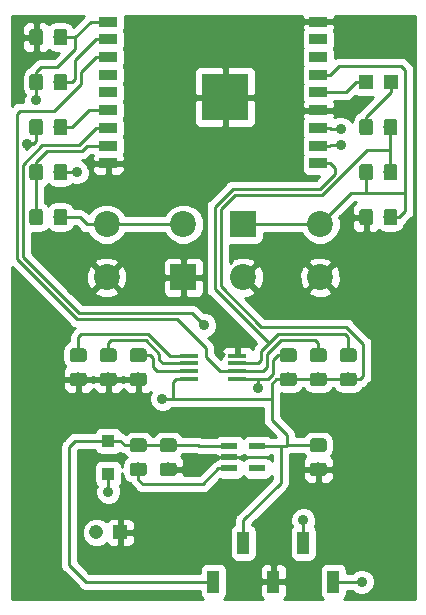
<source format=gbr>
G04 #@! TF.GenerationSoftware,KiCad,Pcbnew,(5.0.2)-1*
G04 #@! TF.CreationDate,2019-02-22T09:56:21-06:00*
G04 #@! TF.ProjectId,esp-8266-temp-sensor,6573702d-3832-4363-962d-74656d702d73,rev?*
G04 #@! TF.SameCoordinates,Original*
G04 #@! TF.FileFunction,Copper,L1,Top*
G04 #@! TF.FilePolarity,Positive*
%FSLAX46Y46*%
G04 Gerber Fmt 4.6, Leading zero omitted, Abs format (unit mm)*
G04 Created by KiCad (PCBNEW (5.0.2)-1) date 2/22/2019 9:56:21 AM*
%MOMM*%
%LPD*%
G01*
G04 APERTURE LIST*
G04 #@! TA.AperFunction,Conductor*
%ADD10C,0.100000*%
G04 #@! TD*
G04 #@! TA.AperFunction,SMDPad,CuDef*
%ADD11C,1.150000*%
G04 #@! TD*
G04 #@! TA.AperFunction,SMDPad,CuDef*
%ADD12R,1.100000X1.100000*%
G04 #@! TD*
G04 #@! TA.AperFunction,SMDPad,CuDef*
%ADD13R,1.200000X1.200000*%
G04 #@! TD*
G04 #@! TA.AperFunction,ComponentPad*
%ADD14R,1.208000X1.208000*%
G04 #@! TD*
G04 #@! TA.AperFunction,ComponentPad*
%ADD15C,1.208000*%
G04 #@! TD*
G04 #@! TA.AperFunction,ComponentPad*
%ADD16C,2.200000*%
G04 #@! TD*
G04 #@! TA.AperFunction,ComponentPad*
%ADD17R,2.200000X2.200000*%
G04 #@! TD*
G04 #@! TA.AperFunction,SMDPad,CuDef*
%ADD18R,1.350000X0.600000*%
G04 #@! TD*
G04 #@! TA.AperFunction,SMDPad,CuDef*
%ADD19R,1.524000X0.457200*%
G04 #@! TD*
G04 #@! TA.AperFunction,SMDPad,CuDef*
%ADD20R,1.485000X0.900000*%
G04 #@! TD*
G04 #@! TA.AperFunction,SMDPad,CuDef*
%ADD21R,4.000000X4.000000*%
G04 #@! TD*
G04 #@! TA.AperFunction,SMDPad,CuDef*
%ADD22R,1.000000X1.900000*%
G04 #@! TD*
G04 #@! TA.AperFunction,ViaPad*
%ADD23C,0.914400*%
G04 #@! TD*
G04 #@! TA.AperFunction,Conductor*
%ADD24C,0.254000*%
G04 #@! TD*
G04 APERTURE END LIST*
D10*
G04 #@! TO.N,GND*
G04 #@! TO.C,C1*
G36*
X116044505Y-114751204D02*
X116068773Y-114754804D01*
X116092572Y-114760765D01*
X116115671Y-114769030D01*
X116137850Y-114779520D01*
X116158893Y-114792132D01*
X116178599Y-114806747D01*
X116196777Y-114823223D01*
X116213253Y-114841401D01*
X116227868Y-114861107D01*
X116240480Y-114882150D01*
X116250970Y-114904329D01*
X116259235Y-114927428D01*
X116265196Y-114951227D01*
X116268796Y-114975495D01*
X116270000Y-114999999D01*
X116270000Y-115650001D01*
X116268796Y-115674505D01*
X116265196Y-115698773D01*
X116259235Y-115722572D01*
X116250970Y-115745671D01*
X116240480Y-115767850D01*
X116227868Y-115788893D01*
X116213253Y-115808599D01*
X116196777Y-115826777D01*
X116178599Y-115843253D01*
X116158893Y-115857868D01*
X116137850Y-115870480D01*
X116115671Y-115880970D01*
X116092572Y-115889235D01*
X116068773Y-115895196D01*
X116044505Y-115898796D01*
X116020001Y-115900000D01*
X115119999Y-115900000D01*
X115095495Y-115898796D01*
X115071227Y-115895196D01*
X115047428Y-115889235D01*
X115024329Y-115880970D01*
X115002150Y-115870480D01*
X114981107Y-115857868D01*
X114961401Y-115843253D01*
X114943223Y-115826777D01*
X114926747Y-115808599D01*
X114912132Y-115788893D01*
X114899520Y-115767850D01*
X114889030Y-115745671D01*
X114880765Y-115722572D01*
X114874804Y-115698773D01*
X114871204Y-115674505D01*
X114870000Y-115650001D01*
X114870000Y-114999999D01*
X114871204Y-114975495D01*
X114874804Y-114951227D01*
X114880765Y-114927428D01*
X114889030Y-114904329D01*
X114899520Y-114882150D01*
X114912132Y-114861107D01*
X114926747Y-114841401D01*
X114943223Y-114823223D01*
X114961401Y-114806747D01*
X114981107Y-114792132D01*
X115002150Y-114779520D01*
X115024329Y-114769030D01*
X115047428Y-114760765D01*
X115071227Y-114754804D01*
X115095495Y-114751204D01*
X115119999Y-114750000D01*
X116020001Y-114750000D01*
X116044505Y-114751204D01*
X116044505Y-114751204D01*
G37*
D11*
G04 #@! TD*
G04 #@! TO.P,C1,2*
G04 #@! TO.N,GND*
X115570000Y-115325000D03*
D10*
G04 #@! TO.N,VIN*
G04 #@! TO.C,C1*
G36*
X116044505Y-112701204D02*
X116068773Y-112704804D01*
X116092572Y-112710765D01*
X116115671Y-112719030D01*
X116137850Y-112729520D01*
X116158893Y-112742132D01*
X116178599Y-112756747D01*
X116196777Y-112773223D01*
X116213253Y-112791401D01*
X116227868Y-112811107D01*
X116240480Y-112832150D01*
X116250970Y-112854329D01*
X116259235Y-112877428D01*
X116265196Y-112901227D01*
X116268796Y-112925495D01*
X116270000Y-112949999D01*
X116270000Y-113600001D01*
X116268796Y-113624505D01*
X116265196Y-113648773D01*
X116259235Y-113672572D01*
X116250970Y-113695671D01*
X116240480Y-113717850D01*
X116227868Y-113738893D01*
X116213253Y-113758599D01*
X116196777Y-113776777D01*
X116178599Y-113793253D01*
X116158893Y-113807868D01*
X116137850Y-113820480D01*
X116115671Y-113830970D01*
X116092572Y-113839235D01*
X116068773Y-113845196D01*
X116044505Y-113848796D01*
X116020001Y-113850000D01*
X115119999Y-113850000D01*
X115095495Y-113848796D01*
X115071227Y-113845196D01*
X115047428Y-113839235D01*
X115024329Y-113830970D01*
X115002150Y-113820480D01*
X114981107Y-113807868D01*
X114961401Y-113793253D01*
X114943223Y-113776777D01*
X114926747Y-113758599D01*
X114912132Y-113738893D01*
X114899520Y-113717850D01*
X114889030Y-113695671D01*
X114880765Y-113672572D01*
X114874804Y-113648773D01*
X114871204Y-113624505D01*
X114870000Y-113600001D01*
X114870000Y-112949999D01*
X114871204Y-112925495D01*
X114874804Y-112901227D01*
X114880765Y-112877428D01*
X114889030Y-112854329D01*
X114899520Y-112832150D01*
X114912132Y-112811107D01*
X114926747Y-112791401D01*
X114943223Y-112773223D01*
X114961401Y-112756747D01*
X114981107Y-112742132D01*
X115002150Y-112729520D01*
X115024329Y-112719030D01*
X115047428Y-112710765D01*
X115071227Y-112704804D01*
X115095495Y-112701204D01*
X115119999Y-112700000D01*
X116020001Y-112700000D01*
X116044505Y-112701204D01*
X116044505Y-112701204D01*
G37*
D11*
G04 #@! TD*
G04 #@! TO.P,C1,1*
G04 #@! TO.N,VIN*
X115570000Y-113275000D03*
D10*
G04 #@! TO.N,+3V3*
G04 #@! TO.C,C2*
G36*
X128744505Y-112701204D02*
X128768773Y-112704804D01*
X128792572Y-112710765D01*
X128815671Y-112719030D01*
X128837850Y-112729520D01*
X128858893Y-112742132D01*
X128878599Y-112756747D01*
X128896777Y-112773223D01*
X128913253Y-112791401D01*
X128927868Y-112811107D01*
X128940480Y-112832150D01*
X128950970Y-112854329D01*
X128959235Y-112877428D01*
X128965196Y-112901227D01*
X128968796Y-112925495D01*
X128970000Y-112949999D01*
X128970000Y-113600001D01*
X128968796Y-113624505D01*
X128965196Y-113648773D01*
X128959235Y-113672572D01*
X128950970Y-113695671D01*
X128940480Y-113717850D01*
X128927868Y-113738893D01*
X128913253Y-113758599D01*
X128896777Y-113776777D01*
X128878599Y-113793253D01*
X128858893Y-113807868D01*
X128837850Y-113820480D01*
X128815671Y-113830970D01*
X128792572Y-113839235D01*
X128768773Y-113845196D01*
X128744505Y-113848796D01*
X128720001Y-113850000D01*
X127819999Y-113850000D01*
X127795495Y-113848796D01*
X127771227Y-113845196D01*
X127747428Y-113839235D01*
X127724329Y-113830970D01*
X127702150Y-113820480D01*
X127681107Y-113807868D01*
X127661401Y-113793253D01*
X127643223Y-113776777D01*
X127626747Y-113758599D01*
X127612132Y-113738893D01*
X127599520Y-113717850D01*
X127589030Y-113695671D01*
X127580765Y-113672572D01*
X127574804Y-113648773D01*
X127571204Y-113624505D01*
X127570000Y-113600001D01*
X127570000Y-112949999D01*
X127571204Y-112925495D01*
X127574804Y-112901227D01*
X127580765Y-112877428D01*
X127589030Y-112854329D01*
X127599520Y-112832150D01*
X127612132Y-112811107D01*
X127626747Y-112791401D01*
X127643223Y-112773223D01*
X127661401Y-112756747D01*
X127681107Y-112742132D01*
X127702150Y-112729520D01*
X127724329Y-112719030D01*
X127747428Y-112710765D01*
X127771227Y-112704804D01*
X127795495Y-112701204D01*
X127819999Y-112700000D01*
X128720001Y-112700000D01*
X128744505Y-112701204D01*
X128744505Y-112701204D01*
G37*
D11*
G04 #@! TD*
G04 #@! TO.P,C2,1*
G04 #@! TO.N,+3V3*
X128270000Y-113275000D03*
D10*
G04 #@! TO.N,GND*
G04 #@! TO.C,C2*
G36*
X128744505Y-114751204D02*
X128768773Y-114754804D01*
X128792572Y-114760765D01*
X128815671Y-114769030D01*
X128837850Y-114779520D01*
X128858893Y-114792132D01*
X128878599Y-114806747D01*
X128896777Y-114823223D01*
X128913253Y-114841401D01*
X128927868Y-114861107D01*
X128940480Y-114882150D01*
X128950970Y-114904329D01*
X128959235Y-114927428D01*
X128965196Y-114951227D01*
X128968796Y-114975495D01*
X128970000Y-114999999D01*
X128970000Y-115650001D01*
X128968796Y-115674505D01*
X128965196Y-115698773D01*
X128959235Y-115722572D01*
X128950970Y-115745671D01*
X128940480Y-115767850D01*
X128927868Y-115788893D01*
X128913253Y-115808599D01*
X128896777Y-115826777D01*
X128878599Y-115843253D01*
X128858893Y-115857868D01*
X128837850Y-115870480D01*
X128815671Y-115880970D01*
X128792572Y-115889235D01*
X128768773Y-115895196D01*
X128744505Y-115898796D01*
X128720001Y-115900000D01*
X127819999Y-115900000D01*
X127795495Y-115898796D01*
X127771227Y-115895196D01*
X127747428Y-115889235D01*
X127724329Y-115880970D01*
X127702150Y-115870480D01*
X127681107Y-115857868D01*
X127661401Y-115843253D01*
X127643223Y-115826777D01*
X127626747Y-115808599D01*
X127612132Y-115788893D01*
X127599520Y-115767850D01*
X127589030Y-115745671D01*
X127580765Y-115722572D01*
X127574804Y-115698773D01*
X127571204Y-115674505D01*
X127570000Y-115650001D01*
X127570000Y-114999999D01*
X127571204Y-114975495D01*
X127574804Y-114951227D01*
X127580765Y-114927428D01*
X127589030Y-114904329D01*
X127599520Y-114882150D01*
X127612132Y-114861107D01*
X127626747Y-114841401D01*
X127643223Y-114823223D01*
X127661401Y-114806747D01*
X127681107Y-114792132D01*
X127702150Y-114779520D01*
X127724329Y-114769030D01*
X127747428Y-114760765D01*
X127771227Y-114754804D01*
X127795495Y-114751204D01*
X127819999Y-114750000D01*
X128720001Y-114750000D01*
X128744505Y-114751204D01*
X128744505Y-114751204D01*
G37*
D11*
G04 #@! TD*
G04 #@! TO.P,C2,2*
G04 #@! TO.N,GND*
X128270000Y-115325000D03*
D10*
G04 #@! TO.N,GND*
G04 #@! TO.C,C3*
G36*
X104734505Y-78041204D02*
X104758773Y-78044804D01*
X104782572Y-78050765D01*
X104805671Y-78059030D01*
X104827850Y-78069520D01*
X104848893Y-78082132D01*
X104868599Y-78096747D01*
X104886777Y-78113223D01*
X104903253Y-78131401D01*
X104917868Y-78151107D01*
X104930480Y-78172150D01*
X104940970Y-78194329D01*
X104949235Y-78217428D01*
X104955196Y-78241227D01*
X104958796Y-78265495D01*
X104960000Y-78289999D01*
X104960000Y-79190001D01*
X104958796Y-79214505D01*
X104955196Y-79238773D01*
X104949235Y-79262572D01*
X104940970Y-79285671D01*
X104930480Y-79307850D01*
X104917868Y-79328893D01*
X104903253Y-79348599D01*
X104886777Y-79366777D01*
X104868599Y-79383253D01*
X104848893Y-79397868D01*
X104827850Y-79410480D01*
X104805671Y-79420970D01*
X104782572Y-79429235D01*
X104758773Y-79435196D01*
X104734505Y-79438796D01*
X104710001Y-79440000D01*
X104059999Y-79440000D01*
X104035495Y-79438796D01*
X104011227Y-79435196D01*
X103987428Y-79429235D01*
X103964329Y-79420970D01*
X103942150Y-79410480D01*
X103921107Y-79397868D01*
X103901401Y-79383253D01*
X103883223Y-79366777D01*
X103866747Y-79348599D01*
X103852132Y-79328893D01*
X103839520Y-79307850D01*
X103829030Y-79285671D01*
X103820765Y-79262572D01*
X103814804Y-79238773D01*
X103811204Y-79214505D01*
X103810000Y-79190001D01*
X103810000Y-78289999D01*
X103811204Y-78265495D01*
X103814804Y-78241227D01*
X103820765Y-78217428D01*
X103829030Y-78194329D01*
X103839520Y-78172150D01*
X103852132Y-78151107D01*
X103866747Y-78131401D01*
X103883223Y-78113223D01*
X103901401Y-78096747D01*
X103921107Y-78082132D01*
X103942150Y-78069520D01*
X103964329Y-78059030D01*
X103987428Y-78050765D01*
X104011227Y-78044804D01*
X104035495Y-78041204D01*
X104059999Y-78040000D01*
X104710001Y-78040000D01*
X104734505Y-78041204D01*
X104734505Y-78041204D01*
G37*
D11*
G04 #@! TD*
G04 #@! TO.P,C3,2*
G04 #@! TO.N,GND*
X104385000Y-78740000D03*
D10*
G04 #@! TO.N,+3V3*
G04 #@! TO.C,C3*
G36*
X106784505Y-78041204D02*
X106808773Y-78044804D01*
X106832572Y-78050765D01*
X106855671Y-78059030D01*
X106877850Y-78069520D01*
X106898893Y-78082132D01*
X106918599Y-78096747D01*
X106936777Y-78113223D01*
X106953253Y-78131401D01*
X106967868Y-78151107D01*
X106980480Y-78172150D01*
X106990970Y-78194329D01*
X106999235Y-78217428D01*
X107005196Y-78241227D01*
X107008796Y-78265495D01*
X107010000Y-78289999D01*
X107010000Y-79190001D01*
X107008796Y-79214505D01*
X107005196Y-79238773D01*
X106999235Y-79262572D01*
X106990970Y-79285671D01*
X106980480Y-79307850D01*
X106967868Y-79328893D01*
X106953253Y-79348599D01*
X106936777Y-79366777D01*
X106918599Y-79383253D01*
X106898893Y-79397868D01*
X106877850Y-79410480D01*
X106855671Y-79420970D01*
X106832572Y-79429235D01*
X106808773Y-79435196D01*
X106784505Y-79438796D01*
X106760001Y-79440000D01*
X106109999Y-79440000D01*
X106085495Y-79438796D01*
X106061227Y-79435196D01*
X106037428Y-79429235D01*
X106014329Y-79420970D01*
X105992150Y-79410480D01*
X105971107Y-79397868D01*
X105951401Y-79383253D01*
X105933223Y-79366777D01*
X105916747Y-79348599D01*
X105902132Y-79328893D01*
X105889520Y-79307850D01*
X105879030Y-79285671D01*
X105870765Y-79262572D01*
X105864804Y-79238773D01*
X105861204Y-79214505D01*
X105860000Y-79190001D01*
X105860000Y-78289999D01*
X105861204Y-78265495D01*
X105864804Y-78241227D01*
X105870765Y-78217428D01*
X105879030Y-78194329D01*
X105889520Y-78172150D01*
X105902132Y-78151107D01*
X105916747Y-78131401D01*
X105933223Y-78113223D01*
X105951401Y-78096747D01*
X105971107Y-78082132D01*
X105992150Y-78069520D01*
X106014329Y-78059030D01*
X106037428Y-78050765D01*
X106061227Y-78044804D01*
X106085495Y-78041204D01*
X106109999Y-78040000D01*
X106760001Y-78040000D01*
X106784505Y-78041204D01*
X106784505Y-78041204D01*
G37*
D11*
G04 #@! TD*
G04 #@! TO.P,C3,1*
G04 #@! TO.N,+3V3*
X106435000Y-78740000D03*
D10*
G04 #@! TO.N,Net-(C4-Pad1)*
G04 #@! TO.C,C4*
G36*
X134724505Y-93281204D02*
X134748773Y-93284804D01*
X134772572Y-93290765D01*
X134795671Y-93299030D01*
X134817850Y-93309520D01*
X134838893Y-93322132D01*
X134858599Y-93336747D01*
X134876777Y-93353223D01*
X134893253Y-93371401D01*
X134907868Y-93391107D01*
X134920480Y-93412150D01*
X134930970Y-93434329D01*
X134939235Y-93457428D01*
X134945196Y-93481227D01*
X134948796Y-93505495D01*
X134950000Y-93529999D01*
X134950000Y-94430001D01*
X134948796Y-94454505D01*
X134945196Y-94478773D01*
X134939235Y-94502572D01*
X134930970Y-94525671D01*
X134920480Y-94547850D01*
X134907868Y-94568893D01*
X134893253Y-94588599D01*
X134876777Y-94606777D01*
X134858599Y-94623253D01*
X134838893Y-94637868D01*
X134817850Y-94650480D01*
X134795671Y-94660970D01*
X134772572Y-94669235D01*
X134748773Y-94675196D01*
X134724505Y-94678796D01*
X134700001Y-94680000D01*
X134049999Y-94680000D01*
X134025495Y-94678796D01*
X134001227Y-94675196D01*
X133977428Y-94669235D01*
X133954329Y-94660970D01*
X133932150Y-94650480D01*
X133911107Y-94637868D01*
X133891401Y-94623253D01*
X133873223Y-94606777D01*
X133856747Y-94588599D01*
X133842132Y-94568893D01*
X133829520Y-94547850D01*
X133819030Y-94525671D01*
X133810765Y-94502572D01*
X133804804Y-94478773D01*
X133801204Y-94454505D01*
X133800000Y-94430001D01*
X133800000Y-93529999D01*
X133801204Y-93505495D01*
X133804804Y-93481227D01*
X133810765Y-93457428D01*
X133819030Y-93434329D01*
X133829520Y-93412150D01*
X133842132Y-93391107D01*
X133856747Y-93371401D01*
X133873223Y-93353223D01*
X133891401Y-93336747D01*
X133911107Y-93322132D01*
X133932150Y-93309520D01*
X133954329Y-93299030D01*
X133977428Y-93290765D01*
X134001227Y-93284804D01*
X134025495Y-93281204D01*
X134049999Y-93280000D01*
X134700001Y-93280000D01*
X134724505Y-93281204D01*
X134724505Y-93281204D01*
G37*
D11*
G04 #@! TD*
G04 #@! TO.P,C4,1*
G04 #@! TO.N,Net-(C4-Pad1)*
X134375000Y-93980000D03*
D10*
G04 #@! TO.N,GND*
G04 #@! TO.C,C4*
G36*
X132674505Y-93281204D02*
X132698773Y-93284804D01*
X132722572Y-93290765D01*
X132745671Y-93299030D01*
X132767850Y-93309520D01*
X132788893Y-93322132D01*
X132808599Y-93336747D01*
X132826777Y-93353223D01*
X132843253Y-93371401D01*
X132857868Y-93391107D01*
X132870480Y-93412150D01*
X132880970Y-93434329D01*
X132889235Y-93457428D01*
X132895196Y-93481227D01*
X132898796Y-93505495D01*
X132900000Y-93529999D01*
X132900000Y-94430001D01*
X132898796Y-94454505D01*
X132895196Y-94478773D01*
X132889235Y-94502572D01*
X132880970Y-94525671D01*
X132870480Y-94547850D01*
X132857868Y-94568893D01*
X132843253Y-94588599D01*
X132826777Y-94606777D01*
X132808599Y-94623253D01*
X132788893Y-94637868D01*
X132767850Y-94650480D01*
X132745671Y-94660970D01*
X132722572Y-94669235D01*
X132698773Y-94675196D01*
X132674505Y-94678796D01*
X132650001Y-94680000D01*
X131999999Y-94680000D01*
X131975495Y-94678796D01*
X131951227Y-94675196D01*
X131927428Y-94669235D01*
X131904329Y-94660970D01*
X131882150Y-94650480D01*
X131861107Y-94637868D01*
X131841401Y-94623253D01*
X131823223Y-94606777D01*
X131806747Y-94588599D01*
X131792132Y-94568893D01*
X131779520Y-94547850D01*
X131769030Y-94525671D01*
X131760765Y-94502572D01*
X131754804Y-94478773D01*
X131751204Y-94454505D01*
X131750000Y-94430001D01*
X131750000Y-93529999D01*
X131751204Y-93505495D01*
X131754804Y-93481227D01*
X131760765Y-93457428D01*
X131769030Y-93434329D01*
X131779520Y-93412150D01*
X131792132Y-93391107D01*
X131806747Y-93371401D01*
X131823223Y-93353223D01*
X131841401Y-93336747D01*
X131861107Y-93322132D01*
X131882150Y-93309520D01*
X131904329Y-93299030D01*
X131927428Y-93290765D01*
X131951227Y-93284804D01*
X131975495Y-93281204D01*
X131999999Y-93280000D01*
X132650001Y-93280000D01*
X132674505Y-93281204D01*
X132674505Y-93281204D01*
G37*
D11*
G04 #@! TD*
G04 #@! TO.P,C4,2*
G04 #@! TO.N,GND*
X132325000Y-93980000D03*
D12*
G04 #@! TO.P,D1,1*
G04 #@! TO.N,VIN*
X110490000Y-112900000D03*
G04 #@! TO.P,D1,2*
G04 #@! TO.N,Net-(D1-Pad2)*
X110490000Y-115700000D03*
G04 #@! TD*
D13*
G04 #@! TO.P,D2,2*
G04 #@! TO.N,IO5*
X132300000Y-82550000D03*
G04 #@! TO.P,D2,1*
G04 #@! TO.N,Net-(D2-Pad1)*
X134400000Y-82550000D03*
G04 #@! TD*
D14*
G04 #@! TO.P,J2,1*
G04 #@! TO.N,GND*
X111490000Y-120650000D03*
D15*
G04 #@! TO.P,J2,2*
G04 #@! TO.N,Net-(D1-Pad2)*
X109490000Y-120650000D03*
G04 #@! TD*
D10*
G04 #@! TO.N,+3V3*
G04 #@! TO.C,R1*
G36*
X134724505Y-85661204D02*
X134748773Y-85664804D01*
X134772572Y-85670765D01*
X134795671Y-85679030D01*
X134817850Y-85689520D01*
X134838893Y-85702132D01*
X134858599Y-85716747D01*
X134876777Y-85733223D01*
X134893253Y-85751401D01*
X134907868Y-85771107D01*
X134920480Y-85792150D01*
X134930970Y-85814329D01*
X134939235Y-85837428D01*
X134945196Y-85861227D01*
X134948796Y-85885495D01*
X134950000Y-85909999D01*
X134950000Y-86810001D01*
X134948796Y-86834505D01*
X134945196Y-86858773D01*
X134939235Y-86882572D01*
X134930970Y-86905671D01*
X134920480Y-86927850D01*
X134907868Y-86948893D01*
X134893253Y-86968599D01*
X134876777Y-86986777D01*
X134858599Y-87003253D01*
X134838893Y-87017868D01*
X134817850Y-87030480D01*
X134795671Y-87040970D01*
X134772572Y-87049235D01*
X134748773Y-87055196D01*
X134724505Y-87058796D01*
X134700001Y-87060000D01*
X134049999Y-87060000D01*
X134025495Y-87058796D01*
X134001227Y-87055196D01*
X133977428Y-87049235D01*
X133954329Y-87040970D01*
X133932150Y-87030480D01*
X133911107Y-87017868D01*
X133891401Y-87003253D01*
X133873223Y-86986777D01*
X133856747Y-86968599D01*
X133842132Y-86948893D01*
X133829520Y-86927850D01*
X133819030Y-86905671D01*
X133810765Y-86882572D01*
X133804804Y-86858773D01*
X133801204Y-86834505D01*
X133800000Y-86810001D01*
X133800000Y-85909999D01*
X133801204Y-85885495D01*
X133804804Y-85861227D01*
X133810765Y-85837428D01*
X133819030Y-85814329D01*
X133829520Y-85792150D01*
X133842132Y-85771107D01*
X133856747Y-85751401D01*
X133873223Y-85733223D01*
X133891401Y-85716747D01*
X133911107Y-85702132D01*
X133932150Y-85689520D01*
X133954329Y-85679030D01*
X133977428Y-85670765D01*
X134001227Y-85664804D01*
X134025495Y-85661204D01*
X134049999Y-85660000D01*
X134700001Y-85660000D01*
X134724505Y-85661204D01*
X134724505Y-85661204D01*
G37*
D11*
G04 #@! TD*
G04 #@! TO.P,R1,1*
G04 #@! TO.N,+3V3*
X134375000Y-86360000D03*
D10*
G04 #@! TO.N,Net-(D2-Pad1)*
G04 #@! TO.C,R1*
G36*
X132674505Y-85661204D02*
X132698773Y-85664804D01*
X132722572Y-85670765D01*
X132745671Y-85679030D01*
X132767850Y-85689520D01*
X132788893Y-85702132D01*
X132808599Y-85716747D01*
X132826777Y-85733223D01*
X132843253Y-85751401D01*
X132857868Y-85771107D01*
X132870480Y-85792150D01*
X132880970Y-85814329D01*
X132889235Y-85837428D01*
X132895196Y-85861227D01*
X132898796Y-85885495D01*
X132900000Y-85909999D01*
X132900000Y-86810001D01*
X132898796Y-86834505D01*
X132895196Y-86858773D01*
X132889235Y-86882572D01*
X132880970Y-86905671D01*
X132870480Y-86927850D01*
X132857868Y-86948893D01*
X132843253Y-86968599D01*
X132826777Y-86986777D01*
X132808599Y-87003253D01*
X132788893Y-87017868D01*
X132767850Y-87030480D01*
X132745671Y-87040970D01*
X132722572Y-87049235D01*
X132698773Y-87055196D01*
X132674505Y-87058796D01*
X132650001Y-87060000D01*
X131999999Y-87060000D01*
X131975495Y-87058796D01*
X131951227Y-87055196D01*
X131927428Y-87049235D01*
X131904329Y-87040970D01*
X131882150Y-87030480D01*
X131861107Y-87017868D01*
X131841401Y-87003253D01*
X131823223Y-86986777D01*
X131806747Y-86968599D01*
X131792132Y-86948893D01*
X131779520Y-86927850D01*
X131769030Y-86905671D01*
X131760765Y-86882572D01*
X131754804Y-86858773D01*
X131751204Y-86834505D01*
X131750000Y-86810001D01*
X131750000Y-85909999D01*
X131751204Y-85885495D01*
X131754804Y-85861227D01*
X131760765Y-85837428D01*
X131769030Y-85814329D01*
X131779520Y-85792150D01*
X131792132Y-85771107D01*
X131806747Y-85751401D01*
X131823223Y-85733223D01*
X131841401Y-85716747D01*
X131861107Y-85702132D01*
X131882150Y-85689520D01*
X131904329Y-85679030D01*
X131927428Y-85670765D01*
X131951227Y-85664804D01*
X131975495Y-85661204D01*
X131999999Y-85660000D01*
X132650001Y-85660000D01*
X132674505Y-85661204D01*
X132674505Y-85661204D01*
G37*
D11*
G04 #@! TD*
G04 #@! TO.P,R1,2*
G04 #@! TO.N,Net-(D2-Pad1)*
X132325000Y-86360000D03*
D10*
G04 #@! TO.N,VIN*
G04 #@! TO.C,R2*
G36*
X113504505Y-112701204D02*
X113528773Y-112704804D01*
X113552572Y-112710765D01*
X113575671Y-112719030D01*
X113597850Y-112729520D01*
X113618893Y-112742132D01*
X113638599Y-112756747D01*
X113656777Y-112773223D01*
X113673253Y-112791401D01*
X113687868Y-112811107D01*
X113700480Y-112832150D01*
X113710970Y-112854329D01*
X113719235Y-112877428D01*
X113725196Y-112901227D01*
X113728796Y-112925495D01*
X113730000Y-112949999D01*
X113730000Y-113600001D01*
X113728796Y-113624505D01*
X113725196Y-113648773D01*
X113719235Y-113672572D01*
X113710970Y-113695671D01*
X113700480Y-113717850D01*
X113687868Y-113738893D01*
X113673253Y-113758599D01*
X113656777Y-113776777D01*
X113638599Y-113793253D01*
X113618893Y-113807868D01*
X113597850Y-113820480D01*
X113575671Y-113830970D01*
X113552572Y-113839235D01*
X113528773Y-113845196D01*
X113504505Y-113848796D01*
X113480001Y-113850000D01*
X112579999Y-113850000D01*
X112555495Y-113848796D01*
X112531227Y-113845196D01*
X112507428Y-113839235D01*
X112484329Y-113830970D01*
X112462150Y-113820480D01*
X112441107Y-113807868D01*
X112421401Y-113793253D01*
X112403223Y-113776777D01*
X112386747Y-113758599D01*
X112372132Y-113738893D01*
X112359520Y-113717850D01*
X112349030Y-113695671D01*
X112340765Y-113672572D01*
X112334804Y-113648773D01*
X112331204Y-113624505D01*
X112330000Y-113600001D01*
X112330000Y-112949999D01*
X112331204Y-112925495D01*
X112334804Y-112901227D01*
X112340765Y-112877428D01*
X112349030Y-112854329D01*
X112359520Y-112832150D01*
X112372132Y-112811107D01*
X112386747Y-112791401D01*
X112403223Y-112773223D01*
X112421401Y-112756747D01*
X112441107Y-112742132D01*
X112462150Y-112729520D01*
X112484329Y-112719030D01*
X112507428Y-112710765D01*
X112531227Y-112704804D01*
X112555495Y-112701204D01*
X112579999Y-112700000D01*
X113480001Y-112700000D01*
X113504505Y-112701204D01*
X113504505Y-112701204D01*
G37*
D11*
G04 #@! TD*
G04 #@! TO.P,R2,1*
G04 #@! TO.N,VIN*
X113030000Y-113275000D03*
D10*
G04 #@! TO.N,Net-(R2-Pad2)*
G04 #@! TO.C,R2*
G36*
X113504505Y-114751204D02*
X113528773Y-114754804D01*
X113552572Y-114760765D01*
X113575671Y-114769030D01*
X113597850Y-114779520D01*
X113618893Y-114792132D01*
X113638599Y-114806747D01*
X113656777Y-114823223D01*
X113673253Y-114841401D01*
X113687868Y-114861107D01*
X113700480Y-114882150D01*
X113710970Y-114904329D01*
X113719235Y-114927428D01*
X113725196Y-114951227D01*
X113728796Y-114975495D01*
X113730000Y-114999999D01*
X113730000Y-115650001D01*
X113728796Y-115674505D01*
X113725196Y-115698773D01*
X113719235Y-115722572D01*
X113710970Y-115745671D01*
X113700480Y-115767850D01*
X113687868Y-115788893D01*
X113673253Y-115808599D01*
X113656777Y-115826777D01*
X113638599Y-115843253D01*
X113618893Y-115857868D01*
X113597850Y-115870480D01*
X113575671Y-115880970D01*
X113552572Y-115889235D01*
X113528773Y-115895196D01*
X113504505Y-115898796D01*
X113480001Y-115900000D01*
X112579999Y-115900000D01*
X112555495Y-115898796D01*
X112531227Y-115895196D01*
X112507428Y-115889235D01*
X112484329Y-115880970D01*
X112462150Y-115870480D01*
X112441107Y-115857868D01*
X112421401Y-115843253D01*
X112403223Y-115826777D01*
X112386747Y-115808599D01*
X112372132Y-115788893D01*
X112359520Y-115767850D01*
X112349030Y-115745671D01*
X112340765Y-115722572D01*
X112334804Y-115698773D01*
X112331204Y-115674505D01*
X112330000Y-115650001D01*
X112330000Y-114999999D01*
X112331204Y-114975495D01*
X112334804Y-114951227D01*
X112340765Y-114927428D01*
X112349030Y-114904329D01*
X112359520Y-114882150D01*
X112372132Y-114861107D01*
X112386747Y-114841401D01*
X112403223Y-114823223D01*
X112421401Y-114806747D01*
X112441107Y-114792132D01*
X112462150Y-114779520D01*
X112484329Y-114769030D01*
X112507428Y-114760765D01*
X112531227Y-114754804D01*
X112555495Y-114751204D01*
X112579999Y-114750000D01*
X113480001Y-114750000D01*
X113504505Y-114751204D01*
X113504505Y-114751204D01*
G37*
D11*
G04 #@! TD*
G04 #@! TO.P,R2,2*
G04 #@! TO.N,Net-(R2-Pad2)*
X113030000Y-115325000D03*
D10*
G04 #@! TO.N,SDA*
G04 #@! TO.C,R3*
G36*
X126204505Y-105081204D02*
X126228773Y-105084804D01*
X126252572Y-105090765D01*
X126275671Y-105099030D01*
X126297850Y-105109520D01*
X126318893Y-105122132D01*
X126338599Y-105136747D01*
X126356777Y-105153223D01*
X126373253Y-105171401D01*
X126387868Y-105191107D01*
X126400480Y-105212150D01*
X126410970Y-105234329D01*
X126419235Y-105257428D01*
X126425196Y-105281227D01*
X126428796Y-105305495D01*
X126430000Y-105329999D01*
X126430000Y-105980001D01*
X126428796Y-106004505D01*
X126425196Y-106028773D01*
X126419235Y-106052572D01*
X126410970Y-106075671D01*
X126400480Y-106097850D01*
X126387868Y-106118893D01*
X126373253Y-106138599D01*
X126356777Y-106156777D01*
X126338599Y-106173253D01*
X126318893Y-106187868D01*
X126297850Y-106200480D01*
X126275671Y-106210970D01*
X126252572Y-106219235D01*
X126228773Y-106225196D01*
X126204505Y-106228796D01*
X126180001Y-106230000D01*
X125279999Y-106230000D01*
X125255495Y-106228796D01*
X125231227Y-106225196D01*
X125207428Y-106219235D01*
X125184329Y-106210970D01*
X125162150Y-106200480D01*
X125141107Y-106187868D01*
X125121401Y-106173253D01*
X125103223Y-106156777D01*
X125086747Y-106138599D01*
X125072132Y-106118893D01*
X125059520Y-106097850D01*
X125049030Y-106075671D01*
X125040765Y-106052572D01*
X125034804Y-106028773D01*
X125031204Y-106004505D01*
X125030000Y-105980001D01*
X125030000Y-105329999D01*
X125031204Y-105305495D01*
X125034804Y-105281227D01*
X125040765Y-105257428D01*
X125049030Y-105234329D01*
X125059520Y-105212150D01*
X125072132Y-105191107D01*
X125086747Y-105171401D01*
X125103223Y-105153223D01*
X125121401Y-105136747D01*
X125141107Y-105122132D01*
X125162150Y-105109520D01*
X125184329Y-105099030D01*
X125207428Y-105090765D01*
X125231227Y-105084804D01*
X125255495Y-105081204D01*
X125279999Y-105080000D01*
X126180001Y-105080000D01*
X126204505Y-105081204D01*
X126204505Y-105081204D01*
G37*
D11*
G04 #@! TD*
G04 #@! TO.P,R3,2*
G04 #@! TO.N,SDA*
X125730000Y-105655000D03*
D10*
G04 #@! TO.N,+3V3*
G04 #@! TO.C,R3*
G36*
X126204505Y-107131204D02*
X126228773Y-107134804D01*
X126252572Y-107140765D01*
X126275671Y-107149030D01*
X126297850Y-107159520D01*
X126318893Y-107172132D01*
X126338599Y-107186747D01*
X126356777Y-107203223D01*
X126373253Y-107221401D01*
X126387868Y-107241107D01*
X126400480Y-107262150D01*
X126410970Y-107284329D01*
X126419235Y-107307428D01*
X126425196Y-107331227D01*
X126428796Y-107355495D01*
X126430000Y-107379999D01*
X126430000Y-108030001D01*
X126428796Y-108054505D01*
X126425196Y-108078773D01*
X126419235Y-108102572D01*
X126410970Y-108125671D01*
X126400480Y-108147850D01*
X126387868Y-108168893D01*
X126373253Y-108188599D01*
X126356777Y-108206777D01*
X126338599Y-108223253D01*
X126318893Y-108237868D01*
X126297850Y-108250480D01*
X126275671Y-108260970D01*
X126252572Y-108269235D01*
X126228773Y-108275196D01*
X126204505Y-108278796D01*
X126180001Y-108280000D01*
X125279999Y-108280000D01*
X125255495Y-108278796D01*
X125231227Y-108275196D01*
X125207428Y-108269235D01*
X125184329Y-108260970D01*
X125162150Y-108250480D01*
X125141107Y-108237868D01*
X125121401Y-108223253D01*
X125103223Y-108206777D01*
X125086747Y-108188599D01*
X125072132Y-108168893D01*
X125059520Y-108147850D01*
X125049030Y-108125671D01*
X125040765Y-108102572D01*
X125034804Y-108078773D01*
X125031204Y-108054505D01*
X125030000Y-108030001D01*
X125030000Y-107379999D01*
X125031204Y-107355495D01*
X125034804Y-107331227D01*
X125040765Y-107307428D01*
X125049030Y-107284329D01*
X125059520Y-107262150D01*
X125072132Y-107241107D01*
X125086747Y-107221401D01*
X125103223Y-107203223D01*
X125121401Y-107186747D01*
X125141107Y-107172132D01*
X125162150Y-107159520D01*
X125184329Y-107149030D01*
X125207428Y-107140765D01*
X125231227Y-107134804D01*
X125255495Y-107131204D01*
X125279999Y-107130000D01*
X126180001Y-107130000D01*
X126204505Y-107131204D01*
X126204505Y-107131204D01*
G37*
D11*
G04 #@! TD*
G04 #@! TO.P,R3,1*
G04 #@! TO.N,+3V3*
X125730000Y-107705000D03*
D10*
G04 #@! TO.N,+3V3*
G04 #@! TO.C,R4*
G36*
X128744505Y-107131204D02*
X128768773Y-107134804D01*
X128792572Y-107140765D01*
X128815671Y-107149030D01*
X128837850Y-107159520D01*
X128858893Y-107172132D01*
X128878599Y-107186747D01*
X128896777Y-107203223D01*
X128913253Y-107221401D01*
X128927868Y-107241107D01*
X128940480Y-107262150D01*
X128950970Y-107284329D01*
X128959235Y-107307428D01*
X128965196Y-107331227D01*
X128968796Y-107355495D01*
X128970000Y-107379999D01*
X128970000Y-108030001D01*
X128968796Y-108054505D01*
X128965196Y-108078773D01*
X128959235Y-108102572D01*
X128950970Y-108125671D01*
X128940480Y-108147850D01*
X128927868Y-108168893D01*
X128913253Y-108188599D01*
X128896777Y-108206777D01*
X128878599Y-108223253D01*
X128858893Y-108237868D01*
X128837850Y-108250480D01*
X128815671Y-108260970D01*
X128792572Y-108269235D01*
X128768773Y-108275196D01*
X128744505Y-108278796D01*
X128720001Y-108280000D01*
X127819999Y-108280000D01*
X127795495Y-108278796D01*
X127771227Y-108275196D01*
X127747428Y-108269235D01*
X127724329Y-108260970D01*
X127702150Y-108250480D01*
X127681107Y-108237868D01*
X127661401Y-108223253D01*
X127643223Y-108206777D01*
X127626747Y-108188599D01*
X127612132Y-108168893D01*
X127599520Y-108147850D01*
X127589030Y-108125671D01*
X127580765Y-108102572D01*
X127574804Y-108078773D01*
X127571204Y-108054505D01*
X127570000Y-108030001D01*
X127570000Y-107379999D01*
X127571204Y-107355495D01*
X127574804Y-107331227D01*
X127580765Y-107307428D01*
X127589030Y-107284329D01*
X127599520Y-107262150D01*
X127612132Y-107241107D01*
X127626747Y-107221401D01*
X127643223Y-107203223D01*
X127661401Y-107186747D01*
X127681107Y-107172132D01*
X127702150Y-107159520D01*
X127724329Y-107149030D01*
X127747428Y-107140765D01*
X127771227Y-107134804D01*
X127795495Y-107131204D01*
X127819999Y-107130000D01*
X128720001Y-107130000D01*
X128744505Y-107131204D01*
X128744505Y-107131204D01*
G37*
D11*
G04 #@! TD*
G04 #@! TO.P,R4,1*
G04 #@! TO.N,+3V3*
X128270000Y-107705000D03*
D10*
G04 #@! TO.N,SCL*
G04 #@! TO.C,R4*
G36*
X128744505Y-105081204D02*
X128768773Y-105084804D01*
X128792572Y-105090765D01*
X128815671Y-105099030D01*
X128837850Y-105109520D01*
X128858893Y-105122132D01*
X128878599Y-105136747D01*
X128896777Y-105153223D01*
X128913253Y-105171401D01*
X128927868Y-105191107D01*
X128940480Y-105212150D01*
X128950970Y-105234329D01*
X128959235Y-105257428D01*
X128965196Y-105281227D01*
X128968796Y-105305495D01*
X128970000Y-105329999D01*
X128970000Y-105980001D01*
X128968796Y-106004505D01*
X128965196Y-106028773D01*
X128959235Y-106052572D01*
X128950970Y-106075671D01*
X128940480Y-106097850D01*
X128927868Y-106118893D01*
X128913253Y-106138599D01*
X128896777Y-106156777D01*
X128878599Y-106173253D01*
X128858893Y-106187868D01*
X128837850Y-106200480D01*
X128815671Y-106210970D01*
X128792572Y-106219235D01*
X128768773Y-106225196D01*
X128744505Y-106228796D01*
X128720001Y-106230000D01*
X127819999Y-106230000D01*
X127795495Y-106228796D01*
X127771227Y-106225196D01*
X127747428Y-106219235D01*
X127724329Y-106210970D01*
X127702150Y-106200480D01*
X127681107Y-106187868D01*
X127661401Y-106173253D01*
X127643223Y-106156777D01*
X127626747Y-106138599D01*
X127612132Y-106118893D01*
X127599520Y-106097850D01*
X127589030Y-106075671D01*
X127580765Y-106052572D01*
X127574804Y-106028773D01*
X127571204Y-106004505D01*
X127570000Y-105980001D01*
X127570000Y-105329999D01*
X127571204Y-105305495D01*
X127574804Y-105281227D01*
X127580765Y-105257428D01*
X127589030Y-105234329D01*
X127599520Y-105212150D01*
X127612132Y-105191107D01*
X127626747Y-105171401D01*
X127643223Y-105153223D01*
X127661401Y-105136747D01*
X127681107Y-105122132D01*
X127702150Y-105109520D01*
X127724329Y-105099030D01*
X127747428Y-105090765D01*
X127771227Y-105084804D01*
X127795495Y-105081204D01*
X127819999Y-105080000D01*
X128720001Y-105080000D01*
X128744505Y-105081204D01*
X128744505Y-105081204D01*
G37*
D11*
G04 #@! TD*
G04 #@! TO.P,R4,2*
G04 #@! TO.N,SCL*
X128270000Y-105655000D03*
D10*
G04 #@! TO.N,ALERT*
G04 #@! TO.C,R5*
G36*
X131284505Y-105081204D02*
X131308773Y-105084804D01*
X131332572Y-105090765D01*
X131355671Y-105099030D01*
X131377850Y-105109520D01*
X131398893Y-105122132D01*
X131418599Y-105136747D01*
X131436777Y-105153223D01*
X131453253Y-105171401D01*
X131467868Y-105191107D01*
X131480480Y-105212150D01*
X131490970Y-105234329D01*
X131499235Y-105257428D01*
X131505196Y-105281227D01*
X131508796Y-105305495D01*
X131510000Y-105329999D01*
X131510000Y-105980001D01*
X131508796Y-106004505D01*
X131505196Y-106028773D01*
X131499235Y-106052572D01*
X131490970Y-106075671D01*
X131480480Y-106097850D01*
X131467868Y-106118893D01*
X131453253Y-106138599D01*
X131436777Y-106156777D01*
X131418599Y-106173253D01*
X131398893Y-106187868D01*
X131377850Y-106200480D01*
X131355671Y-106210970D01*
X131332572Y-106219235D01*
X131308773Y-106225196D01*
X131284505Y-106228796D01*
X131260001Y-106230000D01*
X130359999Y-106230000D01*
X130335495Y-106228796D01*
X130311227Y-106225196D01*
X130287428Y-106219235D01*
X130264329Y-106210970D01*
X130242150Y-106200480D01*
X130221107Y-106187868D01*
X130201401Y-106173253D01*
X130183223Y-106156777D01*
X130166747Y-106138599D01*
X130152132Y-106118893D01*
X130139520Y-106097850D01*
X130129030Y-106075671D01*
X130120765Y-106052572D01*
X130114804Y-106028773D01*
X130111204Y-106004505D01*
X130110000Y-105980001D01*
X130110000Y-105329999D01*
X130111204Y-105305495D01*
X130114804Y-105281227D01*
X130120765Y-105257428D01*
X130129030Y-105234329D01*
X130139520Y-105212150D01*
X130152132Y-105191107D01*
X130166747Y-105171401D01*
X130183223Y-105153223D01*
X130201401Y-105136747D01*
X130221107Y-105122132D01*
X130242150Y-105109520D01*
X130264329Y-105099030D01*
X130287428Y-105090765D01*
X130311227Y-105084804D01*
X130335495Y-105081204D01*
X130359999Y-105080000D01*
X131260001Y-105080000D01*
X131284505Y-105081204D01*
X131284505Y-105081204D01*
G37*
D11*
G04 #@! TD*
G04 #@! TO.P,R5,2*
G04 #@! TO.N,ALERT*
X130810000Y-105655000D03*
D10*
G04 #@! TO.N,+3V3*
G04 #@! TO.C,R5*
G36*
X131284505Y-107131204D02*
X131308773Y-107134804D01*
X131332572Y-107140765D01*
X131355671Y-107149030D01*
X131377850Y-107159520D01*
X131398893Y-107172132D01*
X131418599Y-107186747D01*
X131436777Y-107203223D01*
X131453253Y-107221401D01*
X131467868Y-107241107D01*
X131480480Y-107262150D01*
X131490970Y-107284329D01*
X131499235Y-107307428D01*
X131505196Y-107331227D01*
X131508796Y-107355495D01*
X131510000Y-107379999D01*
X131510000Y-108030001D01*
X131508796Y-108054505D01*
X131505196Y-108078773D01*
X131499235Y-108102572D01*
X131490970Y-108125671D01*
X131480480Y-108147850D01*
X131467868Y-108168893D01*
X131453253Y-108188599D01*
X131436777Y-108206777D01*
X131418599Y-108223253D01*
X131398893Y-108237868D01*
X131377850Y-108250480D01*
X131355671Y-108260970D01*
X131332572Y-108269235D01*
X131308773Y-108275196D01*
X131284505Y-108278796D01*
X131260001Y-108280000D01*
X130359999Y-108280000D01*
X130335495Y-108278796D01*
X130311227Y-108275196D01*
X130287428Y-108269235D01*
X130264329Y-108260970D01*
X130242150Y-108250480D01*
X130221107Y-108237868D01*
X130201401Y-108223253D01*
X130183223Y-108206777D01*
X130166747Y-108188599D01*
X130152132Y-108168893D01*
X130139520Y-108147850D01*
X130129030Y-108125671D01*
X130120765Y-108102572D01*
X130114804Y-108078773D01*
X130111204Y-108054505D01*
X130110000Y-108030001D01*
X130110000Y-107379999D01*
X130111204Y-107355495D01*
X130114804Y-107331227D01*
X130120765Y-107307428D01*
X130129030Y-107284329D01*
X130139520Y-107262150D01*
X130152132Y-107241107D01*
X130166747Y-107221401D01*
X130183223Y-107203223D01*
X130201401Y-107186747D01*
X130221107Y-107172132D01*
X130242150Y-107159520D01*
X130264329Y-107149030D01*
X130287428Y-107140765D01*
X130311227Y-107134804D01*
X130335495Y-107131204D01*
X130359999Y-107130000D01*
X131260001Y-107130000D01*
X131284505Y-107131204D01*
X131284505Y-107131204D01*
G37*
D11*
G04 #@! TD*
G04 #@! TO.P,R5,1*
G04 #@! TO.N,+3V3*
X130810000Y-107705000D03*
D10*
G04 #@! TO.N,Net-(R6-Pad1)*
G04 #@! TO.C,R6*
G36*
X104734505Y-93281204D02*
X104758773Y-93284804D01*
X104782572Y-93290765D01*
X104805671Y-93299030D01*
X104827850Y-93309520D01*
X104848893Y-93322132D01*
X104868599Y-93336747D01*
X104886777Y-93353223D01*
X104903253Y-93371401D01*
X104917868Y-93391107D01*
X104930480Y-93412150D01*
X104940970Y-93434329D01*
X104949235Y-93457428D01*
X104955196Y-93481227D01*
X104958796Y-93505495D01*
X104960000Y-93529999D01*
X104960000Y-94430001D01*
X104958796Y-94454505D01*
X104955196Y-94478773D01*
X104949235Y-94502572D01*
X104940970Y-94525671D01*
X104930480Y-94547850D01*
X104917868Y-94568893D01*
X104903253Y-94588599D01*
X104886777Y-94606777D01*
X104868599Y-94623253D01*
X104848893Y-94637868D01*
X104827850Y-94650480D01*
X104805671Y-94660970D01*
X104782572Y-94669235D01*
X104758773Y-94675196D01*
X104734505Y-94678796D01*
X104710001Y-94680000D01*
X104059999Y-94680000D01*
X104035495Y-94678796D01*
X104011227Y-94675196D01*
X103987428Y-94669235D01*
X103964329Y-94660970D01*
X103942150Y-94650480D01*
X103921107Y-94637868D01*
X103901401Y-94623253D01*
X103883223Y-94606777D01*
X103866747Y-94588599D01*
X103852132Y-94568893D01*
X103839520Y-94547850D01*
X103829030Y-94525671D01*
X103820765Y-94502572D01*
X103814804Y-94478773D01*
X103811204Y-94454505D01*
X103810000Y-94430001D01*
X103810000Y-93529999D01*
X103811204Y-93505495D01*
X103814804Y-93481227D01*
X103820765Y-93457428D01*
X103829030Y-93434329D01*
X103839520Y-93412150D01*
X103852132Y-93391107D01*
X103866747Y-93371401D01*
X103883223Y-93353223D01*
X103901401Y-93336747D01*
X103921107Y-93322132D01*
X103942150Y-93309520D01*
X103964329Y-93299030D01*
X103987428Y-93290765D01*
X104011227Y-93284804D01*
X104035495Y-93281204D01*
X104059999Y-93280000D01*
X104710001Y-93280000D01*
X104734505Y-93281204D01*
X104734505Y-93281204D01*
G37*
D11*
G04 #@! TD*
G04 #@! TO.P,R6,1*
G04 #@! TO.N,Net-(R6-Pad1)*
X104385000Y-93980000D03*
D10*
G04 #@! TO.N,Net-(R6-Pad2)*
G04 #@! TO.C,R6*
G36*
X106784505Y-93281204D02*
X106808773Y-93284804D01*
X106832572Y-93290765D01*
X106855671Y-93299030D01*
X106877850Y-93309520D01*
X106898893Y-93322132D01*
X106918599Y-93336747D01*
X106936777Y-93353223D01*
X106953253Y-93371401D01*
X106967868Y-93391107D01*
X106980480Y-93412150D01*
X106990970Y-93434329D01*
X106999235Y-93457428D01*
X107005196Y-93481227D01*
X107008796Y-93505495D01*
X107010000Y-93529999D01*
X107010000Y-94430001D01*
X107008796Y-94454505D01*
X107005196Y-94478773D01*
X106999235Y-94502572D01*
X106990970Y-94525671D01*
X106980480Y-94547850D01*
X106967868Y-94568893D01*
X106953253Y-94588599D01*
X106936777Y-94606777D01*
X106918599Y-94623253D01*
X106898893Y-94637868D01*
X106877850Y-94650480D01*
X106855671Y-94660970D01*
X106832572Y-94669235D01*
X106808773Y-94675196D01*
X106784505Y-94678796D01*
X106760001Y-94680000D01*
X106109999Y-94680000D01*
X106085495Y-94678796D01*
X106061227Y-94675196D01*
X106037428Y-94669235D01*
X106014329Y-94660970D01*
X105992150Y-94650480D01*
X105971107Y-94637868D01*
X105951401Y-94623253D01*
X105933223Y-94606777D01*
X105916747Y-94588599D01*
X105902132Y-94568893D01*
X105889520Y-94547850D01*
X105879030Y-94525671D01*
X105870765Y-94502572D01*
X105864804Y-94478773D01*
X105861204Y-94454505D01*
X105860000Y-94430001D01*
X105860000Y-93529999D01*
X105861204Y-93505495D01*
X105864804Y-93481227D01*
X105870765Y-93457428D01*
X105879030Y-93434329D01*
X105889520Y-93412150D01*
X105902132Y-93391107D01*
X105916747Y-93371401D01*
X105933223Y-93353223D01*
X105951401Y-93336747D01*
X105971107Y-93322132D01*
X105992150Y-93309520D01*
X106014329Y-93299030D01*
X106037428Y-93290765D01*
X106061227Y-93284804D01*
X106085495Y-93281204D01*
X106109999Y-93280000D01*
X106760001Y-93280000D01*
X106784505Y-93281204D01*
X106784505Y-93281204D01*
G37*
D11*
G04 #@! TD*
G04 #@! TO.P,R6,2*
G04 #@! TO.N,Net-(R6-Pad2)*
X106435000Y-93980000D03*
D10*
G04 #@! TO.N,+3V3*
G04 #@! TO.C,R7*
G36*
X106784505Y-89471204D02*
X106808773Y-89474804D01*
X106832572Y-89480765D01*
X106855671Y-89489030D01*
X106877850Y-89499520D01*
X106898893Y-89512132D01*
X106918599Y-89526747D01*
X106936777Y-89543223D01*
X106953253Y-89561401D01*
X106967868Y-89581107D01*
X106980480Y-89602150D01*
X106990970Y-89624329D01*
X106999235Y-89647428D01*
X107005196Y-89671227D01*
X107008796Y-89695495D01*
X107010000Y-89719999D01*
X107010000Y-90620001D01*
X107008796Y-90644505D01*
X107005196Y-90668773D01*
X106999235Y-90692572D01*
X106990970Y-90715671D01*
X106980480Y-90737850D01*
X106967868Y-90758893D01*
X106953253Y-90778599D01*
X106936777Y-90796777D01*
X106918599Y-90813253D01*
X106898893Y-90827868D01*
X106877850Y-90840480D01*
X106855671Y-90850970D01*
X106832572Y-90859235D01*
X106808773Y-90865196D01*
X106784505Y-90868796D01*
X106760001Y-90870000D01*
X106109999Y-90870000D01*
X106085495Y-90868796D01*
X106061227Y-90865196D01*
X106037428Y-90859235D01*
X106014329Y-90850970D01*
X105992150Y-90840480D01*
X105971107Y-90827868D01*
X105951401Y-90813253D01*
X105933223Y-90796777D01*
X105916747Y-90778599D01*
X105902132Y-90758893D01*
X105889520Y-90737850D01*
X105879030Y-90715671D01*
X105870765Y-90692572D01*
X105864804Y-90668773D01*
X105861204Y-90644505D01*
X105860000Y-90620001D01*
X105860000Y-89719999D01*
X105861204Y-89695495D01*
X105864804Y-89671227D01*
X105870765Y-89647428D01*
X105879030Y-89624329D01*
X105889520Y-89602150D01*
X105902132Y-89581107D01*
X105916747Y-89561401D01*
X105933223Y-89543223D01*
X105951401Y-89526747D01*
X105971107Y-89512132D01*
X105992150Y-89499520D01*
X106014329Y-89489030D01*
X106037428Y-89480765D01*
X106061227Y-89474804D01*
X106085495Y-89471204D01*
X106109999Y-89470000D01*
X106760001Y-89470000D01*
X106784505Y-89471204D01*
X106784505Y-89471204D01*
G37*
D11*
G04 #@! TD*
G04 #@! TO.P,R7,1*
G04 #@! TO.N,+3V3*
X106435000Y-90170000D03*
D10*
G04 #@! TO.N,Net-(R6-Pad1)*
G04 #@! TO.C,R7*
G36*
X104734505Y-89471204D02*
X104758773Y-89474804D01*
X104782572Y-89480765D01*
X104805671Y-89489030D01*
X104827850Y-89499520D01*
X104848893Y-89512132D01*
X104868599Y-89526747D01*
X104886777Y-89543223D01*
X104903253Y-89561401D01*
X104917868Y-89581107D01*
X104930480Y-89602150D01*
X104940970Y-89624329D01*
X104949235Y-89647428D01*
X104955196Y-89671227D01*
X104958796Y-89695495D01*
X104960000Y-89719999D01*
X104960000Y-90620001D01*
X104958796Y-90644505D01*
X104955196Y-90668773D01*
X104949235Y-90692572D01*
X104940970Y-90715671D01*
X104930480Y-90737850D01*
X104917868Y-90758893D01*
X104903253Y-90778599D01*
X104886777Y-90796777D01*
X104868599Y-90813253D01*
X104848893Y-90827868D01*
X104827850Y-90840480D01*
X104805671Y-90850970D01*
X104782572Y-90859235D01*
X104758773Y-90865196D01*
X104734505Y-90868796D01*
X104710001Y-90870000D01*
X104059999Y-90870000D01*
X104035495Y-90868796D01*
X104011227Y-90865196D01*
X103987428Y-90859235D01*
X103964329Y-90850970D01*
X103942150Y-90840480D01*
X103921107Y-90827868D01*
X103901401Y-90813253D01*
X103883223Y-90796777D01*
X103866747Y-90778599D01*
X103852132Y-90758893D01*
X103839520Y-90737850D01*
X103829030Y-90715671D01*
X103820765Y-90692572D01*
X103814804Y-90668773D01*
X103811204Y-90644505D01*
X103810000Y-90620001D01*
X103810000Y-89719999D01*
X103811204Y-89695495D01*
X103814804Y-89671227D01*
X103820765Y-89647428D01*
X103829030Y-89624329D01*
X103839520Y-89602150D01*
X103852132Y-89581107D01*
X103866747Y-89561401D01*
X103883223Y-89543223D01*
X103901401Y-89526747D01*
X103921107Y-89512132D01*
X103942150Y-89499520D01*
X103964329Y-89489030D01*
X103987428Y-89480765D01*
X104011227Y-89474804D01*
X104035495Y-89471204D01*
X104059999Y-89470000D01*
X104710001Y-89470000D01*
X104734505Y-89471204D01*
X104734505Y-89471204D01*
G37*
D11*
G04 #@! TD*
G04 #@! TO.P,R7,2*
G04 #@! TO.N,Net-(R6-Pad1)*
X104385000Y-90170000D03*
D10*
G04 #@! TO.N,Net-(R8-Pad2)*
G04 #@! TO.C,R8*
G36*
X106784505Y-81851204D02*
X106808773Y-81854804D01*
X106832572Y-81860765D01*
X106855671Y-81869030D01*
X106877850Y-81879520D01*
X106898893Y-81892132D01*
X106918599Y-81906747D01*
X106936777Y-81923223D01*
X106953253Y-81941401D01*
X106967868Y-81961107D01*
X106980480Y-81982150D01*
X106990970Y-82004329D01*
X106999235Y-82027428D01*
X107005196Y-82051227D01*
X107008796Y-82075495D01*
X107010000Y-82099999D01*
X107010000Y-83000001D01*
X107008796Y-83024505D01*
X107005196Y-83048773D01*
X106999235Y-83072572D01*
X106990970Y-83095671D01*
X106980480Y-83117850D01*
X106967868Y-83138893D01*
X106953253Y-83158599D01*
X106936777Y-83176777D01*
X106918599Y-83193253D01*
X106898893Y-83207868D01*
X106877850Y-83220480D01*
X106855671Y-83230970D01*
X106832572Y-83239235D01*
X106808773Y-83245196D01*
X106784505Y-83248796D01*
X106760001Y-83250000D01*
X106109999Y-83250000D01*
X106085495Y-83248796D01*
X106061227Y-83245196D01*
X106037428Y-83239235D01*
X106014329Y-83230970D01*
X105992150Y-83220480D01*
X105971107Y-83207868D01*
X105951401Y-83193253D01*
X105933223Y-83176777D01*
X105916747Y-83158599D01*
X105902132Y-83138893D01*
X105889520Y-83117850D01*
X105879030Y-83095671D01*
X105870765Y-83072572D01*
X105864804Y-83048773D01*
X105861204Y-83024505D01*
X105860000Y-83000001D01*
X105860000Y-82099999D01*
X105861204Y-82075495D01*
X105864804Y-82051227D01*
X105870765Y-82027428D01*
X105879030Y-82004329D01*
X105889520Y-81982150D01*
X105902132Y-81961107D01*
X105916747Y-81941401D01*
X105933223Y-81923223D01*
X105951401Y-81906747D01*
X105971107Y-81892132D01*
X105992150Y-81879520D01*
X106014329Y-81869030D01*
X106037428Y-81860765D01*
X106061227Y-81854804D01*
X106085495Y-81851204D01*
X106109999Y-81850000D01*
X106760001Y-81850000D01*
X106784505Y-81851204D01*
X106784505Y-81851204D01*
G37*
D11*
G04 #@! TD*
G04 #@! TO.P,R8,2*
G04 #@! TO.N,Net-(R8-Pad2)*
X106435000Y-82550000D03*
D10*
G04 #@! TO.N,+3V3*
G04 #@! TO.C,R8*
G36*
X104734505Y-81851204D02*
X104758773Y-81854804D01*
X104782572Y-81860765D01*
X104805671Y-81869030D01*
X104827850Y-81879520D01*
X104848893Y-81892132D01*
X104868599Y-81906747D01*
X104886777Y-81923223D01*
X104903253Y-81941401D01*
X104917868Y-81961107D01*
X104930480Y-81982150D01*
X104940970Y-82004329D01*
X104949235Y-82027428D01*
X104955196Y-82051227D01*
X104958796Y-82075495D01*
X104960000Y-82099999D01*
X104960000Y-83000001D01*
X104958796Y-83024505D01*
X104955196Y-83048773D01*
X104949235Y-83072572D01*
X104940970Y-83095671D01*
X104930480Y-83117850D01*
X104917868Y-83138893D01*
X104903253Y-83158599D01*
X104886777Y-83176777D01*
X104868599Y-83193253D01*
X104848893Y-83207868D01*
X104827850Y-83220480D01*
X104805671Y-83230970D01*
X104782572Y-83239235D01*
X104758773Y-83245196D01*
X104734505Y-83248796D01*
X104710001Y-83250000D01*
X104059999Y-83250000D01*
X104035495Y-83248796D01*
X104011227Y-83245196D01*
X103987428Y-83239235D01*
X103964329Y-83230970D01*
X103942150Y-83220480D01*
X103921107Y-83207868D01*
X103901401Y-83193253D01*
X103883223Y-83176777D01*
X103866747Y-83158599D01*
X103852132Y-83138893D01*
X103839520Y-83117850D01*
X103829030Y-83095671D01*
X103820765Y-83072572D01*
X103814804Y-83048773D01*
X103811204Y-83024505D01*
X103810000Y-83000001D01*
X103810000Y-82099999D01*
X103811204Y-82075495D01*
X103814804Y-82051227D01*
X103820765Y-82027428D01*
X103829030Y-82004329D01*
X103839520Y-81982150D01*
X103852132Y-81961107D01*
X103866747Y-81941401D01*
X103883223Y-81923223D01*
X103901401Y-81906747D01*
X103921107Y-81892132D01*
X103942150Y-81879520D01*
X103964329Y-81869030D01*
X103987428Y-81860765D01*
X104011227Y-81854804D01*
X104035495Y-81851204D01*
X104059999Y-81850000D01*
X104710001Y-81850000D01*
X104734505Y-81851204D01*
X104734505Y-81851204D01*
G37*
D11*
G04 #@! TD*
G04 #@! TO.P,R8,1*
G04 #@! TO.N,+3V3*
X104385000Y-82550000D03*
D10*
G04 #@! TO.N,GND*
G04 #@! TO.C,R9*
G36*
X108424505Y-107131204D02*
X108448773Y-107134804D01*
X108472572Y-107140765D01*
X108495671Y-107149030D01*
X108517850Y-107159520D01*
X108538893Y-107172132D01*
X108558599Y-107186747D01*
X108576777Y-107203223D01*
X108593253Y-107221401D01*
X108607868Y-107241107D01*
X108620480Y-107262150D01*
X108630970Y-107284329D01*
X108639235Y-107307428D01*
X108645196Y-107331227D01*
X108648796Y-107355495D01*
X108650000Y-107379999D01*
X108650000Y-108030001D01*
X108648796Y-108054505D01*
X108645196Y-108078773D01*
X108639235Y-108102572D01*
X108630970Y-108125671D01*
X108620480Y-108147850D01*
X108607868Y-108168893D01*
X108593253Y-108188599D01*
X108576777Y-108206777D01*
X108558599Y-108223253D01*
X108538893Y-108237868D01*
X108517850Y-108250480D01*
X108495671Y-108260970D01*
X108472572Y-108269235D01*
X108448773Y-108275196D01*
X108424505Y-108278796D01*
X108400001Y-108280000D01*
X107499999Y-108280000D01*
X107475495Y-108278796D01*
X107451227Y-108275196D01*
X107427428Y-108269235D01*
X107404329Y-108260970D01*
X107382150Y-108250480D01*
X107361107Y-108237868D01*
X107341401Y-108223253D01*
X107323223Y-108206777D01*
X107306747Y-108188599D01*
X107292132Y-108168893D01*
X107279520Y-108147850D01*
X107269030Y-108125671D01*
X107260765Y-108102572D01*
X107254804Y-108078773D01*
X107251204Y-108054505D01*
X107250000Y-108030001D01*
X107250000Y-107379999D01*
X107251204Y-107355495D01*
X107254804Y-107331227D01*
X107260765Y-107307428D01*
X107269030Y-107284329D01*
X107279520Y-107262150D01*
X107292132Y-107241107D01*
X107306747Y-107221401D01*
X107323223Y-107203223D01*
X107341401Y-107186747D01*
X107361107Y-107172132D01*
X107382150Y-107159520D01*
X107404329Y-107149030D01*
X107427428Y-107140765D01*
X107451227Y-107134804D01*
X107475495Y-107131204D01*
X107499999Y-107130000D01*
X108400001Y-107130000D01*
X108424505Y-107131204D01*
X108424505Y-107131204D01*
G37*
D11*
G04 #@! TD*
G04 #@! TO.P,R9,2*
G04 #@! TO.N,GND*
X107950000Y-107705000D03*
D10*
G04 #@! TO.N,Net-(R9-Pad1)*
G04 #@! TO.C,R9*
G36*
X108424505Y-105081204D02*
X108448773Y-105084804D01*
X108472572Y-105090765D01*
X108495671Y-105099030D01*
X108517850Y-105109520D01*
X108538893Y-105122132D01*
X108558599Y-105136747D01*
X108576777Y-105153223D01*
X108593253Y-105171401D01*
X108607868Y-105191107D01*
X108620480Y-105212150D01*
X108630970Y-105234329D01*
X108639235Y-105257428D01*
X108645196Y-105281227D01*
X108648796Y-105305495D01*
X108650000Y-105329999D01*
X108650000Y-105980001D01*
X108648796Y-106004505D01*
X108645196Y-106028773D01*
X108639235Y-106052572D01*
X108630970Y-106075671D01*
X108620480Y-106097850D01*
X108607868Y-106118893D01*
X108593253Y-106138599D01*
X108576777Y-106156777D01*
X108558599Y-106173253D01*
X108538893Y-106187868D01*
X108517850Y-106200480D01*
X108495671Y-106210970D01*
X108472572Y-106219235D01*
X108448773Y-106225196D01*
X108424505Y-106228796D01*
X108400001Y-106230000D01*
X107499999Y-106230000D01*
X107475495Y-106228796D01*
X107451227Y-106225196D01*
X107427428Y-106219235D01*
X107404329Y-106210970D01*
X107382150Y-106200480D01*
X107361107Y-106187868D01*
X107341401Y-106173253D01*
X107323223Y-106156777D01*
X107306747Y-106138599D01*
X107292132Y-106118893D01*
X107279520Y-106097850D01*
X107269030Y-106075671D01*
X107260765Y-106052572D01*
X107254804Y-106028773D01*
X107251204Y-106004505D01*
X107250000Y-105980001D01*
X107250000Y-105329999D01*
X107251204Y-105305495D01*
X107254804Y-105281227D01*
X107260765Y-105257428D01*
X107269030Y-105234329D01*
X107279520Y-105212150D01*
X107292132Y-105191107D01*
X107306747Y-105171401D01*
X107323223Y-105153223D01*
X107341401Y-105136747D01*
X107361107Y-105122132D01*
X107382150Y-105109520D01*
X107404329Y-105099030D01*
X107427428Y-105090765D01*
X107451227Y-105084804D01*
X107475495Y-105081204D01*
X107499999Y-105080000D01*
X108400001Y-105080000D01*
X108424505Y-105081204D01*
X108424505Y-105081204D01*
G37*
D11*
G04 #@! TD*
G04 #@! TO.P,R9,1*
G04 #@! TO.N,Net-(R9-Pad1)*
X107950000Y-105655000D03*
D10*
G04 #@! TO.N,Net-(R10-Pad1)*
G04 #@! TO.C,R10*
G36*
X110964505Y-105081204D02*
X110988773Y-105084804D01*
X111012572Y-105090765D01*
X111035671Y-105099030D01*
X111057850Y-105109520D01*
X111078893Y-105122132D01*
X111098599Y-105136747D01*
X111116777Y-105153223D01*
X111133253Y-105171401D01*
X111147868Y-105191107D01*
X111160480Y-105212150D01*
X111170970Y-105234329D01*
X111179235Y-105257428D01*
X111185196Y-105281227D01*
X111188796Y-105305495D01*
X111190000Y-105329999D01*
X111190000Y-105980001D01*
X111188796Y-106004505D01*
X111185196Y-106028773D01*
X111179235Y-106052572D01*
X111170970Y-106075671D01*
X111160480Y-106097850D01*
X111147868Y-106118893D01*
X111133253Y-106138599D01*
X111116777Y-106156777D01*
X111098599Y-106173253D01*
X111078893Y-106187868D01*
X111057850Y-106200480D01*
X111035671Y-106210970D01*
X111012572Y-106219235D01*
X110988773Y-106225196D01*
X110964505Y-106228796D01*
X110940001Y-106230000D01*
X110039999Y-106230000D01*
X110015495Y-106228796D01*
X109991227Y-106225196D01*
X109967428Y-106219235D01*
X109944329Y-106210970D01*
X109922150Y-106200480D01*
X109901107Y-106187868D01*
X109881401Y-106173253D01*
X109863223Y-106156777D01*
X109846747Y-106138599D01*
X109832132Y-106118893D01*
X109819520Y-106097850D01*
X109809030Y-106075671D01*
X109800765Y-106052572D01*
X109794804Y-106028773D01*
X109791204Y-106004505D01*
X109790000Y-105980001D01*
X109790000Y-105329999D01*
X109791204Y-105305495D01*
X109794804Y-105281227D01*
X109800765Y-105257428D01*
X109809030Y-105234329D01*
X109819520Y-105212150D01*
X109832132Y-105191107D01*
X109846747Y-105171401D01*
X109863223Y-105153223D01*
X109881401Y-105136747D01*
X109901107Y-105122132D01*
X109922150Y-105109520D01*
X109944329Y-105099030D01*
X109967428Y-105090765D01*
X109991227Y-105084804D01*
X110015495Y-105081204D01*
X110039999Y-105080000D01*
X110940001Y-105080000D01*
X110964505Y-105081204D01*
X110964505Y-105081204D01*
G37*
D11*
G04 #@! TD*
G04 #@! TO.P,R10,1*
G04 #@! TO.N,Net-(R10-Pad1)*
X110490000Y-105655000D03*
D10*
G04 #@! TO.N,GND*
G04 #@! TO.C,R10*
G36*
X110964505Y-107131204D02*
X110988773Y-107134804D01*
X111012572Y-107140765D01*
X111035671Y-107149030D01*
X111057850Y-107159520D01*
X111078893Y-107172132D01*
X111098599Y-107186747D01*
X111116777Y-107203223D01*
X111133253Y-107221401D01*
X111147868Y-107241107D01*
X111160480Y-107262150D01*
X111170970Y-107284329D01*
X111179235Y-107307428D01*
X111185196Y-107331227D01*
X111188796Y-107355495D01*
X111190000Y-107379999D01*
X111190000Y-108030001D01*
X111188796Y-108054505D01*
X111185196Y-108078773D01*
X111179235Y-108102572D01*
X111170970Y-108125671D01*
X111160480Y-108147850D01*
X111147868Y-108168893D01*
X111133253Y-108188599D01*
X111116777Y-108206777D01*
X111098599Y-108223253D01*
X111078893Y-108237868D01*
X111057850Y-108250480D01*
X111035671Y-108260970D01*
X111012572Y-108269235D01*
X110988773Y-108275196D01*
X110964505Y-108278796D01*
X110940001Y-108280000D01*
X110039999Y-108280000D01*
X110015495Y-108278796D01*
X109991227Y-108275196D01*
X109967428Y-108269235D01*
X109944329Y-108260970D01*
X109922150Y-108250480D01*
X109901107Y-108237868D01*
X109881401Y-108223253D01*
X109863223Y-108206777D01*
X109846747Y-108188599D01*
X109832132Y-108168893D01*
X109819520Y-108147850D01*
X109809030Y-108125671D01*
X109800765Y-108102572D01*
X109794804Y-108078773D01*
X109791204Y-108054505D01*
X109790000Y-108030001D01*
X109790000Y-107379999D01*
X109791204Y-107355495D01*
X109794804Y-107331227D01*
X109800765Y-107307428D01*
X109809030Y-107284329D01*
X109819520Y-107262150D01*
X109832132Y-107241107D01*
X109846747Y-107221401D01*
X109863223Y-107203223D01*
X109881401Y-107186747D01*
X109901107Y-107172132D01*
X109922150Y-107159520D01*
X109944329Y-107149030D01*
X109967428Y-107140765D01*
X109991227Y-107134804D01*
X110015495Y-107131204D01*
X110039999Y-107130000D01*
X110940001Y-107130000D01*
X110964505Y-107131204D01*
X110964505Y-107131204D01*
G37*
D11*
G04 #@! TD*
G04 #@! TO.P,R10,2*
G04 #@! TO.N,GND*
X110490000Y-107705000D03*
D10*
G04 #@! TO.N,Net-(C4-Pad1)*
G04 #@! TO.C,R11*
G36*
X132674505Y-89471204D02*
X132698773Y-89474804D01*
X132722572Y-89480765D01*
X132745671Y-89489030D01*
X132767850Y-89499520D01*
X132788893Y-89512132D01*
X132808599Y-89526747D01*
X132826777Y-89543223D01*
X132843253Y-89561401D01*
X132857868Y-89581107D01*
X132870480Y-89602150D01*
X132880970Y-89624329D01*
X132889235Y-89647428D01*
X132895196Y-89671227D01*
X132898796Y-89695495D01*
X132900000Y-89719999D01*
X132900000Y-90620001D01*
X132898796Y-90644505D01*
X132895196Y-90668773D01*
X132889235Y-90692572D01*
X132880970Y-90715671D01*
X132870480Y-90737850D01*
X132857868Y-90758893D01*
X132843253Y-90778599D01*
X132826777Y-90796777D01*
X132808599Y-90813253D01*
X132788893Y-90827868D01*
X132767850Y-90840480D01*
X132745671Y-90850970D01*
X132722572Y-90859235D01*
X132698773Y-90865196D01*
X132674505Y-90868796D01*
X132650001Y-90870000D01*
X131999999Y-90870000D01*
X131975495Y-90868796D01*
X131951227Y-90865196D01*
X131927428Y-90859235D01*
X131904329Y-90850970D01*
X131882150Y-90840480D01*
X131861107Y-90827868D01*
X131841401Y-90813253D01*
X131823223Y-90796777D01*
X131806747Y-90778599D01*
X131792132Y-90758893D01*
X131779520Y-90737850D01*
X131769030Y-90715671D01*
X131760765Y-90692572D01*
X131754804Y-90668773D01*
X131751204Y-90644505D01*
X131750000Y-90620001D01*
X131750000Y-89719999D01*
X131751204Y-89695495D01*
X131754804Y-89671227D01*
X131760765Y-89647428D01*
X131769030Y-89624329D01*
X131779520Y-89602150D01*
X131792132Y-89581107D01*
X131806747Y-89561401D01*
X131823223Y-89543223D01*
X131841401Y-89526747D01*
X131861107Y-89512132D01*
X131882150Y-89499520D01*
X131904329Y-89489030D01*
X131927428Y-89480765D01*
X131951227Y-89474804D01*
X131975495Y-89471204D01*
X131999999Y-89470000D01*
X132650001Y-89470000D01*
X132674505Y-89471204D01*
X132674505Y-89471204D01*
G37*
D11*
G04 #@! TD*
G04 #@! TO.P,R11,2*
G04 #@! TO.N,Net-(C4-Pad1)*
X132325000Y-90170000D03*
D10*
G04 #@! TO.N,+3V3*
G04 #@! TO.C,R11*
G36*
X134724505Y-89471204D02*
X134748773Y-89474804D01*
X134772572Y-89480765D01*
X134795671Y-89489030D01*
X134817850Y-89499520D01*
X134838893Y-89512132D01*
X134858599Y-89526747D01*
X134876777Y-89543223D01*
X134893253Y-89561401D01*
X134907868Y-89581107D01*
X134920480Y-89602150D01*
X134930970Y-89624329D01*
X134939235Y-89647428D01*
X134945196Y-89671227D01*
X134948796Y-89695495D01*
X134950000Y-89719999D01*
X134950000Y-90620001D01*
X134948796Y-90644505D01*
X134945196Y-90668773D01*
X134939235Y-90692572D01*
X134930970Y-90715671D01*
X134920480Y-90737850D01*
X134907868Y-90758893D01*
X134893253Y-90778599D01*
X134876777Y-90796777D01*
X134858599Y-90813253D01*
X134838893Y-90827868D01*
X134817850Y-90840480D01*
X134795671Y-90850970D01*
X134772572Y-90859235D01*
X134748773Y-90865196D01*
X134724505Y-90868796D01*
X134700001Y-90870000D01*
X134049999Y-90870000D01*
X134025495Y-90868796D01*
X134001227Y-90865196D01*
X133977428Y-90859235D01*
X133954329Y-90850970D01*
X133932150Y-90840480D01*
X133911107Y-90827868D01*
X133891401Y-90813253D01*
X133873223Y-90796777D01*
X133856747Y-90778599D01*
X133842132Y-90758893D01*
X133829520Y-90737850D01*
X133819030Y-90715671D01*
X133810765Y-90692572D01*
X133804804Y-90668773D01*
X133801204Y-90644505D01*
X133800000Y-90620001D01*
X133800000Y-89719999D01*
X133801204Y-89695495D01*
X133804804Y-89671227D01*
X133810765Y-89647428D01*
X133819030Y-89624329D01*
X133829520Y-89602150D01*
X133842132Y-89581107D01*
X133856747Y-89561401D01*
X133873223Y-89543223D01*
X133891401Y-89526747D01*
X133911107Y-89512132D01*
X133932150Y-89499520D01*
X133954329Y-89489030D01*
X133977428Y-89480765D01*
X134001227Y-89474804D01*
X134025495Y-89471204D01*
X134049999Y-89470000D01*
X134700001Y-89470000D01*
X134724505Y-89471204D01*
X134724505Y-89471204D01*
G37*
D11*
G04 #@! TD*
G04 #@! TO.P,R11,1*
G04 #@! TO.N,+3V3*
X134375000Y-90170000D03*
D10*
G04 #@! TO.N,Net-(R12-Pad1)*
G04 #@! TO.C,R12*
G36*
X106784505Y-85661204D02*
X106808773Y-85664804D01*
X106832572Y-85670765D01*
X106855671Y-85679030D01*
X106877850Y-85689520D01*
X106898893Y-85702132D01*
X106918599Y-85716747D01*
X106936777Y-85733223D01*
X106953253Y-85751401D01*
X106967868Y-85771107D01*
X106980480Y-85792150D01*
X106990970Y-85814329D01*
X106999235Y-85837428D01*
X107005196Y-85861227D01*
X107008796Y-85885495D01*
X107010000Y-85909999D01*
X107010000Y-86810001D01*
X107008796Y-86834505D01*
X107005196Y-86858773D01*
X106999235Y-86882572D01*
X106990970Y-86905671D01*
X106980480Y-86927850D01*
X106967868Y-86948893D01*
X106953253Y-86968599D01*
X106936777Y-86986777D01*
X106918599Y-87003253D01*
X106898893Y-87017868D01*
X106877850Y-87030480D01*
X106855671Y-87040970D01*
X106832572Y-87049235D01*
X106808773Y-87055196D01*
X106784505Y-87058796D01*
X106760001Y-87060000D01*
X106109999Y-87060000D01*
X106085495Y-87058796D01*
X106061227Y-87055196D01*
X106037428Y-87049235D01*
X106014329Y-87040970D01*
X105992150Y-87030480D01*
X105971107Y-87017868D01*
X105951401Y-87003253D01*
X105933223Y-86986777D01*
X105916747Y-86968599D01*
X105902132Y-86948893D01*
X105889520Y-86927850D01*
X105879030Y-86905671D01*
X105870765Y-86882572D01*
X105864804Y-86858773D01*
X105861204Y-86834505D01*
X105860000Y-86810001D01*
X105860000Y-85909999D01*
X105861204Y-85885495D01*
X105864804Y-85861227D01*
X105870765Y-85837428D01*
X105879030Y-85814329D01*
X105889520Y-85792150D01*
X105902132Y-85771107D01*
X105916747Y-85751401D01*
X105933223Y-85733223D01*
X105951401Y-85716747D01*
X105971107Y-85702132D01*
X105992150Y-85689520D01*
X106014329Y-85679030D01*
X106037428Y-85670765D01*
X106061227Y-85664804D01*
X106085495Y-85661204D01*
X106109999Y-85660000D01*
X106760001Y-85660000D01*
X106784505Y-85661204D01*
X106784505Y-85661204D01*
G37*
D11*
G04 #@! TD*
G04 #@! TO.P,R12,1*
G04 #@! TO.N,Net-(R12-Pad1)*
X106435000Y-86360000D03*
D10*
G04 #@! TO.N,GND*
G04 #@! TO.C,R12*
G36*
X104734505Y-85661204D02*
X104758773Y-85664804D01*
X104782572Y-85670765D01*
X104805671Y-85679030D01*
X104827850Y-85689520D01*
X104848893Y-85702132D01*
X104868599Y-85716747D01*
X104886777Y-85733223D01*
X104903253Y-85751401D01*
X104917868Y-85771107D01*
X104930480Y-85792150D01*
X104940970Y-85814329D01*
X104949235Y-85837428D01*
X104955196Y-85861227D01*
X104958796Y-85885495D01*
X104960000Y-85909999D01*
X104960000Y-86810001D01*
X104958796Y-86834505D01*
X104955196Y-86858773D01*
X104949235Y-86882572D01*
X104940970Y-86905671D01*
X104930480Y-86927850D01*
X104917868Y-86948893D01*
X104903253Y-86968599D01*
X104886777Y-86986777D01*
X104868599Y-87003253D01*
X104848893Y-87017868D01*
X104827850Y-87030480D01*
X104805671Y-87040970D01*
X104782572Y-87049235D01*
X104758773Y-87055196D01*
X104734505Y-87058796D01*
X104710001Y-87060000D01*
X104059999Y-87060000D01*
X104035495Y-87058796D01*
X104011227Y-87055196D01*
X103987428Y-87049235D01*
X103964329Y-87040970D01*
X103942150Y-87030480D01*
X103921107Y-87017868D01*
X103901401Y-87003253D01*
X103883223Y-86986777D01*
X103866747Y-86968599D01*
X103852132Y-86948893D01*
X103839520Y-86927850D01*
X103829030Y-86905671D01*
X103820765Y-86882572D01*
X103814804Y-86858773D01*
X103811204Y-86834505D01*
X103810000Y-86810001D01*
X103810000Y-85909999D01*
X103811204Y-85885495D01*
X103814804Y-85861227D01*
X103820765Y-85837428D01*
X103829030Y-85814329D01*
X103839520Y-85792150D01*
X103852132Y-85771107D01*
X103866747Y-85751401D01*
X103883223Y-85733223D01*
X103901401Y-85716747D01*
X103921107Y-85702132D01*
X103942150Y-85689520D01*
X103964329Y-85679030D01*
X103987428Y-85670765D01*
X104011227Y-85664804D01*
X104035495Y-85661204D01*
X104059999Y-85660000D01*
X104710001Y-85660000D01*
X104734505Y-85661204D01*
X104734505Y-85661204D01*
G37*
D11*
G04 #@! TD*
G04 #@! TO.P,R12,2*
G04 #@! TO.N,GND*
X104385000Y-86360000D03*
D10*
G04 #@! TO.N,GND*
G04 #@! TO.C,R13*
G36*
X113504505Y-107131204D02*
X113528773Y-107134804D01*
X113552572Y-107140765D01*
X113575671Y-107149030D01*
X113597850Y-107159520D01*
X113618893Y-107172132D01*
X113638599Y-107186747D01*
X113656777Y-107203223D01*
X113673253Y-107221401D01*
X113687868Y-107241107D01*
X113700480Y-107262150D01*
X113710970Y-107284329D01*
X113719235Y-107307428D01*
X113725196Y-107331227D01*
X113728796Y-107355495D01*
X113730000Y-107379999D01*
X113730000Y-108030001D01*
X113728796Y-108054505D01*
X113725196Y-108078773D01*
X113719235Y-108102572D01*
X113710970Y-108125671D01*
X113700480Y-108147850D01*
X113687868Y-108168893D01*
X113673253Y-108188599D01*
X113656777Y-108206777D01*
X113638599Y-108223253D01*
X113618893Y-108237868D01*
X113597850Y-108250480D01*
X113575671Y-108260970D01*
X113552572Y-108269235D01*
X113528773Y-108275196D01*
X113504505Y-108278796D01*
X113480001Y-108280000D01*
X112579999Y-108280000D01*
X112555495Y-108278796D01*
X112531227Y-108275196D01*
X112507428Y-108269235D01*
X112484329Y-108260970D01*
X112462150Y-108250480D01*
X112441107Y-108237868D01*
X112421401Y-108223253D01*
X112403223Y-108206777D01*
X112386747Y-108188599D01*
X112372132Y-108168893D01*
X112359520Y-108147850D01*
X112349030Y-108125671D01*
X112340765Y-108102572D01*
X112334804Y-108078773D01*
X112331204Y-108054505D01*
X112330000Y-108030001D01*
X112330000Y-107379999D01*
X112331204Y-107355495D01*
X112334804Y-107331227D01*
X112340765Y-107307428D01*
X112349030Y-107284329D01*
X112359520Y-107262150D01*
X112372132Y-107241107D01*
X112386747Y-107221401D01*
X112403223Y-107203223D01*
X112421401Y-107186747D01*
X112441107Y-107172132D01*
X112462150Y-107159520D01*
X112484329Y-107149030D01*
X112507428Y-107140765D01*
X112531227Y-107134804D01*
X112555495Y-107131204D01*
X112579999Y-107130000D01*
X113480001Y-107130000D01*
X113504505Y-107131204D01*
X113504505Y-107131204D01*
G37*
D11*
G04 #@! TD*
G04 #@! TO.P,R13,2*
G04 #@! TO.N,GND*
X113030000Y-107705000D03*
D10*
G04 #@! TO.N,Net-(R13-Pad1)*
G04 #@! TO.C,R13*
G36*
X113504505Y-105081204D02*
X113528773Y-105084804D01*
X113552572Y-105090765D01*
X113575671Y-105099030D01*
X113597850Y-105109520D01*
X113618893Y-105122132D01*
X113638599Y-105136747D01*
X113656777Y-105153223D01*
X113673253Y-105171401D01*
X113687868Y-105191107D01*
X113700480Y-105212150D01*
X113710970Y-105234329D01*
X113719235Y-105257428D01*
X113725196Y-105281227D01*
X113728796Y-105305495D01*
X113730000Y-105329999D01*
X113730000Y-105980001D01*
X113728796Y-106004505D01*
X113725196Y-106028773D01*
X113719235Y-106052572D01*
X113710970Y-106075671D01*
X113700480Y-106097850D01*
X113687868Y-106118893D01*
X113673253Y-106138599D01*
X113656777Y-106156777D01*
X113638599Y-106173253D01*
X113618893Y-106187868D01*
X113597850Y-106200480D01*
X113575671Y-106210970D01*
X113552572Y-106219235D01*
X113528773Y-106225196D01*
X113504505Y-106228796D01*
X113480001Y-106230000D01*
X112579999Y-106230000D01*
X112555495Y-106228796D01*
X112531227Y-106225196D01*
X112507428Y-106219235D01*
X112484329Y-106210970D01*
X112462150Y-106200480D01*
X112441107Y-106187868D01*
X112421401Y-106173253D01*
X112403223Y-106156777D01*
X112386747Y-106138599D01*
X112372132Y-106118893D01*
X112359520Y-106097850D01*
X112349030Y-106075671D01*
X112340765Y-106052572D01*
X112334804Y-106028773D01*
X112331204Y-106004505D01*
X112330000Y-105980001D01*
X112330000Y-105329999D01*
X112331204Y-105305495D01*
X112334804Y-105281227D01*
X112340765Y-105257428D01*
X112349030Y-105234329D01*
X112359520Y-105212150D01*
X112372132Y-105191107D01*
X112386747Y-105171401D01*
X112403223Y-105153223D01*
X112421401Y-105136747D01*
X112441107Y-105122132D01*
X112462150Y-105109520D01*
X112484329Y-105099030D01*
X112507428Y-105090765D01*
X112531227Y-105084804D01*
X112555495Y-105081204D01*
X112579999Y-105080000D01*
X113480001Y-105080000D01*
X113504505Y-105081204D01*
X113504505Y-105081204D01*
G37*
D11*
G04 #@! TD*
G04 #@! TO.P,R13,1*
G04 #@! TO.N,Net-(R13-Pad1)*
X113030000Y-105655000D03*
D16*
G04 #@! TO.P,S1,3*
G04 #@! TO.N,Net-(R6-Pad2)*
X116840000Y-94560000D03*
G04 #@! TO.P,S1,4*
X110340000Y-94560000D03*
G04 #@! TO.P,S1,2*
G04 #@! TO.N,GND*
X110340000Y-99060000D03*
D17*
G04 #@! TO.P,S1,1*
X116840000Y-99060000D03*
G04 #@! TD*
G04 #@! TO.P,S2,1*
G04 #@! TO.N,Net-(C4-Pad1)*
X121920000Y-94560000D03*
D16*
G04 #@! TO.P,S2,2*
X128420000Y-94560000D03*
G04 #@! TO.P,S2,4*
G04 #@! TO.N,GND*
X128420000Y-99060000D03*
G04 #@! TO.P,S2,3*
X121920000Y-99060000D03*
G04 #@! TD*
D18*
G04 #@! TO.P,U1,1*
G04 #@! TO.N,VIN*
X120735000Y-113350000D03*
G04 #@! TO.P,U1,2*
G04 #@! TO.N,GND*
X120735000Y-114300000D03*
G04 #@! TO.P,U1,3*
G04 #@! TO.N,Net-(R2-Pad2)*
X120735000Y-115250000D03*
G04 #@! TO.P,U1,4*
G04 #@! TO.N,N/C*
X123105000Y-115250000D03*
G04 #@! TO.P,U1,5*
G04 #@! TO.N,+3V3*
X123105000Y-113350000D03*
G04 #@! TD*
D19*
G04 #@! TO.P,U2,1*
G04 #@! TO.N,SDA*
X121424700Y-107654999D03*
G04 #@! TO.P,U2,2*
G04 #@! TO.N,SCL*
X121424700Y-107005001D03*
G04 #@! TO.P,U2,3*
G04 #@! TO.N,ALERT*
X121424700Y-106354999D03*
G04 #@! TO.P,U2,4*
G04 #@! TO.N,GND*
X121424700Y-105705001D03*
G04 #@! TO.P,U2,5*
G04 #@! TO.N,Net-(R9-Pad1)*
X117335300Y-105705001D03*
G04 #@! TO.P,U2,6*
G04 #@! TO.N,Net-(R10-Pad1)*
X117335300Y-106354999D03*
G04 #@! TO.P,U2,7*
G04 #@! TO.N,Net-(R13-Pad1)*
X117335300Y-107005001D03*
G04 #@! TO.P,U2,8*
G04 #@! TO.N,+3V3*
X117335300Y-107654999D03*
G04 #@! TD*
D20*
G04 #@! TO.P,U3,1*
G04 #@! TO.N,+3V3*
X110487500Y-77420000D03*
G04 #@! TO.P,U3,2*
G04 #@! TO.N,Net-(R8-Pad2)*
X110487500Y-78920000D03*
G04 #@! TO.P,U3,3*
G04 #@! TO.N,SCL*
X110487500Y-80420000D03*
G04 #@! TO.P,U3,4*
G04 #@! TO.N,Net-(U3-Pad4)*
X110487500Y-81920000D03*
G04 #@! TO.P,U3,5*
G04 #@! TO.N,Net-(U3-Pad5)*
X110487500Y-83420000D03*
G04 #@! TO.P,U3,6*
G04 #@! TO.N,Net-(R12-Pad1)*
X110487500Y-84920000D03*
G04 #@! TO.P,U3,7*
G04 #@! TO.N,SDA*
X110487500Y-86420000D03*
G04 #@! TO.P,U3,8*
G04 #@! TO.N,Net-(R6-Pad1)*
X110487500Y-87920000D03*
G04 #@! TO.P,U3,9*
G04 #@! TO.N,GND*
X110487500Y-89420000D03*
G04 #@! TO.P,U3,10*
G04 #@! TO.N,ALERT*
X128272500Y-89420000D03*
G04 #@! TO.P,U3,11*
G04 #@! TO.N,RXD*
X128272500Y-87920000D03*
G04 #@! TO.P,U3,12*
G04 #@! TO.N,TXD*
X128272500Y-86420000D03*
G04 #@! TO.P,U3,13*
G04 #@! TO.N,GND*
X128272500Y-84920000D03*
G04 #@! TO.P,U3,14*
G04 #@! TO.N,IO5*
X128272500Y-83420000D03*
G04 #@! TO.P,U3,15*
G04 #@! TO.N,Net-(C4-Pad1)*
X128272500Y-81920000D03*
G04 #@! TO.P,U3,16*
G04 #@! TO.N,Net-(U3-Pad16)*
X128272500Y-80420000D03*
G04 #@! TO.P,U3,17*
G04 #@! TO.N,Net-(U3-Pad17)*
X128272500Y-78920000D03*
G04 #@! TO.P,U3,18*
G04 #@! TO.N,GND*
X128272500Y-77420000D03*
D21*
G04 #@! TO.P,U3,19*
X120380000Y-83820000D03*
G04 #@! TD*
D22*
G04 #@! TO.P,J1,1*
G04 #@! TO.N,VIN*
X119380000Y-124840000D03*
G04 #@! TO.P,J1,3*
G04 #@! TO.N,GND*
X124460000Y-124840000D03*
G04 #@! TO.P,J1,5*
G04 #@! TO.N,RXD*
X129540000Y-124840000D03*
G04 #@! TO.P,J1,2*
G04 #@! TO.N,+3V3*
X121920000Y-121540000D03*
G04 #@! TO.P,J1,4*
G04 #@! TO.N,TXD*
X127000000Y-121540000D03*
G04 #@! TD*
D23*
G04 #@! TO.N,GND*
X103759000Y-80518000D03*
X103632000Y-87757000D03*
X117856000Y-114935000D03*
X132842000Y-78613000D03*
X120904000Y-103759000D03*
X104902000Y-103378000D03*
X127508000Y-110236000D03*
G04 #@! TO.N,+3V3*
X115062000Y-109347000D03*
X107823000Y-90170000D03*
X104394000Y-84074000D03*
G04 #@! TO.N,SDA*
X118618000Y-103124000D03*
X123190000Y-108458000D03*
G04 #@! TO.N,Net-(D1-Pad2)*
X110490000Y-117221000D03*
G04 #@! TO.N,TXD*
X127000000Y-119634000D03*
X130175000Y-86487000D03*
G04 #@! TO.N,RXD*
X131953000Y-124841000D03*
X130175000Y-87884000D03*
G04 #@! TD*
D24*
G04 #@! TO.N,GND*
X104385000Y-87512000D02*
X104385000Y-86360000D01*
X103632000Y-87757000D02*
X104140000Y-87757000D01*
X104140000Y-87757000D02*
X104385000Y-87512000D01*
X121424700Y-104279700D02*
X120904000Y-103759000D01*
X121424700Y-105705001D02*
X121424700Y-104279700D01*
X110340000Y-99060000D02*
X112372000Y-101092000D01*
X118237000Y-101092000D02*
X120904000Y-103759000D01*
X112372000Y-101092000D02*
X118237000Y-101092000D01*
X127508000Y-110236000D02*
X131064000Y-110236000D01*
X131064000Y-110236000D02*
X133350000Y-107950000D01*
X133350000Y-103990000D02*
X128420000Y-99060000D01*
X133350000Y-107950000D02*
X133350000Y-103990000D01*
G04 #@! TO.N,+3V3*
X125612000Y-113275000D02*
X128270000Y-113275000D01*
X125537000Y-113350000D02*
X125612000Y-113275000D01*
X130810000Y-107705000D02*
X128270000Y-107705000D01*
X127470000Y-107705000D02*
X125730000Y-107705000D01*
X128270000Y-107705000D02*
X127470000Y-107705000D01*
X125095000Y-116459000D02*
X125095000Y-113350000D01*
X121920000Y-119634000D02*
X125095000Y-116459000D01*
X121920000Y-121540000D02*
X121920000Y-119634000D01*
X123105000Y-113350000D02*
X125095000Y-113350000D01*
X125095000Y-113350000D02*
X125537000Y-113350000D01*
X134375000Y-86360000D02*
X134375000Y-87160000D01*
X134375000Y-88265000D02*
X134375000Y-90170000D01*
X134375000Y-87160000D02*
X134375000Y-88265000D01*
X106435000Y-78740000D02*
X107696000Y-78740000D01*
X109016000Y-77420000D02*
X110487500Y-77420000D01*
X107696000Y-78740000D02*
X109016000Y-77420000D01*
X125612000Y-112404000D02*
X125612000Y-113275000D01*
X124333000Y-111125000D02*
X125612000Y-112404000D01*
X125730000Y-107705000D02*
X124705000Y-107705000D01*
X124705000Y-107705000D02*
X124333000Y-108077000D01*
X124333000Y-109347000D02*
X124333000Y-111125000D01*
X124333000Y-108077000D02*
X124333000Y-109347000D01*
X116246001Y-107654999D02*
X117335300Y-107654999D01*
X115951000Y-107950000D02*
X116246001Y-107654999D01*
X115951000Y-108585000D02*
X115951000Y-107950000D01*
X124333000Y-109347000D02*
X116713000Y-109347000D01*
X104385000Y-84065000D02*
X104394000Y-84074000D01*
X104385000Y-82550000D02*
X104385000Y-84065000D01*
X106435000Y-90170000D02*
X107823000Y-90170000D01*
X115951000Y-108585000D02*
X115951000Y-109347000D01*
X116713000Y-109347000D02*
X115951000Y-109347000D01*
X115951000Y-109347000D02*
X115062000Y-109347000D01*
X128607434Y-92075000D02*
X132417434Y-88265000D01*
X121241434Y-92075000D02*
X128607434Y-92075000D01*
X120015010Y-99822010D02*
X120015010Y-93301424D01*
X131817000Y-107705000D02*
X132080000Y-107442000D01*
X132417434Y-88265000D02*
X134375000Y-88265000D01*
X130810000Y-107705000D02*
X131817000Y-107705000D01*
X132080000Y-107442000D02*
X132080000Y-104691566D01*
X132080000Y-104691566D02*
X130639434Y-103251000D01*
X120015010Y-93301424D02*
X121241434Y-92075000D01*
X130639434Y-103251000D02*
X123444000Y-103251000D01*
X123444000Y-103251000D02*
X120015010Y-99822010D01*
X107696000Y-79756000D02*
X107696000Y-78740000D01*
X106172000Y-81280000D02*
X107696000Y-79756000D01*
X104775000Y-81280000D02*
X106172000Y-81280000D01*
X104385000Y-82550000D02*
X104385000Y-81670000D01*
X104385000Y-81670000D02*
X104775000Y-81280000D01*
G04 #@! TO.N,ALERT*
X121424700Y-106354999D02*
X123134001Y-106354999D01*
X123443980Y-106045020D02*
X123443980Y-105283020D01*
X123134001Y-106354999D02*
X123443980Y-106045020D01*
X124841010Y-103885990D02*
X130555990Y-103885990D01*
X130810000Y-104140000D02*
X130810000Y-105655000D01*
X130555990Y-103885990D02*
X130810000Y-104140000D01*
X124079000Y-104648000D02*
X124841010Y-103885990D01*
X123443980Y-105283020D02*
X124079000Y-104648000D01*
X119507000Y-93091000D02*
X119507000Y-100076000D01*
X129269000Y-89420000D02*
X129667000Y-89818000D01*
X129667000Y-89818000D02*
X129667000Y-90297000D01*
X129667000Y-90297000D02*
X128397000Y-91567000D01*
X119507000Y-100076000D02*
X124079000Y-104648000D01*
X128272500Y-89420000D02*
X129269000Y-89420000D01*
X128397000Y-91567000D02*
X121031000Y-91567000D01*
X121031000Y-91567000D02*
X119507000Y-93091000D01*
G04 #@! TO.N,VIN*
X111503000Y-112900000D02*
X110490000Y-112900000D01*
X113030000Y-113275000D02*
X111878000Y-113275000D01*
X111878000Y-113275000D02*
X111503000Y-112900000D01*
X113030000Y-113275000D02*
X115570000Y-113275000D01*
X120735000Y-113350000D02*
X118176000Y-113350000D01*
X118101000Y-113275000D02*
X118176000Y-113350000D01*
X115570000Y-113275000D02*
X118101000Y-113275000D01*
X107699000Y-112900000D02*
X110490000Y-112900000D01*
X107188000Y-113411000D02*
X107699000Y-112900000D01*
X107188000Y-123444000D02*
X107188000Y-113411000D01*
X119380000Y-124840000D02*
X108584000Y-124840000D01*
X108584000Y-124840000D02*
X107188000Y-123444000D01*
G04 #@! TO.N,SDA*
X124036567Y-107654999D02*
X124460000Y-107231566D01*
X124460000Y-107231566D02*
X124460000Y-106045000D01*
X124850000Y-105655000D02*
X125730000Y-105655000D01*
X124460000Y-106045000D02*
X124850000Y-105655000D01*
X123190000Y-107654999D02*
X123190000Y-108458000D01*
X123190000Y-107654999D02*
X124036567Y-107654999D01*
X121424700Y-107654999D02*
X123190000Y-107654999D01*
X109491000Y-86420000D02*
X108027000Y-87884000D01*
X110487500Y-86420000D02*
X109491000Y-86420000D01*
X108027000Y-87884000D02*
X104902000Y-87884000D01*
X104902000Y-87884000D02*
X103251000Y-89535000D01*
X103251000Y-89535000D02*
X103251000Y-97325566D01*
X103251000Y-97325566D02*
X108033424Y-102107990D01*
X117601990Y-102107990D02*
X118618000Y-103124000D01*
X108033424Y-102107990D02*
X117601990Y-102107990D01*
G04 #@! TO.N,SCL*
X123626999Y-107005001D02*
X121424700Y-107005001D01*
X123951990Y-106680010D02*
X123626999Y-107005001D01*
X123951990Y-105765624D02*
X123951990Y-106680010D01*
X128270000Y-104648000D02*
X128016000Y-104394000D01*
X128016000Y-104394000D02*
X125095000Y-104394000D01*
X128270000Y-105655000D02*
X128270000Y-104648000D01*
X125095000Y-104394000D02*
X123952000Y-105537000D01*
X123952000Y-105537000D02*
X123952000Y-105765614D01*
X123952000Y-105765614D02*
X123951990Y-105765624D01*
X119959001Y-107005001D02*
X121424700Y-107005001D01*
X107823000Y-102616000D02*
X116332000Y-102616000D01*
X102743000Y-97536000D02*
X107823000Y-102616000D01*
X102743000Y-85217000D02*
X102743000Y-97536000D01*
X109491000Y-80420000D02*
X108204010Y-81706990D01*
X118745000Y-105029000D02*
X118745000Y-105791000D01*
X110487500Y-80420000D02*
X109491000Y-80420000D01*
X116332000Y-102616000D02*
X118745000Y-105029000D01*
X108204010Y-81706990D02*
X108204010Y-82676990D01*
X108204010Y-82676990D02*
X105918000Y-84963000D01*
X105918000Y-84963000D02*
X102997000Y-84963000D01*
X118745000Y-105791000D02*
X119959001Y-107005001D01*
X102997000Y-84963000D02*
X102743000Y-85217000D01*
G04 #@! TO.N,Net-(D1-Pad2)*
X110490000Y-115700000D02*
X110490000Y-117221000D01*
G04 #@! TO.N,IO5*
X129269000Y-83420000D02*
X128272500Y-83420000D01*
X130576000Y-83420000D02*
X129269000Y-83420000D01*
X131446000Y-82550000D02*
X130576000Y-83420000D01*
X132300000Y-82550000D02*
X131446000Y-82550000D01*
G04 #@! TO.N,Net-(D2-Pad1)*
X132325000Y-86360000D02*
X132325000Y-85480000D01*
X132325000Y-85479000D02*
X132325000Y-85480000D01*
X134400000Y-83404000D02*
X132325000Y-85479000D01*
X134400000Y-82550000D02*
X134400000Y-83404000D01*
G04 #@! TO.N,TXD*
X129336000Y-86487000D02*
X130175000Y-86487000D01*
X128272500Y-86420000D02*
X129269000Y-86420000D01*
X129269000Y-86420000D02*
X129336000Y-86487000D01*
X127000000Y-121540000D02*
X127000000Y-119634000D01*
G04 #@! TO.N,RXD*
X129286000Y-87884000D02*
X130175000Y-87884000D01*
X128272500Y-87920000D02*
X129250000Y-87920000D01*
X129250000Y-87920000D02*
X129286000Y-87884000D01*
X131952000Y-124840000D02*
X131953000Y-124841000D01*
X129540000Y-124840000D02*
X131952000Y-124840000D01*
G04 #@! TO.N,Net-(R2-Pad2)*
X119806000Y-115250000D02*
X118470000Y-116586000D01*
X120735000Y-115250000D02*
X119806000Y-115250000D01*
X118470000Y-116586000D02*
X113411000Y-116586000D01*
X113030000Y-116205000D02*
X113030000Y-115325000D01*
X113411000Y-116586000D02*
X113030000Y-116205000D01*
G04 #@! TO.N,Net-(C4-Pad1)*
X123274000Y-94560000D02*
X128420000Y-94560000D01*
X121920000Y-94560000D02*
X123274000Y-94560000D01*
X134375000Y-93980000D02*
X135128000Y-93980000D01*
X135128000Y-93980000D02*
X135636000Y-93472000D01*
X129269000Y-81920000D02*
X128272500Y-81920000D01*
X135636000Y-81534000D02*
X135255000Y-81153000D01*
X135255000Y-81153000D02*
X130036000Y-81153000D01*
X130036000Y-81153000D02*
X129269000Y-81920000D01*
X128420000Y-94560000D02*
X131032000Y-91948000D01*
X135636000Y-93472000D02*
X135636000Y-91948000D01*
X135636000Y-91948000D02*
X135636000Y-81534000D01*
X132325000Y-91939000D02*
X132334000Y-91948000D01*
X132325000Y-90170000D02*
X132325000Y-91939000D01*
X131032000Y-91948000D02*
X132334000Y-91948000D01*
X132334000Y-91948000D02*
X135636000Y-91948000D01*
G04 #@! TO.N,Net-(R6-Pad1)*
X104385000Y-89290000D02*
X104385000Y-90170000D01*
X105283000Y-88392000D02*
X104385000Y-89290000D01*
X108237434Y-88392000D02*
X105283000Y-88392000D01*
X110487500Y-87920000D02*
X108709434Y-87920000D01*
X108709434Y-87920000D02*
X108237434Y-88392000D01*
X104385000Y-93980000D02*
X104385000Y-90170000D01*
G04 #@! TO.N,Net-(R6-Pad2)*
X110340000Y-94560000D02*
X108657000Y-94560000D01*
X108657000Y-94560000D02*
X108077000Y-93980000D01*
X108077000Y-93980000D02*
X106435000Y-93980000D01*
X110340000Y-94560000D02*
X116840000Y-94560000D01*
G04 #@! TO.N,Net-(R8-Pad2)*
X107110000Y-82550000D02*
X106435000Y-82550000D01*
X107442000Y-82550000D02*
X107110000Y-82550000D01*
X107696000Y-82296000D02*
X107442000Y-82550000D01*
X107696000Y-80645000D02*
X107696000Y-82296000D01*
X110487500Y-78920000D02*
X109421000Y-78920000D01*
X109421000Y-78920000D02*
X107696000Y-80645000D01*
G04 #@! TO.N,Net-(R9-Pad1)*
X107950000Y-104140000D02*
X107950000Y-105655000D01*
X108204000Y-103886000D02*
X107950000Y-104140000D01*
X113875434Y-103886000D02*
X108204000Y-103886000D01*
X117335300Y-105705001D02*
X115694435Y-105705001D01*
X115694435Y-105705001D02*
X113875434Y-103886000D01*
G04 #@! TO.N,Net-(R10-Pad1)*
X110744000Y-104394000D02*
X113665000Y-104394000D01*
X113665000Y-104394000D02*
X114808000Y-105537000D01*
X110490000Y-104648000D02*
X110744000Y-104394000D01*
X110490000Y-105655000D02*
X110490000Y-104648000D01*
X117335300Y-106354999D02*
X115117999Y-106354999D01*
X114808000Y-106045000D02*
X114808000Y-105537000D01*
X115117999Y-106354999D02*
X114808000Y-106045000D01*
G04 #@! TO.N,Net-(R12-Pad1)*
X106435000Y-86360000D02*
X107442000Y-86360000D01*
X108882000Y-84920000D02*
X110487500Y-84920000D01*
X107442000Y-86360000D02*
X108882000Y-84920000D01*
G04 #@! TO.N,Net-(R13-Pad1)*
X117335300Y-107005001D02*
X114625001Y-107005001D01*
X114625001Y-107005001D02*
X114300000Y-106680000D01*
X113030000Y-105655000D02*
X114037000Y-105655000D01*
X114300000Y-105918000D02*
X114300000Y-106680000D01*
X114037000Y-105655000D02*
X114300000Y-105918000D01*
G04 #@! TD*
G04 #@! TO.N,GND*
G36*
X126895000Y-77134250D02*
X127053750Y-77293000D01*
X128145500Y-77293000D01*
X128145500Y-77273000D01*
X128399500Y-77273000D01*
X128399500Y-77293000D01*
X129491250Y-77293000D01*
X129650000Y-77134250D01*
X129650000Y-76910000D01*
X136450000Y-76910000D01*
X136450001Y-126290000D01*
X130434666Y-126290000D01*
X130497809Y-126247809D01*
X130638157Y-126037765D01*
X130687440Y-125790000D01*
X130687440Y-125602000D01*
X131169397Y-125602000D01*
X131334319Y-125766922D01*
X131735748Y-125933200D01*
X132170252Y-125933200D01*
X132571681Y-125766922D01*
X132878922Y-125459681D01*
X133045200Y-125058252D01*
X133045200Y-124623748D01*
X132878922Y-124222319D01*
X132571681Y-123915078D01*
X132170252Y-123748800D01*
X131735748Y-123748800D01*
X131334319Y-123915078D01*
X131171397Y-124078000D01*
X130687440Y-124078000D01*
X130687440Y-123890000D01*
X130638157Y-123642235D01*
X130497809Y-123432191D01*
X130287765Y-123291843D01*
X130040000Y-123242560D01*
X129040000Y-123242560D01*
X128792235Y-123291843D01*
X128582191Y-123432191D01*
X128441843Y-123642235D01*
X128392560Y-123890000D01*
X128392560Y-125790000D01*
X128441843Y-126037765D01*
X128582191Y-126247809D01*
X128645334Y-126290000D01*
X125358026Y-126290000D01*
X125498327Y-126149698D01*
X125595000Y-125916309D01*
X125595000Y-125125750D01*
X125436250Y-124967000D01*
X124587000Y-124967000D01*
X124587000Y-124987000D01*
X124333000Y-124987000D01*
X124333000Y-124967000D01*
X123483750Y-124967000D01*
X123325000Y-125125750D01*
X123325000Y-125916309D01*
X123421673Y-126149698D01*
X123561974Y-126290000D01*
X120274666Y-126290000D01*
X120337809Y-126247809D01*
X120478157Y-126037765D01*
X120527440Y-125790000D01*
X120527440Y-123890000D01*
X120502316Y-123763691D01*
X123325000Y-123763691D01*
X123325000Y-124554250D01*
X123483750Y-124713000D01*
X124333000Y-124713000D01*
X124333000Y-123413750D01*
X124587000Y-123413750D01*
X124587000Y-124713000D01*
X125436250Y-124713000D01*
X125595000Y-124554250D01*
X125595000Y-123763691D01*
X125498327Y-123530302D01*
X125319699Y-123351673D01*
X125086310Y-123255000D01*
X124745750Y-123255000D01*
X124587000Y-123413750D01*
X124333000Y-123413750D01*
X124174250Y-123255000D01*
X123833690Y-123255000D01*
X123600301Y-123351673D01*
X123421673Y-123530302D01*
X123325000Y-123763691D01*
X120502316Y-123763691D01*
X120478157Y-123642235D01*
X120337809Y-123432191D01*
X120127765Y-123291843D01*
X119880000Y-123242560D01*
X118880000Y-123242560D01*
X118632235Y-123291843D01*
X118422191Y-123432191D01*
X118281843Y-123642235D01*
X118232560Y-123890000D01*
X118232560Y-124078000D01*
X108899631Y-124078000D01*
X107950000Y-123128370D01*
X107950000Y-120403548D01*
X108251000Y-120403548D01*
X108251000Y-120896452D01*
X108439627Y-121351837D01*
X108788163Y-121700373D01*
X109243548Y-121889000D01*
X109736452Y-121889000D01*
X110191837Y-121700373D01*
X110327416Y-121564794D01*
X110347673Y-121613699D01*
X110526302Y-121792327D01*
X110759691Y-121889000D01*
X111204250Y-121889000D01*
X111363000Y-121730250D01*
X111363000Y-120777000D01*
X111617000Y-120777000D01*
X111617000Y-121730250D01*
X111775750Y-121889000D01*
X112220309Y-121889000D01*
X112453698Y-121792327D01*
X112632327Y-121613699D01*
X112729000Y-121380310D01*
X112729000Y-120935750D01*
X112570250Y-120777000D01*
X111617000Y-120777000D01*
X111363000Y-120777000D01*
X111343000Y-120777000D01*
X111343000Y-120523000D01*
X111363000Y-120523000D01*
X111363000Y-119569750D01*
X111617000Y-119569750D01*
X111617000Y-120523000D01*
X112570250Y-120523000D01*
X112729000Y-120364250D01*
X112729000Y-119919690D01*
X112632327Y-119686301D01*
X112453698Y-119507673D01*
X112220309Y-119411000D01*
X111775750Y-119411000D01*
X111617000Y-119569750D01*
X111363000Y-119569750D01*
X111204250Y-119411000D01*
X110759691Y-119411000D01*
X110526302Y-119507673D01*
X110347673Y-119686301D01*
X110327416Y-119735206D01*
X110191837Y-119599627D01*
X109736452Y-119411000D01*
X109243548Y-119411000D01*
X108788163Y-119599627D01*
X108439627Y-119948163D01*
X108251000Y-120403548D01*
X107950000Y-120403548D01*
X107950000Y-113726630D01*
X108014631Y-113662000D01*
X109334729Y-113662000D01*
X109341843Y-113697765D01*
X109482191Y-113907809D01*
X109692235Y-114048157D01*
X109940000Y-114097440D01*
X111040000Y-114097440D01*
X111287765Y-114048157D01*
X111475656Y-113922611D01*
X111580683Y-113992788D01*
X111802952Y-114037000D01*
X111802956Y-114037000D01*
X111814990Y-114039394D01*
X111945414Y-114234586D01*
X112043313Y-114300000D01*
X111945414Y-114365414D01*
X111750873Y-114656564D01*
X111682560Y-114999999D01*
X111682560Y-115125466D01*
X111638157Y-114902235D01*
X111497809Y-114692191D01*
X111287765Y-114551843D01*
X111040000Y-114502560D01*
X109940000Y-114502560D01*
X109692235Y-114551843D01*
X109482191Y-114692191D01*
X109341843Y-114902235D01*
X109292560Y-115150000D01*
X109292560Y-116250000D01*
X109341843Y-116497765D01*
X109482191Y-116707809D01*
X109512103Y-116727796D01*
X109397800Y-117003748D01*
X109397800Y-117438252D01*
X109564078Y-117839681D01*
X109871319Y-118146922D01*
X110272748Y-118313200D01*
X110707252Y-118313200D01*
X111108681Y-118146922D01*
X111415922Y-117839681D01*
X111582200Y-117438252D01*
X111582200Y-117003748D01*
X111467897Y-116727796D01*
X111497809Y-116707809D01*
X111638157Y-116497765D01*
X111687440Y-116250000D01*
X111687440Y-115674535D01*
X111750873Y-115993436D01*
X111945414Y-116284586D01*
X112236564Y-116479127D01*
X112310526Y-116493839D01*
X112312212Y-116502316D01*
X112480629Y-116754371D01*
X112544254Y-116796884D01*
X112819116Y-117071746D01*
X112861629Y-117135371D01*
X113012123Y-117235928D01*
X113113681Y-117303787D01*
X113113682Y-117303787D01*
X113113683Y-117303788D01*
X113335952Y-117348000D01*
X113335956Y-117348000D01*
X113410999Y-117362927D01*
X113486042Y-117348000D01*
X118394957Y-117348000D01*
X118470000Y-117362927D01*
X118545043Y-117348000D01*
X118545048Y-117348000D01*
X118767317Y-117303788D01*
X119019371Y-117135371D01*
X119061883Y-117071747D01*
X119956732Y-116176899D01*
X120060000Y-116197440D01*
X121410000Y-116197440D01*
X121657765Y-116148157D01*
X121867809Y-116007809D01*
X121920000Y-115929700D01*
X121972191Y-116007809D01*
X122182235Y-116148157D01*
X122430000Y-116197440D01*
X123780000Y-116197440D01*
X124027765Y-116148157D01*
X124237809Y-116007809D01*
X124333000Y-115865346D01*
X124333000Y-116143369D01*
X121434251Y-119042119D01*
X121370630Y-119084629D01*
X121328119Y-119148251D01*
X121328118Y-119148252D01*
X121202213Y-119336683D01*
X121143073Y-119634000D01*
X121158001Y-119709048D01*
X121158001Y-120001354D01*
X120962191Y-120132191D01*
X120821843Y-120342235D01*
X120772560Y-120590000D01*
X120772560Y-122490000D01*
X120821843Y-122737765D01*
X120962191Y-122947809D01*
X121172235Y-123088157D01*
X121420000Y-123137440D01*
X122420000Y-123137440D01*
X122667765Y-123088157D01*
X122877809Y-122947809D01*
X123018157Y-122737765D01*
X123067440Y-122490000D01*
X123067440Y-120590000D01*
X125852560Y-120590000D01*
X125852560Y-122490000D01*
X125901843Y-122737765D01*
X126042191Y-122947809D01*
X126252235Y-123088157D01*
X126500000Y-123137440D01*
X127500000Y-123137440D01*
X127747765Y-123088157D01*
X127957809Y-122947809D01*
X128098157Y-122737765D01*
X128147440Y-122490000D01*
X128147440Y-120590000D01*
X128098157Y-120342235D01*
X127968934Y-120148841D01*
X128092200Y-119851252D01*
X128092200Y-119416748D01*
X127925922Y-119015319D01*
X127618681Y-118708078D01*
X127217252Y-118541800D01*
X126782748Y-118541800D01*
X126381319Y-118708078D01*
X126074078Y-119015319D01*
X125907800Y-119416748D01*
X125907800Y-119851252D01*
X126031066Y-120148841D01*
X125901843Y-120342235D01*
X125852560Y-120590000D01*
X123067440Y-120590000D01*
X123018157Y-120342235D01*
X122877809Y-120132191D01*
X122682000Y-120001355D01*
X122682000Y-119949630D01*
X125580750Y-117050881D01*
X125644371Y-117008371D01*
X125812788Y-116756317D01*
X125857000Y-116534048D01*
X125857000Y-116534044D01*
X125871927Y-116459001D01*
X125857000Y-116383958D01*
X125857000Y-115610750D01*
X126935000Y-115610750D01*
X126935000Y-116026309D01*
X127031673Y-116259698D01*
X127210301Y-116438327D01*
X127443690Y-116535000D01*
X127984250Y-116535000D01*
X128143000Y-116376250D01*
X128143000Y-115452000D01*
X128397000Y-115452000D01*
X128397000Y-116376250D01*
X128555750Y-116535000D01*
X129096310Y-116535000D01*
X129329699Y-116438327D01*
X129508327Y-116259698D01*
X129605000Y-116026309D01*
X129605000Y-115610750D01*
X129446250Y-115452000D01*
X128397000Y-115452000D01*
X128143000Y-115452000D01*
X127093750Y-115452000D01*
X126935000Y-115610750D01*
X125857000Y-115610750D01*
X125857000Y-114052632D01*
X125880395Y-114037000D01*
X127053391Y-114037000D01*
X127185414Y-114234586D01*
X127186597Y-114235377D01*
X127031673Y-114390302D01*
X126935000Y-114623691D01*
X126935000Y-115039250D01*
X127093750Y-115198000D01*
X128143000Y-115198000D01*
X128143000Y-115178000D01*
X128397000Y-115178000D01*
X128397000Y-115198000D01*
X129446250Y-115198000D01*
X129605000Y-115039250D01*
X129605000Y-114623691D01*
X129508327Y-114390302D01*
X129353403Y-114235377D01*
X129354586Y-114234586D01*
X129549127Y-113943436D01*
X129617440Y-113600001D01*
X129617440Y-112949999D01*
X129549127Y-112606564D01*
X129354586Y-112315414D01*
X129063436Y-112120873D01*
X128720001Y-112052560D01*
X127819999Y-112052560D01*
X127476564Y-112120873D01*
X127185414Y-112315414D01*
X127053391Y-112513000D01*
X126374000Y-112513000D01*
X126374000Y-112479042D01*
X126388927Y-112403999D01*
X126374000Y-112328956D01*
X126374000Y-112328952D01*
X126329788Y-112106683D01*
X126161371Y-111854629D01*
X126097750Y-111812119D01*
X125095000Y-110809370D01*
X125095000Y-109422048D01*
X125109928Y-109347000D01*
X125095000Y-109271952D01*
X125095000Y-108890642D01*
X125279999Y-108927440D01*
X126180001Y-108927440D01*
X126523436Y-108859127D01*
X126814586Y-108664586D01*
X126946609Y-108467000D01*
X127053391Y-108467000D01*
X127185414Y-108664586D01*
X127476564Y-108859127D01*
X127819999Y-108927440D01*
X128720001Y-108927440D01*
X129063436Y-108859127D01*
X129354586Y-108664586D01*
X129486609Y-108467000D01*
X129593391Y-108467000D01*
X129725414Y-108664586D01*
X130016564Y-108859127D01*
X130359999Y-108927440D01*
X131260001Y-108927440D01*
X131603436Y-108859127D01*
X131894586Y-108664586D01*
X132047235Y-108436131D01*
X132114317Y-108422788D01*
X132366371Y-108254371D01*
X132408884Y-108190746D01*
X132565747Y-108033883D01*
X132629371Y-107991371D01*
X132797788Y-107739317D01*
X132842000Y-107517048D01*
X132842000Y-107517044D01*
X132856927Y-107442001D01*
X132842000Y-107366958D01*
X132842000Y-104766609D01*
X132856927Y-104691566D01*
X132842000Y-104616523D01*
X132842000Y-104616518D01*
X132797788Y-104394249D01*
X132629371Y-104142195D01*
X132565749Y-104099684D01*
X131231317Y-102765253D01*
X131188805Y-102701629D01*
X130936751Y-102533212D01*
X130714482Y-102489000D01*
X130714477Y-102489000D01*
X130639434Y-102474073D01*
X130564391Y-102489000D01*
X123759631Y-102489000D01*
X122061926Y-100791296D01*
X122321453Y-100782836D01*
X122854359Y-100562099D01*
X122965263Y-100284868D01*
X127374737Y-100284868D01*
X127485641Y-100562099D01*
X128131593Y-100805323D01*
X128821453Y-100782836D01*
X129354359Y-100562099D01*
X129465263Y-100284868D01*
X128420000Y-99239605D01*
X127374737Y-100284868D01*
X122965263Y-100284868D01*
X121920000Y-99239605D01*
X121905858Y-99253748D01*
X121726253Y-99074143D01*
X121740395Y-99060000D01*
X122099605Y-99060000D01*
X123144868Y-100105263D01*
X123422099Y-99994359D01*
X123665323Y-99348407D01*
X123646521Y-98771593D01*
X126674677Y-98771593D01*
X126697164Y-99461453D01*
X126917901Y-99994359D01*
X127195132Y-100105263D01*
X128240395Y-99060000D01*
X128599605Y-99060000D01*
X129644868Y-100105263D01*
X129922099Y-99994359D01*
X130165323Y-99348407D01*
X130142836Y-98658547D01*
X129922099Y-98125641D01*
X129644868Y-98014737D01*
X128599605Y-99060000D01*
X128240395Y-99060000D01*
X127195132Y-98014737D01*
X126917901Y-98125641D01*
X126674677Y-98771593D01*
X123646521Y-98771593D01*
X123642836Y-98658547D01*
X123422099Y-98125641D01*
X123144868Y-98014737D01*
X122099605Y-99060000D01*
X121740395Y-99060000D01*
X121726253Y-99045858D01*
X121905858Y-98866253D01*
X121920000Y-98880395D01*
X122965263Y-97835132D01*
X127374737Y-97835132D01*
X128420000Y-98880395D01*
X129465263Y-97835132D01*
X129354359Y-97557901D01*
X128708407Y-97314677D01*
X128018547Y-97337164D01*
X127485641Y-97557901D01*
X127374737Y-97835132D01*
X122965263Y-97835132D01*
X122854359Y-97557901D01*
X122208407Y-97314677D01*
X121518547Y-97337164D01*
X120985641Y-97557901D01*
X120874738Y-97835130D01*
X120777010Y-97737402D01*
X120777010Y-96298889D01*
X120820000Y-96307440D01*
X123020000Y-96307440D01*
X123267765Y-96258157D01*
X123477809Y-96117809D01*
X123618157Y-95907765D01*
X123667440Y-95660000D01*
X123667440Y-95322000D01*
X126857680Y-95322000D01*
X126949138Y-95542799D01*
X127437201Y-96030862D01*
X128074887Y-96295000D01*
X128765113Y-96295000D01*
X129402799Y-96030862D01*
X129890862Y-95542799D01*
X130155000Y-94905113D01*
X130155000Y-94265750D01*
X131115000Y-94265750D01*
X131115000Y-94806310D01*
X131211673Y-95039699D01*
X131390302Y-95218327D01*
X131623691Y-95315000D01*
X132039250Y-95315000D01*
X132198000Y-95156250D01*
X132198000Y-94107000D01*
X131273750Y-94107000D01*
X131115000Y-94265750D01*
X130155000Y-94265750D01*
X130155000Y-94214887D01*
X130063542Y-93994088D01*
X131347631Y-92710000D01*
X131466767Y-92710000D01*
X131390302Y-92741673D01*
X131211673Y-92920301D01*
X131115000Y-93153690D01*
X131115000Y-93694250D01*
X131273750Y-93853000D01*
X132198000Y-93853000D01*
X132198000Y-93833000D01*
X132452000Y-93833000D01*
X132452000Y-93853000D01*
X132472000Y-93853000D01*
X132472000Y-94107000D01*
X132452000Y-94107000D01*
X132452000Y-95156250D01*
X132610750Y-95315000D01*
X133026309Y-95315000D01*
X133259698Y-95218327D01*
X133414623Y-95063403D01*
X133415414Y-95064586D01*
X133706564Y-95259127D01*
X134049999Y-95327440D01*
X134700001Y-95327440D01*
X135043436Y-95259127D01*
X135334586Y-95064586D01*
X135529127Y-94773436D01*
X135562393Y-94606197D01*
X135677371Y-94529371D01*
X135719884Y-94465746D01*
X136121747Y-94063883D01*
X136185371Y-94021371D01*
X136353788Y-93769317D01*
X136398000Y-93547048D01*
X136398000Y-93547044D01*
X136412927Y-93472001D01*
X136398000Y-93396958D01*
X136398000Y-92023047D01*
X136412928Y-91948000D01*
X136398000Y-91872952D01*
X136398000Y-81609042D01*
X136412927Y-81533999D01*
X136398000Y-81458956D01*
X136398000Y-81458952D01*
X136353788Y-81236683D01*
X136185371Y-80984629D01*
X136121746Y-80942116D01*
X135846884Y-80667254D01*
X135804371Y-80603629D01*
X135552317Y-80435212D01*
X135330048Y-80391000D01*
X135330043Y-80391000D01*
X135255000Y-80376073D01*
X135179957Y-80391000D01*
X130111047Y-80391000D01*
X130036000Y-80376072D01*
X129960953Y-80391000D01*
X129960952Y-80391000D01*
X129738683Y-80435212D01*
X129662440Y-80486156D01*
X129662440Y-79970000D01*
X129613157Y-79722235D01*
X129578254Y-79670000D01*
X129613157Y-79617765D01*
X129662440Y-79370000D01*
X129662440Y-78470000D01*
X129613157Y-78222235D01*
X129578131Y-78169816D01*
X129650000Y-77996310D01*
X129650000Y-77705750D01*
X129491250Y-77547000D01*
X128399500Y-77547000D01*
X128399500Y-77567000D01*
X128145500Y-77567000D01*
X128145500Y-77547000D01*
X127053750Y-77547000D01*
X126895000Y-77705750D01*
X126895000Y-77996310D01*
X126966869Y-78169816D01*
X126931843Y-78222235D01*
X126882560Y-78470000D01*
X126882560Y-79370000D01*
X126931843Y-79617765D01*
X126966746Y-79670000D01*
X126931843Y-79722235D01*
X126882560Y-79970000D01*
X126882560Y-80870000D01*
X126931843Y-81117765D01*
X126966746Y-81170000D01*
X126931843Y-81222235D01*
X126882560Y-81470000D01*
X126882560Y-82370000D01*
X126931843Y-82617765D01*
X126966746Y-82670000D01*
X126931843Y-82722235D01*
X126882560Y-82970000D01*
X126882560Y-83870000D01*
X126931843Y-84117765D01*
X126966869Y-84170184D01*
X126895000Y-84343690D01*
X126895000Y-84634250D01*
X127053750Y-84793000D01*
X128145500Y-84793000D01*
X128145500Y-84773000D01*
X128399500Y-84773000D01*
X128399500Y-84793000D01*
X129491250Y-84793000D01*
X129650000Y-84634250D01*
X129650000Y-84343690D01*
X129583026Y-84182000D01*
X130500957Y-84182000D01*
X130576000Y-84196927D01*
X130651043Y-84182000D01*
X130651048Y-84182000D01*
X130873317Y-84137788D01*
X131125371Y-83969371D01*
X131167883Y-83905747D01*
X131376247Y-83697383D01*
X131452235Y-83748157D01*
X131700000Y-83797440D01*
X132900000Y-83797440D01*
X132936113Y-83790257D01*
X131839253Y-84887117D01*
X131775629Y-84929629D01*
X131677332Y-85076742D01*
X131656564Y-85080873D01*
X131365414Y-85275414D01*
X131170873Y-85566564D01*
X131107630Y-85884512D01*
X131100922Y-85868319D01*
X130793681Y-85561078D01*
X130392252Y-85394800D01*
X129957748Y-85394800D01*
X129637018Y-85527651D01*
X129650000Y-85496310D01*
X129650000Y-85205750D01*
X129491250Y-85047000D01*
X128399500Y-85047000D01*
X128399500Y-85067000D01*
X128145500Y-85067000D01*
X128145500Y-85047000D01*
X127053750Y-85047000D01*
X126895000Y-85205750D01*
X126895000Y-85496310D01*
X126966869Y-85669816D01*
X126931843Y-85722235D01*
X126882560Y-85970000D01*
X126882560Y-86870000D01*
X126931843Y-87117765D01*
X126966746Y-87170000D01*
X126931843Y-87222235D01*
X126882560Y-87470000D01*
X126882560Y-88370000D01*
X126931843Y-88617765D01*
X126966746Y-88670000D01*
X126931843Y-88722235D01*
X126882560Y-88970000D01*
X126882560Y-89870000D01*
X126931843Y-90117765D01*
X127072191Y-90327809D01*
X127282235Y-90468157D01*
X127530000Y-90517440D01*
X128368930Y-90517440D01*
X128081370Y-90805000D01*
X121106042Y-90805000D01*
X121030999Y-90790073D01*
X120955956Y-90805000D01*
X120955952Y-90805000D01*
X120733683Y-90849212D01*
X120733682Y-90849213D01*
X120733681Y-90849213D01*
X120679641Y-90885322D01*
X120481629Y-91017629D01*
X120439116Y-91081254D01*
X119021254Y-92499116D01*
X118957629Y-92541629D01*
X118789212Y-92793684D01*
X118745000Y-93015953D01*
X118745000Y-93015957D01*
X118730073Y-93091000D01*
X118745000Y-93166043D01*
X118745001Y-100000952D01*
X118730073Y-100076000D01*
X118745001Y-100151048D01*
X118789213Y-100373317D01*
X118957630Y-100625371D01*
X119021251Y-100667881D01*
X123001369Y-104648000D01*
X122958231Y-104691139D01*
X122894610Y-104733649D01*
X122852099Y-104797271D01*
X122852098Y-104797272D01*
X122754478Y-104943371D01*
X122726193Y-104985703D01*
X122704265Y-105095940D01*
X122546398Y-104938074D01*
X122313009Y-104841401D01*
X121710450Y-104841401D01*
X121551700Y-105000151D01*
X121551700Y-105478959D01*
X121297700Y-105478959D01*
X121297700Y-105000151D01*
X121138950Y-104841401D01*
X120536391Y-104841401D01*
X120303002Y-104938074D01*
X120124373Y-105116702D01*
X120027700Y-105350091D01*
X120027700Y-105431951D01*
X120186450Y-105590701D01*
X120321459Y-105590701D01*
X120204891Y-105668590D01*
X120064543Y-105878634D01*
X120049006Y-105956745D01*
X120027700Y-105978051D01*
X120027700Y-105996069D01*
X119507000Y-105475370D01*
X119507000Y-105104042D01*
X119521927Y-105028999D01*
X119507000Y-104953956D01*
X119507000Y-104953952D01*
X119462788Y-104731683D01*
X119435817Y-104691317D01*
X119336882Y-104543251D01*
X119294371Y-104479629D01*
X119230750Y-104437119D01*
X118958698Y-104165067D01*
X119236681Y-104049922D01*
X119543922Y-103742681D01*
X119710200Y-103341252D01*
X119710200Y-102906748D01*
X119543922Y-102505319D01*
X119236681Y-102198078D01*
X118835252Y-102031800D01*
X118603430Y-102031800D01*
X118193873Y-101622243D01*
X118151361Y-101558619D01*
X117899307Y-101390202D01*
X117677038Y-101345990D01*
X117677033Y-101345990D01*
X117601990Y-101331063D01*
X117526947Y-101345990D01*
X108349055Y-101345990D01*
X107287933Y-100284868D01*
X109294737Y-100284868D01*
X109405641Y-100562099D01*
X110051593Y-100805323D01*
X110741453Y-100782836D01*
X111274359Y-100562099D01*
X111385263Y-100284868D01*
X110340000Y-99239605D01*
X109294737Y-100284868D01*
X107287933Y-100284868D01*
X105774658Y-98771593D01*
X108594677Y-98771593D01*
X108617164Y-99461453D01*
X108837901Y-99994359D01*
X109115132Y-100105263D01*
X110160395Y-99060000D01*
X110519605Y-99060000D01*
X111564868Y-100105263D01*
X111842099Y-99994359D01*
X112085323Y-99348407D01*
X112085237Y-99345750D01*
X115105000Y-99345750D01*
X115105000Y-100286310D01*
X115201673Y-100519699D01*
X115380302Y-100698327D01*
X115613691Y-100795000D01*
X116554250Y-100795000D01*
X116713000Y-100636250D01*
X116713000Y-99187000D01*
X116967000Y-99187000D01*
X116967000Y-100636250D01*
X117125750Y-100795000D01*
X118066309Y-100795000D01*
X118299698Y-100698327D01*
X118478327Y-100519699D01*
X118575000Y-100286310D01*
X118575000Y-99345750D01*
X118416250Y-99187000D01*
X116967000Y-99187000D01*
X116713000Y-99187000D01*
X115263750Y-99187000D01*
X115105000Y-99345750D01*
X112085237Y-99345750D01*
X112062836Y-98658547D01*
X111842099Y-98125641D01*
X111564868Y-98014737D01*
X110519605Y-99060000D01*
X110160395Y-99060000D01*
X109115132Y-98014737D01*
X108837901Y-98125641D01*
X108594677Y-98771593D01*
X105774658Y-98771593D01*
X104838197Y-97835132D01*
X109294737Y-97835132D01*
X110340000Y-98880395D01*
X111385263Y-97835132D01*
X111384687Y-97833690D01*
X115105000Y-97833690D01*
X115105000Y-98774250D01*
X115263750Y-98933000D01*
X116713000Y-98933000D01*
X116713000Y-97483750D01*
X116967000Y-97483750D01*
X116967000Y-98933000D01*
X118416250Y-98933000D01*
X118575000Y-98774250D01*
X118575000Y-97833690D01*
X118478327Y-97600301D01*
X118299698Y-97421673D01*
X118066309Y-97325000D01*
X117125750Y-97325000D01*
X116967000Y-97483750D01*
X116713000Y-97483750D01*
X116554250Y-97325000D01*
X115613691Y-97325000D01*
X115380302Y-97421673D01*
X115201673Y-97600301D01*
X115105000Y-97833690D01*
X111384687Y-97833690D01*
X111274359Y-97557901D01*
X110628407Y-97314677D01*
X109938547Y-97337164D01*
X109405641Y-97557901D01*
X109294737Y-97835132D01*
X104838197Y-97835132D01*
X104013000Y-97009936D01*
X104013000Y-95318091D01*
X104059999Y-95327440D01*
X104710001Y-95327440D01*
X105053436Y-95259127D01*
X105344586Y-95064586D01*
X105410000Y-94966687D01*
X105475414Y-95064586D01*
X105766564Y-95259127D01*
X106109999Y-95327440D01*
X106760001Y-95327440D01*
X107103436Y-95259127D01*
X107394586Y-95064586D01*
X107589127Y-94773436D01*
X107595380Y-94742000D01*
X107761370Y-94742000D01*
X108065118Y-95045749D01*
X108107629Y-95109371D01*
X108359683Y-95277788D01*
X108581952Y-95322000D01*
X108581953Y-95322000D01*
X108657000Y-95336928D01*
X108732047Y-95322000D01*
X108777680Y-95322000D01*
X108869138Y-95542799D01*
X109357201Y-96030862D01*
X109994887Y-96295000D01*
X110685113Y-96295000D01*
X111322799Y-96030862D01*
X111810862Y-95542799D01*
X111902320Y-95322000D01*
X115277680Y-95322000D01*
X115369138Y-95542799D01*
X115857201Y-96030862D01*
X116494887Y-96295000D01*
X117185113Y-96295000D01*
X117822799Y-96030862D01*
X118310862Y-95542799D01*
X118575000Y-94905113D01*
X118575000Y-94214887D01*
X118310862Y-93577201D01*
X117822799Y-93089138D01*
X117185113Y-92825000D01*
X116494887Y-92825000D01*
X115857201Y-93089138D01*
X115369138Y-93577201D01*
X115277680Y-93798000D01*
X111902320Y-93798000D01*
X111810862Y-93577201D01*
X111322799Y-93089138D01*
X110685113Y-92825000D01*
X109994887Y-92825000D01*
X109357201Y-93089138D01*
X108869138Y-93577201D01*
X108834780Y-93660149D01*
X108668883Y-93494253D01*
X108626371Y-93430629D01*
X108374317Y-93262212D01*
X108152048Y-93218000D01*
X108152043Y-93218000D01*
X108077000Y-93203073D01*
X108001957Y-93218000D01*
X107595380Y-93218000D01*
X107589127Y-93186564D01*
X107394586Y-92895414D01*
X107103436Y-92700873D01*
X106760001Y-92632560D01*
X106109999Y-92632560D01*
X105766564Y-92700873D01*
X105475414Y-92895414D01*
X105410000Y-92993313D01*
X105344586Y-92895414D01*
X105147000Y-92763391D01*
X105147000Y-91386609D01*
X105344586Y-91254586D01*
X105410000Y-91156687D01*
X105475414Y-91254586D01*
X105766564Y-91449127D01*
X106109999Y-91517440D01*
X106760001Y-91517440D01*
X107103436Y-91449127D01*
X107394586Y-91254586D01*
X107436376Y-91192043D01*
X107605748Y-91262200D01*
X108040252Y-91262200D01*
X108441681Y-91095922D01*
X108748922Y-90788681D01*
X108915200Y-90387252D01*
X108915200Y-89952748D01*
X108812890Y-89705750D01*
X109110000Y-89705750D01*
X109110000Y-89996310D01*
X109206673Y-90229699D01*
X109385302Y-90408327D01*
X109618691Y-90505000D01*
X110201750Y-90505000D01*
X110360500Y-90346250D01*
X110360500Y-89547000D01*
X110614500Y-89547000D01*
X110614500Y-90346250D01*
X110773250Y-90505000D01*
X111356309Y-90505000D01*
X111589698Y-90408327D01*
X111768327Y-90229699D01*
X111865000Y-89996310D01*
X111865000Y-89705750D01*
X111706250Y-89547000D01*
X110614500Y-89547000D01*
X110360500Y-89547000D01*
X109268750Y-89547000D01*
X109110000Y-89705750D01*
X108812890Y-89705750D01*
X108748922Y-89551319D01*
X108441681Y-89244078D01*
X108252849Y-89165861D01*
X108312477Y-89154000D01*
X108312482Y-89154000D01*
X108534751Y-89109788D01*
X108786805Y-88941371D01*
X108829318Y-88877746D01*
X109025064Y-88682000D01*
X109176974Y-88682000D01*
X109110000Y-88843690D01*
X109110000Y-89134250D01*
X109268750Y-89293000D01*
X110360500Y-89293000D01*
X110360500Y-89273000D01*
X110614500Y-89273000D01*
X110614500Y-89293000D01*
X111706250Y-89293000D01*
X111865000Y-89134250D01*
X111865000Y-88843690D01*
X111793131Y-88670184D01*
X111828157Y-88617765D01*
X111877440Y-88370000D01*
X111877440Y-87470000D01*
X111828157Y-87222235D01*
X111793254Y-87170000D01*
X111828157Y-87117765D01*
X111877440Y-86870000D01*
X111877440Y-85970000D01*
X111828157Y-85722235D01*
X111793254Y-85670000D01*
X111828157Y-85617765D01*
X111877440Y-85370000D01*
X111877440Y-84470000D01*
X111828157Y-84222235D01*
X111793254Y-84170000D01*
X111828157Y-84117765D01*
X111830546Y-84105750D01*
X117745000Y-84105750D01*
X117745000Y-85946310D01*
X117841673Y-86179699D01*
X118020302Y-86358327D01*
X118253691Y-86455000D01*
X120094250Y-86455000D01*
X120253000Y-86296250D01*
X120253000Y-83947000D01*
X120507000Y-83947000D01*
X120507000Y-86296250D01*
X120665750Y-86455000D01*
X122506309Y-86455000D01*
X122739698Y-86358327D01*
X122918327Y-86179699D01*
X123015000Y-85946310D01*
X123015000Y-84105750D01*
X122856250Y-83947000D01*
X120507000Y-83947000D01*
X120253000Y-83947000D01*
X117903750Y-83947000D01*
X117745000Y-84105750D01*
X111830546Y-84105750D01*
X111877440Y-83870000D01*
X111877440Y-82970000D01*
X111828157Y-82722235D01*
X111793254Y-82670000D01*
X111828157Y-82617765D01*
X111877440Y-82370000D01*
X111877440Y-81693690D01*
X117745000Y-81693690D01*
X117745000Y-83534250D01*
X117903750Y-83693000D01*
X120253000Y-83693000D01*
X120253000Y-81343750D01*
X120507000Y-81343750D01*
X120507000Y-83693000D01*
X122856250Y-83693000D01*
X123015000Y-83534250D01*
X123015000Y-81693690D01*
X122918327Y-81460301D01*
X122739698Y-81281673D01*
X122506309Y-81185000D01*
X120665750Y-81185000D01*
X120507000Y-81343750D01*
X120253000Y-81343750D01*
X120094250Y-81185000D01*
X118253691Y-81185000D01*
X118020302Y-81281673D01*
X117841673Y-81460301D01*
X117745000Y-81693690D01*
X111877440Y-81693690D01*
X111877440Y-81470000D01*
X111828157Y-81222235D01*
X111793254Y-81170000D01*
X111828157Y-81117765D01*
X111877440Y-80870000D01*
X111877440Y-79970000D01*
X111828157Y-79722235D01*
X111793254Y-79670000D01*
X111828157Y-79617765D01*
X111877440Y-79370000D01*
X111877440Y-78470000D01*
X111828157Y-78222235D01*
X111793254Y-78170000D01*
X111828157Y-78117765D01*
X111877440Y-77870000D01*
X111877440Y-76970000D01*
X111865505Y-76910000D01*
X126895000Y-76910000D01*
X126895000Y-77134250D01*
X126895000Y-77134250D01*
G37*
X126895000Y-77134250D02*
X127053750Y-77293000D01*
X128145500Y-77293000D01*
X128145500Y-77273000D01*
X128399500Y-77273000D01*
X128399500Y-77293000D01*
X129491250Y-77293000D01*
X129650000Y-77134250D01*
X129650000Y-76910000D01*
X136450000Y-76910000D01*
X136450001Y-126290000D01*
X130434666Y-126290000D01*
X130497809Y-126247809D01*
X130638157Y-126037765D01*
X130687440Y-125790000D01*
X130687440Y-125602000D01*
X131169397Y-125602000D01*
X131334319Y-125766922D01*
X131735748Y-125933200D01*
X132170252Y-125933200D01*
X132571681Y-125766922D01*
X132878922Y-125459681D01*
X133045200Y-125058252D01*
X133045200Y-124623748D01*
X132878922Y-124222319D01*
X132571681Y-123915078D01*
X132170252Y-123748800D01*
X131735748Y-123748800D01*
X131334319Y-123915078D01*
X131171397Y-124078000D01*
X130687440Y-124078000D01*
X130687440Y-123890000D01*
X130638157Y-123642235D01*
X130497809Y-123432191D01*
X130287765Y-123291843D01*
X130040000Y-123242560D01*
X129040000Y-123242560D01*
X128792235Y-123291843D01*
X128582191Y-123432191D01*
X128441843Y-123642235D01*
X128392560Y-123890000D01*
X128392560Y-125790000D01*
X128441843Y-126037765D01*
X128582191Y-126247809D01*
X128645334Y-126290000D01*
X125358026Y-126290000D01*
X125498327Y-126149698D01*
X125595000Y-125916309D01*
X125595000Y-125125750D01*
X125436250Y-124967000D01*
X124587000Y-124967000D01*
X124587000Y-124987000D01*
X124333000Y-124987000D01*
X124333000Y-124967000D01*
X123483750Y-124967000D01*
X123325000Y-125125750D01*
X123325000Y-125916309D01*
X123421673Y-126149698D01*
X123561974Y-126290000D01*
X120274666Y-126290000D01*
X120337809Y-126247809D01*
X120478157Y-126037765D01*
X120527440Y-125790000D01*
X120527440Y-123890000D01*
X120502316Y-123763691D01*
X123325000Y-123763691D01*
X123325000Y-124554250D01*
X123483750Y-124713000D01*
X124333000Y-124713000D01*
X124333000Y-123413750D01*
X124587000Y-123413750D01*
X124587000Y-124713000D01*
X125436250Y-124713000D01*
X125595000Y-124554250D01*
X125595000Y-123763691D01*
X125498327Y-123530302D01*
X125319699Y-123351673D01*
X125086310Y-123255000D01*
X124745750Y-123255000D01*
X124587000Y-123413750D01*
X124333000Y-123413750D01*
X124174250Y-123255000D01*
X123833690Y-123255000D01*
X123600301Y-123351673D01*
X123421673Y-123530302D01*
X123325000Y-123763691D01*
X120502316Y-123763691D01*
X120478157Y-123642235D01*
X120337809Y-123432191D01*
X120127765Y-123291843D01*
X119880000Y-123242560D01*
X118880000Y-123242560D01*
X118632235Y-123291843D01*
X118422191Y-123432191D01*
X118281843Y-123642235D01*
X118232560Y-123890000D01*
X118232560Y-124078000D01*
X108899631Y-124078000D01*
X107950000Y-123128370D01*
X107950000Y-120403548D01*
X108251000Y-120403548D01*
X108251000Y-120896452D01*
X108439627Y-121351837D01*
X108788163Y-121700373D01*
X109243548Y-121889000D01*
X109736452Y-121889000D01*
X110191837Y-121700373D01*
X110327416Y-121564794D01*
X110347673Y-121613699D01*
X110526302Y-121792327D01*
X110759691Y-121889000D01*
X111204250Y-121889000D01*
X111363000Y-121730250D01*
X111363000Y-120777000D01*
X111617000Y-120777000D01*
X111617000Y-121730250D01*
X111775750Y-121889000D01*
X112220309Y-121889000D01*
X112453698Y-121792327D01*
X112632327Y-121613699D01*
X112729000Y-121380310D01*
X112729000Y-120935750D01*
X112570250Y-120777000D01*
X111617000Y-120777000D01*
X111363000Y-120777000D01*
X111343000Y-120777000D01*
X111343000Y-120523000D01*
X111363000Y-120523000D01*
X111363000Y-119569750D01*
X111617000Y-119569750D01*
X111617000Y-120523000D01*
X112570250Y-120523000D01*
X112729000Y-120364250D01*
X112729000Y-119919690D01*
X112632327Y-119686301D01*
X112453698Y-119507673D01*
X112220309Y-119411000D01*
X111775750Y-119411000D01*
X111617000Y-119569750D01*
X111363000Y-119569750D01*
X111204250Y-119411000D01*
X110759691Y-119411000D01*
X110526302Y-119507673D01*
X110347673Y-119686301D01*
X110327416Y-119735206D01*
X110191837Y-119599627D01*
X109736452Y-119411000D01*
X109243548Y-119411000D01*
X108788163Y-119599627D01*
X108439627Y-119948163D01*
X108251000Y-120403548D01*
X107950000Y-120403548D01*
X107950000Y-113726630D01*
X108014631Y-113662000D01*
X109334729Y-113662000D01*
X109341843Y-113697765D01*
X109482191Y-113907809D01*
X109692235Y-114048157D01*
X109940000Y-114097440D01*
X111040000Y-114097440D01*
X111287765Y-114048157D01*
X111475656Y-113922611D01*
X111580683Y-113992788D01*
X111802952Y-114037000D01*
X111802956Y-114037000D01*
X111814990Y-114039394D01*
X111945414Y-114234586D01*
X112043313Y-114300000D01*
X111945414Y-114365414D01*
X111750873Y-114656564D01*
X111682560Y-114999999D01*
X111682560Y-115125466D01*
X111638157Y-114902235D01*
X111497809Y-114692191D01*
X111287765Y-114551843D01*
X111040000Y-114502560D01*
X109940000Y-114502560D01*
X109692235Y-114551843D01*
X109482191Y-114692191D01*
X109341843Y-114902235D01*
X109292560Y-115150000D01*
X109292560Y-116250000D01*
X109341843Y-116497765D01*
X109482191Y-116707809D01*
X109512103Y-116727796D01*
X109397800Y-117003748D01*
X109397800Y-117438252D01*
X109564078Y-117839681D01*
X109871319Y-118146922D01*
X110272748Y-118313200D01*
X110707252Y-118313200D01*
X111108681Y-118146922D01*
X111415922Y-117839681D01*
X111582200Y-117438252D01*
X111582200Y-117003748D01*
X111467897Y-116727796D01*
X111497809Y-116707809D01*
X111638157Y-116497765D01*
X111687440Y-116250000D01*
X111687440Y-115674535D01*
X111750873Y-115993436D01*
X111945414Y-116284586D01*
X112236564Y-116479127D01*
X112310526Y-116493839D01*
X112312212Y-116502316D01*
X112480629Y-116754371D01*
X112544254Y-116796884D01*
X112819116Y-117071746D01*
X112861629Y-117135371D01*
X113012123Y-117235928D01*
X113113681Y-117303787D01*
X113113682Y-117303787D01*
X113113683Y-117303788D01*
X113335952Y-117348000D01*
X113335956Y-117348000D01*
X113410999Y-117362927D01*
X113486042Y-117348000D01*
X118394957Y-117348000D01*
X118470000Y-117362927D01*
X118545043Y-117348000D01*
X118545048Y-117348000D01*
X118767317Y-117303788D01*
X119019371Y-117135371D01*
X119061883Y-117071747D01*
X119956732Y-116176899D01*
X120060000Y-116197440D01*
X121410000Y-116197440D01*
X121657765Y-116148157D01*
X121867809Y-116007809D01*
X121920000Y-115929700D01*
X121972191Y-116007809D01*
X122182235Y-116148157D01*
X122430000Y-116197440D01*
X123780000Y-116197440D01*
X124027765Y-116148157D01*
X124237809Y-116007809D01*
X124333000Y-115865346D01*
X124333000Y-116143369D01*
X121434251Y-119042119D01*
X121370630Y-119084629D01*
X121328119Y-119148251D01*
X121328118Y-119148252D01*
X121202213Y-119336683D01*
X121143073Y-119634000D01*
X121158001Y-119709048D01*
X121158001Y-120001354D01*
X120962191Y-120132191D01*
X120821843Y-120342235D01*
X120772560Y-120590000D01*
X120772560Y-122490000D01*
X120821843Y-122737765D01*
X120962191Y-122947809D01*
X121172235Y-123088157D01*
X121420000Y-123137440D01*
X122420000Y-123137440D01*
X122667765Y-123088157D01*
X122877809Y-122947809D01*
X123018157Y-122737765D01*
X123067440Y-122490000D01*
X123067440Y-120590000D01*
X125852560Y-120590000D01*
X125852560Y-122490000D01*
X125901843Y-122737765D01*
X126042191Y-122947809D01*
X126252235Y-123088157D01*
X126500000Y-123137440D01*
X127500000Y-123137440D01*
X127747765Y-123088157D01*
X127957809Y-122947809D01*
X128098157Y-122737765D01*
X128147440Y-122490000D01*
X128147440Y-120590000D01*
X128098157Y-120342235D01*
X127968934Y-120148841D01*
X128092200Y-119851252D01*
X128092200Y-119416748D01*
X127925922Y-119015319D01*
X127618681Y-118708078D01*
X127217252Y-118541800D01*
X126782748Y-118541800D01*
X126381319Y-118708078D01*
X126074078Y-119015319D01*
X125907800Y-119416748D01*
X125907800Y-119851252D01*
X126031066Y-120148841D01*
X125901843Y-120342235D01*
X125852560Y-120590000D01*
X123067440Y-120590000D01*
X123018157Y-120342235D01*
X122877809Y-120132191D01*
X122682000Y-120001355D01*
X122682000Y-119949630D01*
X125580750Y-117050881D01*
X125644371Y-117008371D01*
X125812788Y-116756317D01*
X125857000Y-116534048D01*
X125857000Y-116534044D01*
X125871927Y-116459001D01*
X125857000Y-116383958D01*
X125857000Y-115610750D01*
X126935000Y-115610750D01*
X126935000Y-116026309D01*
X127031673Y-116259698D01*
X127210301Y-116438327D01*
X127443690Y-116535000D01*
X127984250Y-116535000D01*
X128143000Y-116376250D01*
X128143000Y-115452000D01*
X128397000Y-115452000D01*
X128397000Y-116376250D01*
X128555750Y-116535000D01*
X129096310Y-116535000D01*
X129329699Y-116438327D01*
X129508327Y-116259698D01*
X129605000Y-116026309D01*
X129605000Y-115610750D01*
X129446250Y-115452000D01*
X128397000Y-115452000D01*
X128143000Y-115452000D01*
X127093750Y-115452000D01*
X126935000Y-115610750D01*
X125857000Y-115610750D01*
X125857000Y-114052632D01*
X125880395Y-114037000D01*
X127053391Y-114037000D01*
X127185414Y-114234586D01*
X127186597Y-114235377D01*
X127031673Y-114390302D01*
X126935000Y-114623691D01*
X126935000Y-115039250D01*
X127093750Y-115198000D01*
X128143000Y-115198000D01*
X128143000Y-115178000D01*
X128397000Y-115178000D01*
X128397000Y-115198000D01*
X129446250Y-115198000D01*
X129605000Y-115039250D01*
X129605000Y-114623691D01*
X129508327Y-114390302D01*
X129353403Y-114235377D01*
X129354586Y-114234586D01*
X129549127Y-113943436D01*
X129617440Y-113600001D01*
X129617440Y-112949999D01*
X129549127Y-112606564D01*
X129354586Y-112315414D01*
X129063436Y-112120873D01*
X128720001Y-112052560D01*
X127819999Y-112052560D01*
X127476564Y-112120873D01*
X127185414Y-112315414D01*
X127053391Y-112513000D01*
X126374000Y-112513000D01*
X126374000Y-112479042D01*
X126388927Y-112403999D01*
X126374000Y-112328956D01*
X126374000Y-112328952D01*
X126329788Y-112106683D01*
X126161371Y-111854629D01*
X126097750Y-111812119D01*
X125095000Y-110809370D01*
X125095000Y-109422048D01*
X125109928Y-109347000D01*
X125095000Y-109271952D01*
X125095000Y-108890642D01*
X125279999Y-108927440D01*
X126180001Y-108927440D01*
X126523436Y-108859127D01*
X126814586Y-108664586D01*
X126946609Y-108467000D01*
X127053391Y-108467000D01*
X127185414Y-108664586D01*
X127476564Y-108859127D01*
X127819999Y-108927440D01*
X128720001Y-108927440D01*
X129063436Y-108859127D01*
X129354586Y-108664586D01*
X129486609Y-108467000D01*
X129593391Y-108467000D01*
X129725414Y-108664586D01*
X130016564Y-108859127D01*
X130359999Y-108927440D01*
X131260001Y-108927440D01*
X131603436Y-108859127D01*
X131894586Y-108664586D01*
X132047235Y-108436131D01*
X132114317Y-108422788D01*
X132366371Y-108254371D01*
X132408884Y-108190746D01*
X132565747Y-108033883D01*
X132629371Y-107991371D01*
X132797788Y-107739317D01*
X132842000Y-107517048D01*
X132842000Y-107517044D01*
X132856927Y-107442001D01*
X132842000Y-107366958D01*
X132842000Y-104766609D01*
X132856927Y-104691566D01*
X132842000Y-104616523D01*
X132842000Y-104616518D01*
X132797788Y-104394249D01*
X132629371Y-104142195D01*
X132565749Y-104099684D01*
X131231317Y-102765253D01*
X131188805Y-102701629D01*
X130936751Y-102533212D01*
X130714482Y-102489000D01*
X130714477Y-102489000D01*
X130639434Y-102474073D01*
X130564391Y-102489000D01*
X123759631Y-102489000D01*
X122061926Y-100791296D01*
X122321453Y-100782836D01*
X122854359Y-100562099D01*
X122965263Y-100284868D01*
X127374737Y-100284868D01*
X127485641Y-100562099D01*
X128131593Y-100805323D01*
X128821453Y-100782836D01*
X129354359Y-100562099D01*
X129465263Y-100284868D01*
X128420000Y-99239605D01*
X127374737Y-100284868D01*
X122965263Y-100284868D01*
X121920000Y-99239605D01*
X121905858Y-99253748D01*
X121726253Y-99074143D01*
X121740395Y-99060000D01*
X122099605Y-99060000D01*
X123144868Y-100105263D01*
X123422099Y-99994359D01*
X123665323Y-99348407D01*
X123646521Y-98771593D01*
X126674677Y-98771593D01*
X126697164Y-99461453D01*
X126917901Y-99994359D01*
X127195132Y-100105263D01*
X128240395Y-99060000D01*
X128599605Y-99060000D01*
X129644868Y-100105263D01*
X129922099Y-99994359D01*
X130165323Y-99348407D01*
X130142836Y-98658547D01*
X129922099Y-98125641D01*
X129644868Y-98014737D01*
X128599605Y-99060000D01*
X128240395Y-99060000D01*
X127195132Y-98014737D01*
X126917901Y-98125641D01*
X126674677Y-98771593D01*
X123646521Y-98771593D01*
X123642836Y-98658547D01*
X123422099Y-98125641D01*
X123144868Y-98014737D01*
X122099605Y-99060000D01*
X121740395Y-99060000D01*
X121726253Y-99045858D01*
X121905858Y-98866253D01*
X121920000Y-98880395D01*
X122965263Y-97835132D01*
X127374737Y-97835132D01*
X128420000Y-98880395D01*
X129465263Y-97835132D01*
X129354359Y-97557901D01*
X128708407Y-97314677D01*
X128018547Y-97337164D01*
X127485641Y-97557901D01*
X127374737Y-97835132D01*
X122965263Y-97835132D01*
X122854359Y-97557901D01*
X122208407Y-97314677D01*
X121518547Y-97337164D01*
X120985641Y-97557901D01*
X120874738Y-97835130D01*
X120777010Y-97737402D01*
X120777010Y-96298889D01*
X120820000Y-96307440D01*
X123020000Y-96307440D01*
X123267765Y-96258157D01*
X123477809Y-96117809D01*
X123618157Y-95907765D01*
X123667440Y-95660000D01*
X123667440Y-95322000D01*
X126857680Y-95322000D01*
X126949138Y-95542799D01*
X127437201Y-96030862D01*
X128074887Y-96295000D01*
X128765113Y-96295000D01*
X129402799Y-96030862D01*
X129890862Y-95542799D01*
X130155000Y-94905113D01*
X130155000Y-94265750D01*
X131115000Y-94265750D01*
X131115000Y-94806310D01*
X131211673Y-95039699D01*
X131390302Y-95218327D01*
X131623691Y-95315000D01*
X132039250Y-95315000D01*
X132198000Y-95156250D01*
X132198000Y-94107000D01*
X131273750Y-94107000D01*
X131115000Y-94265750D01*
X130155000Y-94265750D01*
X130155000Y-94214887D01*
X130063542Y-93994088D01*
X131347631Y-92710000D01*
X131466767Y-92710000D01*
X131390302Y-92741673D01*
X131211673Y-92920301D01*
X131115000Y-93153690D01*
X131115000Y-93694250D01*
X131273750Y-93853000D01*
X132198000Y-93853000D01*
X132198000Y-93833000D01*
X132452000Y-93833000D01*
X132452000Y-93853000D01*
X132472000Y-93853000D01*
X132472000Y-94107000D01*
X132452000Y-94107000D01*
X132452000Y-95156250D01*
X132610750Y-95315000D01*
X133026309Y-95315000D01*
X133259698Y-95218327D01*
X133414623Y-95063403D01*
X133415414Y-95064586D01*
X133706564Y-95259127D01*
X134049999Y-95327440D01*
X134700001Y-95327440D01*
X135043436Y-95259127D01*
X135334586Y-95064586D01*
X135529127Y-94773436D01*
X135562393Y-94606197D01*
X135677371Y-94529371D01*
X135719884Y-94465746D01*
X136121747Y-94063883D01*
X136185371Y-94021371D01*
X136353788Y-93769317D01*
X136398000Y-93547048D01*
X136398000Y-93547044D01*
X136412927Y-93472001D01*
X136398000Y-93396958D01*
X136398000Y-92023047D01*
X136412928Y-91948000D01*
X136398000Y-91872952D01*
X136398000Y-81609042D01*
X136412927Y-81533999D01*
X136398000Y-81458956D01*
X136398000Y-81458952D01*
X136353788Y-81236683D01*
X136185371Y-80984629D01*
X136121746Y-80942116D01*
X135846884Y-80667254D01*
X135804371Y-80603629D01*
X135552317Y-80435212D01*
X135330048Y-80391000D01*
X135330043Y-80391000D01*
X135255000Y-80376073D01*
X135179957Y-80391000D01*
X130111047Y-80391000D01*
X130036000Y-80376072D01*
X129960953Y-80391000D01*
X129960952Y-80391000D01*
X129738683Y-80435212D01*
X129662440Y-80486156D01*
X129662440Y-79970000D01*
X129613157Y-79722235D01*
X129578254Y-79670000D01*
X129613157Y-79617765D01*
X129662440Y-79370000D01*
X129662440Y-78470000D01*
X129613157Y-78222235D01*
X129578131Y-78169816D01*
X129650000Y-77996310D01*
X129650000Y-77705750D01*
X129491250Y-77547000D01*
X128399500Y-77547000D01*
X128399500Y-77567000D01*
X128145500Y-77567000D01*
X128145500Y-77547000D01*
X127053750Y-77547000D01*
X126895000Y-77705750D01*
X126895000Y-77996310D01*
X126966869Y-78169816D01*
X126931843Y-78222235D01*
X126882560Y-78470000D01*
X126882560Y-79370000D01*
X126931843Y-79617765D01*
X126966746Y-79670000D01*
X126931843Y-79722235D01*
X126882560Y-79970000D01*
X126882560Y-80870000D01*
X126931843Y-81117765D01*
X126966746Y-81170000D01*
X126931843Y-81222235D01*
X126882560Y-81470000D01*
X126882560Y-82370000D01*
X126931843Y-82617765D01*
X126966746Y-82670000D01*
X126931843Y-82722235D01*
X126882560Y-82970000D01*
X126882560Y-83870000D01*
X126931843Y-84117765D01*
X126966869Y-84170184D01*
X126895000Y-84343690D01*
X126895000Y-84634250D01*
X127053750Y-84793000D01*
X128145500Y-84793000D01*
X128145500Y-84773000D01*
X128399500Y-84773000D01*
X128399500Y-84793000D01*
X129491250Y-84793000D01*
X129650000Y-84634250D01*
X129650000Y-84343690D01*
X129583026Y-84182000D01*
X130500957Y-84182000D01*
X130576000Y-84196927D01*
X130651043Y-84182000D01*
X130651048Y-84182000D01*
X130873317Y-84137788D01*
X131125371Y-83969371D01*
X131167883Y-83905747D01*
X131376247Y-83697383D01*
X131452235Y-83748157D01*
X131700000Y-83797440D01*
X132900000Y-83797440D01*
X132936113Y-83790257D01*
X131839253Y-84887117D01*
X131775629Y-84929629D01*
X131677332Y-85076742D01*
X131656564Y-85080873D01*
X131365414Y-85275414D01*
X131170873Y-85566564D01*
X131107630Y-85884512D01*
X131100922Y-85868319D01*
X130793681Y-85561078D01*
X130392252Y-85394800D01*
X129957748Y-85394800D01*
X129637018Y-85527651D01*
X129650000Y-85496310D01*
X129650000Y-85205750D01*
X129491250Y-85047000D01*
X128399500Y-85047000D01*
X128399500Y-85067000D01*
X128145500Y-85067000D01*
X128145500Y-85047000D01*
X127053750Y-85047000D01*
X126895000Y-85205750D01*
X126895000Y-85496310D01*
X126966869Y-85669816D01*
X126931843Y-85722235D01*
X126882560Y-85970000D01*
X126882560Y-86870000D01*
X126931843Y-87117765D01*
X126966746Y-87170000D01*
X126931843Y-87222235D01*
X126882560Y-87470000D01*
X126882560Y-88370000D01*
X126931843Y-88617765D01*
X126966746Y-88670000D01*
X126931843Y-88722235D01*
X126882560Y-88970000D01*
X126882560Y-89870000D01*
X126931843Y-90117765D01*
X127072191Y-90327809D01*
X127282235Y-90468157D01*
X127530000Y-90517440D01*
X128368930Y-90517440D01*
X128081370Y-90805000D01*
X121106042Y-90805000D01*
X121030999Y-90790073D01*
X120955956Y-90805000D01*
X120955952Y-90805000D01*
X120733683Y-90849212D01*
X120733682Y-90849213D01*
X120733681Y-90849213D01*
X120679641Y-90885322D01*
X120481629Y-91017629D01*
X120439116Y-91081254D01*
X119021254Y-92499116D01*
X118957629Y-92541629D01*
X118789212Y-92793684D01*
X118745000Y-93015953D01*
X118745000Y-93015957D01*
X118730073Y-93091000D01*
X118745000Y-93166043D01*
X118745001Y-100000952D01*
X118730073Y-100076000D01*
X118745001Y-100151048D01*
X118789213Y-100373317D01*
X118957630Y-100625371D01*
X119021251Y-100667881D01*
X123001369Y-104648000D01*
X122958231Y-104691139D01*
X122894610Y-104733649D01*
X122852099Y-104797271D01*
X122852098Y-104797272D01*
X122754478Y-104943371D01*
X122726193Y-104985703D01*
X122704265Y-105095940D01*
X122546398Y-104938074D01*
X122313009Y-104841401D01*
X121710450Y-104841401D01*
X121551700Y-105000151D01*
X121551700Y-105478959D01*
X121297700Y-105478959D01*
X121297700Y-105000151D01*
X121138950Y-104841401D01*
X120536391Y-104841401D01*
X120303002Y-104938074D01*
X120124373Y-105116702D01*
X120027700Y-105350091D01*
X120027700Y-105431951D01*
X120186450Y-105590701D01*
X120321459Y-105590701D01*
X120204891Y-105668590D01*
X120064543Y-105878634D01*
X120049006Y-105956745D01*
X120027700Y-105978051D01*
X120027700Y-105996069D01*
X119507000Y-105475370D01*
X119507000Y-105104042D01*
X119521927Y-105028999D01*
X119507000Y-104953956D01*
X119507000Y-104953952D01*
X119462788Y-104731683D01*
X119435817Y-104691317D01*
X119336882Y-104543251D01*
X119294371Y-104479629D01*
X119230750Y-104437119D01*
X118958698Y-104165067D01*
X119236681Y-104049922D01*
X119543922Y-103742681D01*
X119710200Y-103341252D01*
X119710200Y-102906748D01*
X119543922Y-102505319D01*
X119236681Y-102198078D01*
X118835252Y-102031800D01*
X118603430Y-102031800D01*
X118193873Y-101622243D01*
X118151361Y-101558619D01*
X117899307Y-101390202D01*
X117677038Y-101345990D01*
X117677033Y-101345990D01*
X117601990Y-101331063D01*
X117526947Y-101345990D01*
X108349055Y-101345990D01*
X107287933Y-100284868D01*
X109294737Y-100284868D01*
X109405641Y-100562099D01*
X110051593Y-100805323D01*
X110741453Y-100782836D01*
X111274359Y-100562099D01*
X111385263Y-100284868D01*
X110340000Y-99239605D01*
X109294737Y-100284868D01*
X107287933Y-100284868D01*
X105774658Y-98771593D01*
X108594677Y-98771593D01*
X108617164Y-99461453D01*
X108837901Y-99994359D01*
X109115132Y-100105263D01*
X110160395Y-99060000D01*
X110519605Y-99060000D01*
X111564868Y-100105263D01*
X111842099Y-99994359D01*
X112085323Y-99348407D01*
X112085237Y-99345750D01*
X115105000Y-99345750D01*
X115105000Y-100286310D01*
X115201673Y-100519699D01*
X115380302Y-100698327D01*
X115613691Y-100795000D01*
X116554250Y-100795000D01*
X116713000Y-100636250D01*
X116713000Y-99187000D01*
X116967000Y-99187000D01*
X116967000Y-100636250D01*
X117125750Y-100795000D01*
X118066309Y-100795000D01*
X118299698Y-100698327D01*
X118478327Y-100519699D01*
X118575000Y-100286310D01*
X118575000Y-99345750D01*
X118416250Y-99187000D01*
X116967000Y-99187000D01*
X116713000Y-99187000D01*
X115263750Y-99187000D01*
X115105000Y-99345750D01*
X112085237Y-99345750D01*
X112062836Y-98658547D01*
X111842099Y-98125641D01*
X111564868Y-98014737D01*
X110519605Y-99060000D01*
X110160395Y-99060000D01*
X109115132Y-98014737D01*
X108837901Y-98125641D01*
X108594677Y-98771593D01*
X105774658Y-98771593D01*
X104838197Y-97835132D01*
X109294737Y-97835132D01*
X110340000Y-98880395D01*
X111385263Y-97835132D01*
X111384687Y-97833690D01*
X115105000Y-97833690D01*
X115105000Y-98774250D01*
X115263750Y-98933000D01*
X116713000Y-98933000D01*
X116713000Y-97483750D01*
X116967000Y-97483750D01*
X116967000Y-98933000D01*
X118416250Y-98933000D01*
X118575000Y-98774250D01*
X118575000Y-97833690D01*
X118478327Y-97600301D01*
X118299698Y-97421673D01*
X118066309Y-97325000D01*
X117125750Y-97325000D01*
X116967000Y-97483750D01*
X116713000Y-97483750D01*
X116554250Y-97325000D01*
X115613691Y-97325000D01*
X115380302Y-97421673D01*
X115201673Y-97600301D01*
X115105000Y-97833690D01*
X111384687Y-97833690D01*
X111274359Y-97557901D01*
X110628407Y-97314677D01*
X109938547Y-97337164D01*
X109405641Y-97557901D01*
X109294737Y-97835132D01*
X104838197Y-97835132D01*
X104013000Y-97009936D01*
X104013000Y-95318091D01*
X104059999Y-95327440D01*
X104710001Y-95327440D01*
X105053436Y-95259127D01*
X105344586Y-95064586D01*
X105410000Y-94966687D01*
X105475414Y-95064586D01*
X105766564Y-95259127D01*
X106109999Y-95327440D01*
X106760001Y-95327440D01*
X107103436Y-95259127D01*
X107394586Y-95064586D01*
X107589127Y-94773436D01*
X107595380Y-94742000D01*
X107761370Y-94742000D01*
X108065118Y-95045749D01*
X108107629Y-95109371D01*
X108359683Y-95277788D01*
X108581952Y-95322000D01*
X108581953Y-95322000D01*
X108657000Y-95336928D01*
X108732047Y-95322000D01*
X108777680Y-95322000D01*
X108869138Y-95542799D01*
X109357201Y-96030862D01*
X109994887Y-96295000D01*
X110685113Y-96295000D01*
X111322799Y-96030862D01*
X111810862Y-95542799D01*
X111902320Y-95322000D01*
X115277680Y-95322000D01*
X115369138Y-95542799D01*
X115857201Y-96030862D01*
X116494887Y-96295000D01*
X117185113Y-96295000D01*
X117822799Y-96030862D01*
X118310862Y-95542799D01*
X118575000Y-94905113D01*
X118575000Y-94214887D01*
X118310862Y-93577201D01*
X117822799Y-93089138D01*
X117185113Y-92825000D01*
X116494887Y-92825000D01*
X115857201Y-93089138D01*
X115369138Y-93577201D01*
X115277680Y-93798000D01*
X111902320Y-93798000D01*
X111810862Y-93577201D01*
X111322799Y-93089138D01*
X110685113Y-92825000D01*
X109994887Y-92825000D01*
X109357201Y-93089138D01*
X108869138Y-93577201D01*
X108834780Y-93660149D01*
X108668883Y-93494253D01*
X108626371Y-93430629D01*
X108374317Y-93262212D01*
X108152048Y-93218000D01*
X108152043Y-93218000D01*
X108077000Y-93203073D01*
X108001957Y-93218000D01*
X107595380Y-93218000D01*
X107589127Y-93186564D01*
X107394586Y-92895414D01*
X107103436Y-92700873D01*
X106760001Y-92632560D01*
X106109999Y-92632560D01*
X105766564Y-92700873D01*
X105475414Y-92895414D01*
X105410000Y-92993313D01*
X105344586Y-92895414D01*
X105147000Y-92763391D01*
X105147000Y-91386609D01*
X105344586Y-91254586D01*
X105410000Y-91156687D01*
X105475414Y-91254586D01*
X105766564Y-91449127D01*
X106109999Y-91517440D01*
X106760001Y-91517440D01*
X107103436Y-91449127D01*
X107394586Y-91254586D01*
X107436376Y-91192043D01*
X107605748Y-91262200D01*
X108040252Y-91262200D01*
X108441681Y-91095922D01*
X108748922Y-90788681D01*
X108915200Y-90387252D01*
X108915200Y-89952748D01*
X108812890Y-89705750D01*
X109110000Y-89705750D01*
X109110000Y-89996310D01*
X109206673Y-90229699D01*
X109385302Y-90408327D01*
X109618691Y-90505000D01*
X110201750Y-90505000D01*
X110360500Y-90346250D01*
X110360500Y-89547000D01*
X110614500Y-89547000D01*
X110614500Y-90346250D01*
X110773250Y-90505000D01*
X111356309Y-90505000D01*
X111589698Y-90408327D01*
X111768327Y-90229699D01*
X111865000Y-89996310D01*
X111865000Y-89705750D01*
X111706250Y-89547000D01*
X110614500Y-89547000D01*
X110360500Y-89547000D01*
X109268750Y-89547000D01*
X109110000Y-89705750D01*
X108812890Y-89705750D01*
X108748922Y-89551319D01*
X108441681Y-89244078D01*
X108252849Y-89165861D01*
X108312477Y-89154000D01*
X108312482Y-89154000D01*
X108534751Y-89109788D01*
X108786805Y-88941371D01*
X108829318Y-88877746D01*
X109025064Y-88682000D01*
X109176974Y-88682000D01*
X109110000Y-88843690D01*
X109110000Y-89134250D01*
X109268750Y-89293000D01*
X110360500Y-89293000D01*
X110360500Y-89273000D01*
X110614500Y-89273000D01*
X110614500Y-89293000D01*
X111706250Y-89293000D01*
X111865000Y-89134250D01*
X111865000Y-88843690D01*
X111793131Y-88670184D01*
X111828157Y-88617765D01*
X111877440Y-88370000D01*
X111877440Y-87470000D01*
X111828157Y-87222235D01*
X111793254Y-87170000D01*
X111828157Y-87117765D01*
X111877440Y-86870000D01*
X111877440Y-85970000D01*
X111828157Y-85722235D01*
X111793254Y-85670000D01*
X111828157Y-85617765D01*
X111877440Y-85370000D01*
X111877440Y-84470000D01*
X111828157Y-84222235D01*
X111793254Y-84170000D01*
X111828157Y-84117765D01*
X111830546Y-84105750D01*
X117745000Y-84105750D01*
X117745000Y-85946310D01*
X117841673Y-86179699D01*
X118020302Y-86358327D01*
X118253691Y-86455000D01*
X120094250Y-86455000D01*
X120253000Y-86296250D01*
X120253000Y-83947000D01*
X120507000Y-83947000D01*
X120507000Y-86296250D01*
X120665750Y-86455000D01*
X122506309Y-86455000D01*
X122739698Y-86358327D01*
X122918327Y-86179699D01*
X123015000Y-85946310D01*
X123015000Y-84105750D01*
X122856250Y-83947000D01*
X120507000Y-83947000D01*
X120253000Y-83947000D01*
X117903750Y-83947000D01*
X117745000Y-84105750D01*
X111830546Y-84105750D01*
X111877440Y-83870000D01*
X111877440Y-82970000D01*
X111828157Y-82722235D01*
X111793254Y-82670000D01*
X111828157Y-82617765D01*
X111877440Y-82370000D01*
X111877440Y-81693690D01*
X117745000Y-81693690D01*
X117745000Y-83534250D01*
X117903750Y-83693000D01*
X120253000Y-83693000D01*
X120253000Y-81343750D01*
X120507000Y-81343750D01*
X120507000Y-83693000D01*
X122856250Y-83693000D01*
X123015000Y-83534250D01*
X123015000Y-81693690D01*
X122918327Y-81460301D01*
X122739698Y-81281673D01*
X122506309Y-81185000D01*
X120665750Y-81185000D01*
X120507000Y-81343750D01*
X120253000Y-81343750D01*
X120094250Y-81185000D01*
X118253691Y-81185000D01*
X118020302Y-81281673D01*
X117841673Y-81460301D01*
X117745000Y-81693690D01*
X111877440Y-81693690D01*
X111877440Y-81470000D01*
X111828157Y-81222235D01*
X111793254Y-81170000D01*
X111828157Y-81117765D01*
X111877440Y-80870000D01*
X111877440Y-79970000D01*
X111828157Y-79722235D01*
X111793254Y-79670000D01*
X111828157Y-79617765D01*
X111877440Y-79370000D01*
X111877440Y-78470000D01*
X111828157Y-78222235D01*
X111793254Y-78170000D01*
X111828157Y-78117765D01*
X111877440Y-77870000D01*
X111877440Y-76970000D01*
X111865505Y-76910000D01*
X126895000Y-76910000D01*
X126895000Y-77134250D01*
G36*
X107231117Y-103101748D02*
X107273629Y-103165371D01*
X107525683Y-103333788D01*
X107641177Y-103356761D01*
X107612116Y-103400254D01*
X107464254Y-103548116D01*
X107400629Y-103590629D01*
X107232212Y-103842684D01*
X107188000Y-104064953D01*
X107188000Y-104064957D01*
X107173073Y-104140000D01*
X107188000Y-104215044D01*
X107188000Y-104494620D01*
X107156564Y-104500873D01*
X106865414Y-104695414D01*
X106670873Y-104986564D01*
X106602560Y-105329999D01*
X106602560Y-105980001D01*
X106670873Y-106323436D01*
X106865414Y-106614586D01*
X106866597Y-106615377D01*
X106711673Y-106770302D01*
X106615000Y-107003691D01*
X106615000Y-107419250D01*
X106773750Y-107578000D01*
X107823000Y-107578000D01*
X107823000Y-107558000D01*
X108077000Y-107558000D01*
X108077000Y-107578000D01*
X109126250Y-107578000D01*
X109220000Y-107484250D01*
X109313750Y-107578000D01*
X110363000Y-107578000D01*
X110363000Y-107558000D01*
X110617000Y-107558000D01*
X110617000Y-107578000D01*
X111666250Y-107578000D01*
X111760000Y-107484250D01*
X111853750Y-107578000D01*
X112903000Y-107578000D01*
X112903000Y-107558000D01*
X113157000Y-107558000D01*
X113157000Y-107578000D01*
X113177000Y-107578000D01*
X113177000Y-107832000D01*
X113157000Y-107832000D01*
X113157000Y-108756250D01*
X113315750Y-108915000D01*
X113856310Y-108915000D01*
X114089699Y-108818327D01*
X114105227Y-108802798D01*
X113969800Y-109129748D01*
X113969800Y-109564252D01*
X114136078Y-109965681D01*
X114443319Y-110272922D01*
X114844748Y-110439200D01*
X115279252Y-110439200D01*
X115680681Y-110272922D01*
X115844603Y-110109000D01*
X115875952Y-110109000D01*
X115951000Y-110123928D01*
X116026048Y-110109000D01*
X123571000Y-110109000D01*
X123571001Y-111049952D01*
X123556073Y-111125000D01*
X123571001Y-111200048D01*
X123615213Y-111422317D01*
X123783630Y-111674371D01*
X123847251Y-111716881D01*
X124718369Y-112588000D01*
X124231537Y-112588000D01*
X124027765Y-112451843D01*
X123780000Y-112402560D01*
X122430000Y-112402560D01*
X122182235Y-112451843D01*
X121972191Y-112592191D01*
X121920000Y-112670300D01*
X121867809Y-112592191D01*
X121657765Y-112451843D01*
X121410000Y-112402560D01*
X120060000Y-112402560D01*
X119812235Y-112451843D01*
X119608463Y-112588000D01*
X118444395Y-112588000D01*
X118398317Y-112557212D01*
X118176048Y-112513000D01*
X118176043Y-112513000D01*
X118101000Y-112498073D01*
X118025957Y-112513000D01*
X116786609Y-112513000D01*
X116654586Y-112315414D01*
X116363436Y-112120873D01*
X116020001Y-112052560D01*
X115119999Y-112052560D01*
X114776564Y-112120873D01*
X114485414Y-112315414D01*
X114353391Y-112513000D01*
X114246609Y-112513000D01*
X114114586Y-112315414D01*
X113823436Y-112120873D01*
X113480001Y-112052560D01*
X112579999Y-112052560D01*
X112236564Y-112120873D01*
X111972541Y-112297288D01*
X111800317Y-112182212D01*
X111648040Y-112151922D01*
X111638157Y-112102235D01*
X111497809Y-111892191D01*
X111287765Y-111751843D01*
X111040000Y-111702560D01*
X109940000Y-111702560D01*
X109692235Y-111751843D01*
X109482191Y-111892191D01*
X109341843Y-112102235D01*
X109334729Y-112138000D01*
X107774042Y-112138000D01*
X107698999Y-112123073D01*
X107623956Y-112138000D01*
X107623952Y-112138000D01*
X107401683Y-112182212D01*
X107149629Y-112350629D01*
X107107118Y-112414251D01*
X106702251Y-112819119D01*
X106638630Y-112861629D01*
X106596119Y-112925251D01*
X106596118Y-112925252D01*
X106470213Y-113113683D01*
X106411073Y-113411000D01*
X106426001Y-113486048D01*
X106426000Y-123368957D01*
X106411073Y-123444000D01*
X106426000Y-123519043D01*
X106426000Y-123519047D01*
X106470212Y-123741316D01*
X106638629Y-123993371D01*
X106702253Y-124035883D01*
X107992117Y-125325748D01*
X108034629Y-125389371D01*
X108286683Y-125557788D01*
X108508952Y-125602000D01*
X108508956Y-125602000D01*
X108583999Y-125616927D01*
X108659042Y-125602000D01*
X118232560Y-125602000D01*
X118232560Y-125790000D01*
X118281843Y-126037765D01*
X118422191Y-126247809D01*
X118485334Y-126290000D01*
X102310000Y-126290000D01*
X102310000Y-107990750D01*
X106615000Y-107990750D01*
X106615000Y-108406309D01*
X106711673Y-108639698D01*
X106890301Y-108818327D01*
X107123690Y-108915000D01*
X107664250Y-108915000D01*
X107823000Y-108756250D01*
X107823000Y-107832000D01*
X108077000Y-107832000D01*
X108077000Y-108756250D01*
X108235750Y-108915000D01*
X108776310Y-108915000D01*
X109009699Y-108818327D01*
X109188327Y-108639698D01*
X109220000Y-108563233D01*
X109251673Y-108639698D01*
X109430301Y-108818327D01*
X109663690Y-108915000D01*
X110204250Y-108915000D01*
X110363000Y-108756250D01*
X110363000Y-107832000D01*
X110617000Y-107832000D01*
X110617000Y-108756250D01*
X110775750Y-108915000D01*
X111316310Y-108915000D01*
X111549699Y-108818327D01*
X111728327Y-108639698D01*
X111760000Y-108563233D01*
X111791673Y-108639698D01*
X111970301Y-108818327D01*
X112203690Y-108915000D01*
X112744250Y-108915000D01*
X112903000Y-108756250D01*
X112903000Y-107832000D01*
X111853750Y-107832000D01*
X111760000Y-107925750D01*
X111666250Y-107832000D01*
X110617000Y-107832000D01*
X110363000Y-107832000D01*
X109313750Y-107832000D01*
X109220000Y-107925750D01*
X109126250Y-107832000D01*
X108077000Y-107832000D01*
X107823000Y-107832000D01*
X106773750Y-107832000D01*
X106615000Y-107990750D01*
X102310000Y-107990750D01*
X102310000Y-98180630D01*
X107231117Y-103101748D01*
X107231117Y-103101748D01*
G37*
X107231117Y-103101748D02*
X107273629Y-103165371D01*
X107525683Y-103333788D01*
X107641177Y-103356761D01*
X107612116Y-103400254D01*
X107464254Y-103548116D01*
X107400629Y-103590629D01*
X107232212Y-103842684D01*
X107188000Y-104064953D01*
X107188000Y-104064957D01*
X107173073Y-104140000D01*
X107188000Y-104215044D01*
X107188000Y-104494620D01*
X107156564Y-104500873D01*
X106865414Y-104695414D01*
X106670873Y-104986564D01*
X106602560Y-105329999D01*
X106602560Y-105980001D01*
X106670873Y-106323436D01*
X106865414Y-106614586D01*
X106866597Y-106615377D01*
X106711673Y-106770302D01*
X106615000Y-107003691D01*
X106615000Y-107419250D01*
X106773750Y-107578000D01*
X107823000Y-107578000D01*
X107823000Y-107558000D01*
X108077000Y-107558000D01*
X108077000Y-107578000D01*
X109126250Y-107578000D01*
X109220000Y-107484250D01*
X109313750Y-107578000D01*
X110363000Y-107578000D01*
X110363000Y-107558000D01*
X110617000Y-107558000D01*
X110617000Y-107578000D01*
X111666250Y-107578000D01*
X111760000Y-107484250D01*
X111853750Y-107578000D01*
X112903000Y-107578000D01*
X112903000Y-107558000D01*
X113157000Y-107558000D01*
X113157000Y-107578000D01*
X113177000Y-107578000D01*
X113177000Y-107832000D01*
X113157000Y-107832000D01*
X113157000Y-108756250D01*
X113315750Y-108915000D01*
X113856310Y-108915000D01*
X114089699Y-108818327D01*
X114105227Y-108802798D01*
X113969800Y-109129748D01*
X113969800Y-109564252D01*
X114136078Y-109965681D01*
X114443319Y-110272922D01*
X114844748Y-110439200D01*
X115279252Y-110439200D01*
X115680681Y-110272922D01*
X115844603Y-110109000D01*
X115875952Y-110109000D01*
X115951000Y-110123928D01*
X116026048Y-110109000D01*
X123571000Y-110109000D01*
X123571001Y-111049952D01*
X123556073Y-111125000D01*
X123571001Y-111200048D01*
X123615213Y-111422317D01*
X123783630Y-111674371D01*
X123847251Y-111716881D01*
X124718369Y-112588000D01*
X124231537Y-112588000D01*
X124027765Y-112451843D01*
X123780000Y-112402560D01*
X122430000Y-112402560D01*
X122182235Y-112451843D01*
X121972191Y-112592191D01*
X121920000Y-112670300D01*
X121867809Y-112592191D01*
X121657765Y-112451843D01*
X121410000Y-112402560D01*
X120060000Y-112402560D01*
X119812235Y-112451843D01*
X119608463Y-112588000D01*
X118444395Y-112588000D01*
X118398317Y-112557212D01*
X118176048Y-112513000D01*
X118176043Y-112513000D01*
X118101000Y-112498073D01*
X118025957Y-112513000D01*
X116786609Y-112513000D01*
X116654586Y-112315414D01*
X116363436Y-112120873D01*
X116020001Y-112052560D01*
X115119999Y-112052560D01*
X114776564Y-112120873D01*
X114485414Y-112315414D01*
X114353391Y-112513000D01*
X114246609Y-112513000D01*
X114114586Y-112315414D01*
X113823436Y-112120873D01*
X113480001Y-112052560D01*
X112579999Y-112052560D01*
X112236564Y-112120873D01*
X111972541Y-112297288D01*
X111800317Y-112182212D01*
X111648040Y-112151922D01*
X111638157Y-112102235D01*
X111497809Y-111892191D01*
X111287765Y-111751843D01*
X111040000Y-111702560D01*
X109940000Y-111702560D01*
X109692235Y-111751843D01*
X109482191Y-111892191D01*
X109341843Y-112102235D01*
X109334729Y-112138000D01*
X107774042Y-112138000D01*
X107698999Y-112123073D01*
X107623956Y-112138000D01*
X107623952Y-112138000D01*
X107401683Y-112182212D01*
X107149629Y-112350629D01*
X107107118Y-112414251D01*
X106702251Y-112819119D01*
X106638630Y-112861629D01*
X106596119Y-112925251D01*
X106596118Y-112925252D01*
X106470213Y-113113683D01*
X106411073Y-113411000D01*
X106426001Y-113486048D01*
X106426000Y-123368957D01*
X106411073Y-123444000D01*
X106426000Y-123519043D01*
X106426000Y-123519047D01*
X106470212Y-123741316D01*
X106638629Y-123993371D01*
X106702253Y-124035883D01*
X107992117Y-125325748D01*
X108034629Y-125389371D01*
X108286683Y-125557788D01*
X108508952Y-125602000D01*
X108508956Y-125602000D01*
X108583999Y-125616927D01*
X108659042Y-125602000D01*
X118232560Y-125602000D01*
X118232560Y-125790000D01*
X118281843Y-126037765D01*
X118422191Y-126247809D01*
X118485334Y-126290000D01*
X102310000Y-126290000D01*
X102310000Y-107990750D01*
X106615000Y-107990750D01*
X106615000Y-108406309D01*
X106711673Y-108639698D01*
X106890301Y-108818327D01*
X107123690Y-108915000D01*
X107664250Y-108915000D01*
X107823000Y-108756250D01*
X107823000Y-107832000D01*
X108077000Y-107832000D01*
X108077000Y-108756250D01*
X108235750Y-108915000D01*
X108776310Y-108915000D01*
X109009699Y-108818327D01*
X109188327Y-108639698D01*
X109220000Y-108563233D01*
X109251673Y-108639698D01*
X109430301Y-108818327D01*
X109663690Y-108915000D01*
X110204250Y-108915000D01*
X110363000Y-108756250D01*
X110363000Y-107832000D01*
X110617000Y-107832000D01*
X110617000Y-108756250D01*
X110775750Y-108915000D01*
X111316310Y-108915000D01*
X111549699Y-108818327D01*
X111728327Y-108639698D01*
X111760000Y-108563233D01*
X111791673Y-108639698D01*
X111970301Y-108818327D01*
X112203690Y-108915000D01*
X112744250Y-108915000D01*
X112903000Y-108756250D01*
X112903000Y-107832000D01*
X111853750Y-107832000D01*
X111760000Y-107925750D01*
X111666250Y-107832000D01*
X110617000Y-107832000D01*
X110363000Y-107832000D01*
X109313750Y-107832000D01*
X109220000Y-107925750D01*
X109126250Y-107832000D01*
X108077000Y-107832000D01*
X107823000Y-107832000D01*
X106773750Y-107832000D01*
X106615000Y-107990750D01*
X102310000Y-107990750D01*
X102310000Y-98180630D01*
X107231117Y-103101748D01*
G36*
X117878683Y-114067788D02*
X118100952Y-114112000D01*
X118100956Y-114112000D01*
X118175999Y-114126927D01*
X118251042Y-114112000D01*
X119522750Y-114112000D01*
X119583750Y-114173000D01*
X119699755Y-114173000D01*
X119812235Y-114248157D01*
X120060000Y-114297440D01*
X121410000Y-114297440D01*
X121657765Y-114248157D01*
X121770245Y-114173000D01*
X121886250Y-114173000D01*
X121963880Y-114095370D01*
X121972191Y-114107809D01*
X122182235Y-114248157D01*
X122430000Y-114297440D01*
X123780000Y-114297440D01*
X124027765Y-114248157D01*
X124231537Y-114112000D01*
X124333001Y-114112000D01*
X124333001Y-114634654D01*
X124237809Y-114492191D01*
X124027765Y-114351843D01*
X123780000Y-114302560D01*
X122430000Y-114302560D01*
X122182235Y-114351843D01*
X121972191Y-114492191D01*
X121963880Y-114504630D01*
X121886250Y-114427000D01*
X121770245Y-114427000D01*
X121657765Y-114351843D01*
X121410000Y-114302560D01*
X120060000Y-114302560D01*
X119812235Y-114351843D01*
X119699755Y-114427000D01*
X119583750Y-114427000D01*
X119425000Y-114585750D01*
X119425000Y-114588127D01*
X119371775Y-114623691D01*
X119256629Y-114700629D01*
X119214118Y-114764251D01*
X118154370Y-115824000D01*
X116905000Y-115824000D01*
X116905000Y-115610750D01*
X116746250Y-115452000D01*
X115697000Y-115452000D01*
X115697000Y-115472000D01*
X115443000Y-115472000D01*
X115443000Y-115452000D01*
X115423000Y-115452000D01*
X115423000Y-115198000D01*
X115443000Y-115198000D01*
X115443000Y-115178000D01*
X115697000Y-115178000D01*
X115697000Y-115198000D01*
X116746250Y-115198000D01*
X116905000Y-115039250D01*
X116905000Y-114623691D01*
X116808327Y-114390302D01*
X116653403Y-114235377D01*
X116654586Y-114234586D01*
X116786609Y-114037000D01*
X117832605Y-114037000D01*
X117878683Y-114067788D01*
X117878683Y-114067788D01*
G37*
X117878683Y-114067788D02*
X118100952Y-114112000D01*
X118100956Y-114112000D01*
X118175999Y-114126927D01*
X118251042Y-114112000D01*
X119522750Y-114112000D01*
X119583750Y-114173000D01*
X119699755Y-114173000D01*
X119812235Y-114248157D01*
X120060000Y-114297440D01*
X121410000Y-114297440D01*
X121657765Y-114248157D01*
X121770245Y-114173000D01*
X121886250Y-114173000D01*
X121963880Y-114095370D01*
X121972191Y-114107809D01*
X122182235Y-114248157D01*
X122430000Y-114297440D01*
X123780000Y-114297440D01*
X124027765Y-114248157D01*
X124231537Y-114112000D01*
X124333001Y-114112000D01*
X124333001Y-114634654D01*
X124237809Y-114492191D01*
X124027765Y-114351843D01*
X123780000Y-114302560D01*
X122430000Y-114302560D01*
X122182235Y-114351843D01*
X121972191Y-114492191D01*
X121963880Y-114504630D01*
X121886250Y-114427000D01*
X121770245Y-114427000D01*
X121657765Y-114351843D01*
X121410000Y-114302560D01*
X120060000Y-114302560D01*
X119812235Y-114351843D01*
X119699755Y-114427000D01*
X119583750Y-114427000D01*
X119425000Y-114585750D01*
X119425000Y-114588127D01*
X119371775Y-114623691D01*
X119256629Y-114700629D01*
X119214118Y-114764251D01*
X118154370Y-115824000D01*
X116905000Y-115824000D01*
X116905000Y-115610750D01*
X116746250Y-115452000D01*
X115697000Y-115452000D01*
X115697000Y-115472000D01*
X115443000Y-115472000D01*
X115443000Y-115452000D01*
X115423000Y-115452000D01*
X115423000Y-115198000D01*
X115443000Y-115198000D01*
X115443000Y-115178000D01*
X115697000Y-115178000D01*
X115697000Y-115198000D01*
X116746250Y-115198000D01*
X116905000Y-115039250D01*
X116905000Y-114623691D01*
X116808327Y-114390302D01*
X116653403Y-114235377D01*
X116654586Y-114234586D01*
X116786609Y-114037000D01*
X117832605Y-114037000D01*
X117878683Y-114067788D01*
G36*
X103683691Y-87695000D02*
X104013369Y-87695000D01*
X103505000Y-88203370D01*
X103505000Y-87620984D01*
X103683691Y-87695000D01*
X103683691Y-87695000D01*
G37*
X103683691Y-87695000D02*
X104013369Y-87695000D01*
X103505000Y-88203370D01*
X103505000Y-87620984D01*
X103683691Y-87695000D01*
G36*
X104512000Y-86233000D02*
X104532000Y-86233000D01*
X104532000Y-86487000D01*
X104512000Y-86487000D01*
X104512000Y-86507000D01*
X104258000Y-86507000D01*
X104258000Y-86487000D01*
X104238000Y-86487000D01*
X104238000Y-86233000D01*
X104258000Y-86233000D01*
X104258000Y-86213000D01*
X104512000Y-86213000D01*
X104512000Y-86233000D01*
X104512000Y-86233000D01*
G37*
X104512000Y-86233000D02*
X104532000Y-86233000D01*
X104532000Y-86487000D01*
X104512000Y-86487000D01*
X104512000Y-86507000D01*
X104258000Y-86507000D01*
X104258000Y-86487000D01*
X104238000Y-86487000D01*
X104238000Y-86233000D01*
X104258000Y-86233000D01*
X104258000Y-86213000D01*
X104512000Y-86213000D01*
X104512000Y-86233000D01*
G36*
X108424118Y-76934251D02*
X107518102Y-77840268D01*
X107394586Y-77655414D01*
X107103436Y-77460873D01*
X106760001Y-77392560D01*
X106109999Y-77392560D01*
X105766564Y-77460873D01*
X105475414Y-77655414D01*
X105474623Y-77656597D01*
X105319698Y-77501673D01*
X105086309Y-77405000D01*
X104670750Y-77405000D01*
X104512000Y-77563750D01*
X104512000Y-78613000D01*
X104532000Y-78613000D01*
X104532000Y-78867000D01*
X104512000Y-78867000D01*
X104512000Y-79916250D01*
X104670750Y-80075000D01*
X105086309Y-80075000D01*
X105319698Y-79978327D01*
X105474623Y-79823403D01*
X105475414Y-79824586D01*
X105766564Y-80019127D01*
X106109999Y-80087440D01*
X106286930Y-80087440D01*
X105856370Y-80518000D01*
X104850042Y-80518000D01*
X104774999Y-80503073D01*
X104699956Y-80518000D01*
X104699952Y-80518000D01*
X104477683Y-80562212D01*
X104477682Y-80562213D01*
X104477681Y-80562213D01*
X104415698Y-80603629D01*
X104225629Y-80730629D01*
X104183116Y-80794254D01*
X103899252Y-81078118D01*
X103835630Y-81120629D01*
X103793119Y-81184251D01*
X103793118Y-81184252D01*
X103738103Y-81266589D01*
X103716564Y-81270873D01*
X103425414Y-81465414D01*
X103230873Y-81756564D01*
X103162560Y-82099999D01*
X103162560Y-83000001D01*
X103230873Y-83343436D01*
X103405912Y-83605400D01*
X103301800Y-83856748D01*
X103301800Y-84201000D01*
X103072042Y-84201000D01*
X102996999Y-84186073D01*
X102921956Y-84201000D01*
X102921952Y-84201000D01*
X102699683Y-84245212D01*
X102447629Y-84413629D01*
X102405116Y-84477254D01*
X102310000Y-84572370D01*
X102310000Y-79025750D01*
X103175000Y-79025750D01*
X103175000Y-79566310D01*
X103271673Y-79799699D01*
X103450302Y-79978327D01*
X103683691Y-80075000D01*
X104099250Y-80075000D01*
X104258000Y-79916250D01*
X104258000Y-78867000D01*
X103333750Y-78867000D01*
X103175000Y-79025750D01*
X102310000Y-79025750D01*
X102310000Y-77913690D01*
X103175000Y-77913690D01*
X103175000Y-78454250D01*
X103333750Y-78613000D01*
X104258000Y-78613000D01*
X104258000Y-77563750D01*
X104099250Y-77405000D01*
X103683691Y-77405000D01*
X103450302Y-77501673D01*
X103271673Y-77680301D01*
X103175000Y-77913690D01*
X102310000Y-77913690D01*
X102310000Y-76910000D01*
X108440322Y-76910000D01*
X108424118Y-76934251D01*
X108424118Y-76934251D01*
G37*
X108424118Y-76934251D02*
X107518102Y-77840268D01*
X107394586Y-77655414D01*
X107103436Y-77460873D01*
X106760001Y-77392560D01*
X106109999Y-77392560D01*
X105766564Y-77460873D01*
X105475414Y-77655414D01*
X105474623Y-77656597D01*
X105319698Y-77501673D01*
X105086309Y-77405000D01*
X104670750Y-77405000D01*
X104512000Y-77563750D01*
X104512000Y-78613000D01*
X104532000Y-78613000D01*
X104532000Y-78867000D01*
X104512000Y-78867000D01*
X104512000Y-79916250D01*
X104670750Y-80075000D01*
X105086309Y-80075000D01*
X105319698Y-79978327D01*
X105474623Y-79823403D01*
X105475414Y-79824586D01*
X105766564Y-80019127D01*
X106109999Y-80087440D01*
X106286930Y-80087440D01*
X105856370Y-80518000D01*
X104850042Y-80518000D01*
X104774999Y-80503073D01*
X104699956Y-80518000D01*
X104699952Y-80518000D01*
X104477683Y-80562212D01*
X104477682Y-80562213D01*
X104477681Y-80562213D01*
X104415698Y-80603629D01*
X104225629Y-80730629D01*
X104183116Y-80794254D01*
X103899252Y-81078118D01*
X103835630Y-81120629D01*
X103793119Y-81184251D01*
X103793118Y-81184252D01*
X103738103Y-81266589D01*
X103716564Y-81270873D01*
X103425414Y-81465414D01*
X103230873Y-81756564D01*
X103162560Y-82099999D01*
X103162560Y-83000001D01*
X103230873Y-83343436D01*
X103405912Y-83605400D01*
X103301800Y-83856748D01*
X103301800Y-84201000D01*
X103072042Y-84201000D01*
X102996999Y-84186073D01*
X102921956Y-84201000D01*
X102921952Y-84201000D01*
X102699683Y-84245212D01*
X102447629Y-84413629D01*
X102405116Y-84477254D01*
X102310000Y-84572370D01*
X102310000Y-79025750D01*
X103175000Y-79025750D01*
X103175000Y-79566310D01*
X103271673Y-79799699D01*
X103450302Y-79978327D01*
X103683691Y-80075000D01*
X104099250Y-80075000D01*
X104258000Y-79916250D01*
X104258000Y-78867000D01*
X103333750Y-78867000D01*
X103175000Y-79025750D01*
X102310000Y-79025750D01*
X102310000Y-77913690D01*
X103175000Y-77913690D01*
X103175000Y-78454250D01*
X103333750Y-78613000D01*
X104258000Y-78613000D01*
X104258000Y-77563750D01*
X104099250Y-77405000D01*
X103683691Y-77405000D01*
X103450302Y-77501673D01*
X103271673Y-77680301D01*
X103175000Y-77913690D01*
X102310000Y-77913690D01*
X102310000Y-76910000D01*
X108440322Y-76910000D01*
X108424118Y-76934251D01*
G04 #@! TD*
M02*

</source>
